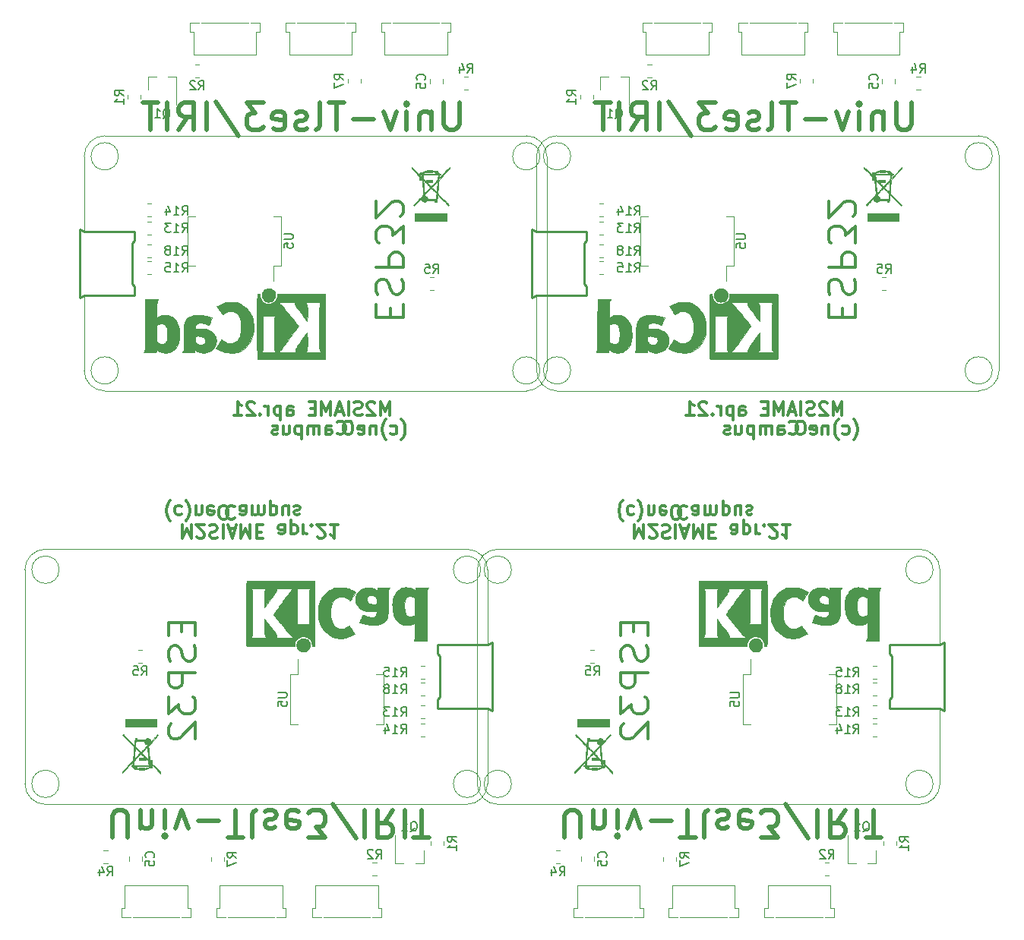
<source format=gbr>
G04 #@! TF.GenerationSoftware,KiCad,Pcbnew,5.1.9-1.fc33*
G04 #@! TF.CreationDate,2021-04-02T23:42:05+02:00*
G04 #@! TF.ProjectId,neOSensorv5_panelized,6e654f53-656e-4736-9f72-76355f70616e,rev?*
G04 #@! TF.SameCoordinates,Original*
G04 #@! TF.FileFunction,Legend,Bot*
G04 #@! TF.FilePolarity,Positive*
%FSLAX46Y46*%
G04 Gerber Fmt 4.6, Leading zero omitted, Abs format (unit mm)*
G04 Created by KiCad (PCBNEW 5.1.9-1.fc33) date 2021-04-02 23:42:05*
%MOMM*%
%LPD*%
G01*
G04 APERTURE LIST*
%ADD10C,0.300000*%
%ADD11C,0.500000*%
%ADD12C,0.120000*%
%ADD13C,0.010000*%
%ADD14C,0.240000*%
%ADD15C,0.150000*%
G04 APERTURE END LIST*
D10*
X37294714Y-78760000D02*
X37223285Y-78831428D01*
X37080428Y-79045714D01*
X37009000Y-79188571D01*
X36937571Y-79402857D01*
X36866142Y-79760000D01*
X36866142Y-80045714D01*
X36937571Y-80402857D01*
X37009000Y-80617142D01*
X37080428Y-80760000D01*
X37223285Y-80974285D01*
X37294714Y-81045714D01*
X38509000Y-79402857D02*
X38366142Y-79331428D01*
X38080428Y-79331428D01*
X37937571Y-79402857D01*
X37866142Y-79474285D01*
X37794714Y-79617142D01*
X37794714Y-80045714D01*
X37866142Y-80188571D01*
X37937571Y-80260000D01*
X38080428Y-80331428D01*
X38366142Y-80331428D01*
X38509000Y-80260000D01*
X39009000Y-78760000D02*
X39080428Y-78831428D01*
X39223285Y-79045714D01*
X39294714Y-79188571D01*
X39366142Y-79402857D01*
X39437571Y-79760000D01*
X39437571Y-80045714D01*
X39366142Y-80402857D01*
X39294714Y-80617142D01*
X39223285Y-80760000D01*
X39080428Y-80974285D01*
X39009000Y-81045714D01*
X40151857Y-80331428D02*
X40151857Y-79331428D01*
X40151857Y-80188571D02*
X40223285Y-80260000D01*
X40366142Y-80331428D01*
X40580428Y-80331428D01*
X40723285Y-80260000D01*
X40794714Y-80117142D01*
X40794714Y-79331428D01*
X42080428Y-79402857D02*
X41937571Y-79331428D01*
X41651857Y-79331428D01*
X41509000Y-79402857D01*
X41437571Y-79545714D01*
X41437571Y-80117142D01*
X41509000Y-80260000D01*
X41651857Y-80331428D01*
X41937571Y-80331428D01*
X42080428Y-80260000D01*
X42151857Y-80117142D01*
X42151857Y-79974285D01*
X41437571Y-79831428D01*
X43080428Y-80831428D02*
X43366142Y-80831428D01*
X43509000Y-80760000D01*
X43651857Y-80617142D01*
X43723285Y-80331428D01*
X43723285Y-79831428D01*
X43651857Y-79545714D01*
X43509000Y-79402857D01*
X43366142Y-79331428D01*
X43080428Y-79331428D01*
X42937571Y-79402857D01*
X42794714Y-79545714D01*
X42723285Y-79831428D01*
X42723285Y-80331428D01*
X42794714Y-80617142D01*
X42937571Y-80760000D01*
X43080428Y-80831428D01*
X44446428Y-79474285D02*
X44375000Y-79402857D01*
X44160714Y-79331428D01*
X44017857Y-79331428D01*
X43803571Y-79402857D01*
X43660714Y-79545714D01*
X43589285Y-79688571D01*
X43517857Y-79974285D01*
X43517857Y-80188571D01*
X43589285Y-80474285D01*
X43660714Y-80617142D01*
X43803571Y-80760000D01*
X44017857Y-80831428D01*
X44160714Y-80831428D01*
X44375000Y-80760000D01*
X44446428Y-80688571D01*
X45732142Y-79331428D02*
X45732142Y-80117142D01*
X45660714Y-80260000D01*
X45517857Y-80331428D01*
X45232142Y-80331428D01*
X45089285Y-80260000D01*
X45732142Y-79402857D02*
X45589285Y-79331428D01*
X45232142Y-79331428D01*
X45089285Y-79402857D01*
X45017857Y-79545714D01*
X45017857Y-79688571D01*
X45089285Y-79831428D01*
X45232142Y-79902857D01*
X45589285Y-79902857D01*
X45732142Y-79974285D01*
X46446428Y-79331428D02*
X46446428Y-80331428D01*
X46446428Y-80188571D02*
X46517857Y-80260000D01*
X46660714Y-80331428D01*
X46875000Y-80331428D01*
X47017857Y-80260000D01*
X47089285Y-80117142D01*
X47089285Y-79331428D01*
X47089285Y-80117142D02*
X47160714Y-80260000D01*
X47303571Y-80331428D01*
X47517857Y-80331428D01*
X47660714Y-80260000D01*
X47732142Y-80117142D01*
X47732142Y-79331428D01*
X48446428Y-80331428D02*
X48446428Y-78831428D01*
X48446428Y-80260000D02*
X48589285Y-80331428D01*
X48875000Y-80331428D01*
X49017857Y-80260000D01*
X49089285Y-80188571D01*
X49160714Y-80045714D01*
X49160714Y-79617142D01*
X49089285Y-79474285D01*
X49017857Y-79402857D01*
X48875000Y-79331428D01*
X48589285Y-79331428D01*
X48446428Y-79402857D01*
X50446428Y-80331428D02*
X50446428Y-79331428D01*
X49803571Y-80331428D02*
X49803571Y-79545714D01*
X49875000Y-79402857D01*
X50017857Y-79331428D01*
X50232142Y-79331428D01*
X50375000Y-79402857D01*
X50446428Y-79474285D01*
X51089285Y-79402857D02*
X51232142Y-79331428D01*
X51517857Y-79331428D01*
X51660714Y-79402857D01*
X51732142Y-79545714D01*
X51732142Y-79617142D01*
X51660714Y-79760000D01*
X51517857Y-79831428D01*
X51303571Y-79831428D01*
X51160714Y-79902857D01*
X51089285Y-80045714D01*
X51089285Y-80117142D01*
X51160714Y-80260000D01*
X51303571Y-80331428D01*
X51517857Y-80331428D01*
X51660714Y-80260000D01*
D11*
X30831428Y-116323857D02*
X30831428Y-113895285D01*
X30974285Y-113609571D01*
X31117142Y-113466714D01*
X31402857Y-113323857D01*
X31974285Y-113323857D01*
X32260000Y-113466714D01*
X32402857Y-113609571D01*
X32545714Y-113895285D01*
X32545714Y-116323857D01*
X33974285Y-115323857D02*
X33974285Y-113323857D01*
X33974285Y-115038142D02*
X34117142Y-115181000D01*
X34402857Y-115323857D01*
X34831428Y-115323857D01*
X35117142Y-115181000D01*
X35260000Y-114895285D01*
X35260000Y-113323857D01*
X36688571Y-113323857D02*
X36688571Y-115323857D01*
X36688571Y-116323857D02*
X36545714Y-116181000D01*
X36688571Y-116038142D01*
X36831428Y-116181000D01*
X36688571Y-116323857D01*
X36688571Y-116038142D01*
X37831428Y-115323857D02*
X38545714Y-113323857D01*
X39260000Y-115323857D01*
X40402857Y-114466714D02*
X42688571Y-114466714D01*
X43688571Y-116323857D02*
X45402857Y-116323857D01*
X44545714Y-113323857D02*
X44545714Y-116323857D01*
X46831428Y-113323857D02*
X46545714Y-113466714D01*
X46402857Y-113752428D01*
X46402857Y-116323857D01*
X47831428Y-113466714D02*
X48117142Y-113323857D01*
X48688571Y-113323857D01*
X48974285Y-113466714D01*
X49117142Y-113752428D01*
X49117142Y-113895285D01*
X48974285Y-114181000D01*
X48688571Y-114323857D01*
X48260000Y-114323857D01*
X47974285Y-114466714D01*
X47831428Y-114752428D01*
X47831428Y-114895285D01*
X47974285Y-115181000D01*
X48260000Y-115323857D01*
X48688571Y-115323857D01*
X48974285Y-115181000D01*
X51545714Y-113466714D02*
X51260000Y-113323857D01*
X50688571Y-113323857D01*
X50402857Y-113466714D01*
X50260000Y-113752428D01*
X50260000Y-114895285D01*
X50402857Y-115181000D01*
X50688571Y-115323857D01*
X51260000Y-115323857D01*
X51545714Y-115181000D01*
X51688571Y-114895285D01*
X51688571Y-114609571D01*
X50260000Y-114323857D01*
X52688571Y-116323857D02*
X54545714Y-116323857D01*
X53545714Y-115181000D01*
X53974285Y-115181000D01*
X54260000Y-115038142D01*
X54402857Y-114895285D01*
X54545714Y-114609571D01*
X54545714Y-113895285D01*
X54402857Y-113609571D01*
X54260000Y-113466714D01*
X53974285Y-113323857D01*
X53117142Y-113323857D01*
X52831428Y-113466714D01*
X52688571Y-113609571D01*
X57974285Y-116466714D02*
X55402857Y-112609571D01*
X58974285Y-113323857D02*
X58974285Y-116323857D01*
X62117142Y-113323857D02*
X61117142Y-114752428D01*
X60402857Y-113323857D02*
X60402857Y-116323857D01*
X61545714Y-116323857D01*
X61831428Y-116181000D01*
X61974285Y-116038142D01*
X62117142Y-115752428D01*
X62117142Y-115323857D01*
X61974285Y-115038142D01*
X61831428Y-114895285D01*
X61545714Y-114752428D01*
X60402857Y-114752428D01*
X63402857Y-113323857D02*
X63402857Y-116323857D01*
X64402857Y-116323857D02*
X66117142Y-116323857D01*
X65259999Y-113323857D02*
X65259999Y-116323857D01*
D10*
X38520714Y-92377428D02*
X38520714Y-93377428D01*
X40092142Y-93806000D02*
X40092142Y-92377428D01*
X37092142Y-92377428D01*
X37092142Y-93806000D01*
X39949285Y-94948857D02*
X40092142Y-95377428D01*
X40092142Y-96091714D01*
X39949285Y-96377428D01*
X39806428Y-96520285D01*
X39520714Y-96663142D01*
X39235000Y-96663142D01*
X38949285Y-96520285D01*
X38806428Y-96377428D01*
X38663571Y-96091714D01*
X38520714Y-95520285D01*
X38377857Y-95234571D01*
X38235000Y-95091714D01*
X37949285Y-94948857D01*
X37663571Y-94948857D01*
X37377857Y-95091714D01*
X37235000Y-95234571D01*
X37092142Y-95520285D01*
X37092142Y-96234571D01*
X37235000Y-96663142D01*
X40092142Y-97948857D02*
X37092142Y-97948857D01*
X37092142Y-99091714D01*
X37235000Y-99377428D01*
X37377857Y-99520285D01*
X37663571Y-99663142D01*
X38092142Y-99663142D01*
X38377857Y-99520285D01*
X38520714Y-99377428D01*
X38663571Y-99091714D01*
X38663571Y-97948857D01*
X37092142Y-100663142D02*
X37092142Y-102520285D01*
X38235000Y-101520285D01*
X38235000Y-101948857D01*
X38377857Y-102234571D01*
X38520714Y-102377428D01*
X38806428Y-102520285D01*
X39520714Y-102520285D01*
X39806428Y-102377428D01*
X39949285Y-102234571D01*
X40092142Y-101948857D01*
X40092142Y-101091714D01*
X39949285Y-100806000D01*
X39806428Y-100663142D01*
X37377857Y-103663142D02*
X37235000Y-103806000D01*
X37092142Y-104091714D01*
X37092142Y-104806000D01*
X37235000Y-105091714D01*
X37377857Y-105234571D01*
X37663571Y-105377428D01*
X37949285Y-105377428D01*
X38377857Y-105234571D01*
X40092142Y-103520285D01*
X40092142Y-105377428D01*
X38601142Y-81490428D02*
X38601142Y-82990428D01*
X39101142Y-81919000D01*
X39601142Y-82990428D01*
X39601142Y-81490428D01*
X40244000Y-82847571D02*
X40315428Y-82919000D01*
X40458285Y-82990428D01*
X40815428Y-82990428D01*
X40958285Y-82919000D01*
X41029714Y-82847571D01*
X41101142Y-82704714D01*
X41101142Y-82561857D01*
X41029714Y-82347571D01*
X40172571Y-81490428D01*
X41101142Y-81490428D01*
X41672571Y-81561857D02*
X41886857Y-81490428D01*
X42244000Y-81490428D01*
X42386857Y-81561857D01*
X42458285Y-81633285D01*
X42529714Y-81776142D01*
X42529714Y-81919000D01*
X42458285Y-82061857D01*
X42386857Y-82133285D01*
X42244000Y-82204714D01*
X41958285Y-82276142D01*
X41815428Y-82347571D01*
X41744000Y-82419000D01*
X41672571Y-82561857D01*
X41672571Y-82704714D01*
X41744000Y-82847571D01*
X41815428Y-82919000D01*
X41958285Y-82990428D01*
X42315428Y-82990428D01*
X42529714Y-82919000D01*
X43172571Y-81490428D02*
X43172571Y-82990428D01*
X43815428Y-81919000D02*
X44529714Y-81919000D01*
X43672571Y-81490428D02*
X44172571Y-82990428D01*
X44672571Y-81490428D01*
X45172571Y-81490428D02*
X45172571Y-82990428D01*
X45672571Y-81919000D01*
X46172571Y-82990428D01*
X46172571Y-81490428D01*
X46886857Y-82276142D02*
X47386857Y-82276142D01*
X47601142Y-81490428D02*
X46886857Y-81490428D01*
X46886857Y-82990428D01*
X47601142Y-82990428D01*
X50029714Y-81490428D02*
X50029714Y-82276142D01*
X49958285Y-82419000D01*
X49815428Y-82490428D01*
X49529714Y-82490428D01*
X49386857Y-82419000D01*
X50029714Y-81561857D02*
X49886857Y-81490428D01*
X49529714Y-81490428D01*
X49386857Y-81561857D01*
X49315428Y-81704714D01*
X49315428Y-81847571D01*
X49386857Y-81990428D01*
X49529714Y-82061857D01*
X49886857Y-82061857D01*
X50029714Y-82133285D01*
X50744000Y-82490428D02*
X50744000Y-80990428D01*
X50744000Y-82419000D02*
X50886857Y-82490428D01*
X51172571Y-82490428D01*
X51315428Y-82419000D01*
X51386857Y-82347571D01*
X51458285Y-82204714D01*
X51458285Y-81776142D01*
X51386857Y-81633285D01*
X51315428Y-81561857D01*
X51172571Y-81490428D01*
X50886857Y-81490428D01*
X50744000Y-81561857D01*
X52101142Y-81490428D02*
X52101142Y-82490428D01*
X52101142Y-82204714D02*
X52172571Y-82347571D01*
X52244000Y-82419000D01*
X52386857Y-82490428D01*
X52529714Y-82490428D01*
X53029714Y-81633285D02*
X53101142Y-81561857D01*
X53029714Y-81490428D01*
X52958285Y-81561857D01*
X53029714Y-81633285D01*
X53029714Y-81490428D01*
X53672571Y-82847571D02*
X53744000Y-82919000D01*
X53886857Y-82990428D01*
X54244000Y-82990428D01*
X54386857Y-82919000D01*
X54458285Y-82847571D01*
X54529714Y-82704714D01*
X54529714Y-82561857D01*
X54458285Y-82347571D01*
X53601142Y-81490428D01*
X54529714Y-81490428D01*
X55958285Y-81490428D02*
X55101142Y-81490428D01*
X55529714Y-81490428D02*
X55529714Y-82990428D01*
X55386857Y-82776142D01*
X55244000Y-82633285D01*
X55101142Y-82561857D01*
X89020142Y-81490428D02*
X89020142Y-82990428D01*
X89520142Y-81919000D01*
X90020142Y-82990428D01*
X90020142Y-81490428D01*
X90663000Y-82847571D02*
X90734428Y-82919000D01*
X90877285Y-82990428D01*
X91234428Y-82990428D01*
X91377285Y-82919000D01*
X91448714Y-82847571D01*
X91520142Y-82704714D01*
X91520142Y-82561857D01*
X91448714Y-82347571D01*
X90591571Y-81490428D01*
X91520142Y-81490428D01*
X92091571Y-81561857D02*
X92305857Y-81490428D01*
X92663000Y-81490428D01*
X92805857Y-81561857D01*
X92877285Y-81633285D01*
X92948714Y-81776142D01*
X92948714Y-81919000D01*
X92877285Y-82061857D01*
X92805857Y-82133285D01*
X92663000Y-82204714D01*
X92377285Y-82276142D01*
X92234428Y-82347571D01*
X92163000Y-82419000D01*
X92091571Y-82561857D01*
X92091571Y-82704714D01*
X92163000Y-82847571D01*
X92234428Y-82919000D01*
X92377285Y-82990428D01*
X92734428Y-82990428D01*
X92948714Y-82919000D01*
X93591571Y-81490428D02*
X93591571Y-82990428D01*
X94234428Y-81919000D02*
X94948714Y-81919000D01*
X94091571Y-81490428D02*
X94591571Y-82990428D01*
X95091571Y-81490428D01*
X95591571Y-81490428D02*
X95591571Y-82990428D01*
X96091571Y-81919000D01*
X96591571Y-82990428D01*
X96591571Y-81490428D01*
X97305857Y-82276142D02*
X97805857Y-82276142D01*
X98020142Y-81490428D02*
X97305857Y-81490428D01*
X97305857Y-82990428D01*
X98020142Y-82990428D01*
X100448714Y-81490428D02*
X100448714Y-82276142D01*
X100377285Y-82419000D01*
X100234428Y-82490428D01*
X99948714Y-82490428D01*
X99805857Y-82419000D01*
X100448714Y-81561857D02*
X100305857Y-81490428D01*
X99948714Y-81490428D01*
X99805857Y-81561857D01*
X99734428Y-81704714D01*
X99734428Y-81847571D01*
X99805857Y-81990428D01*
X99948714Y-82061857D01*
X100305857Y-82061857D01*
X100448714Y-82133285D01*
X101163000Y-82490428D02*
X101163000Y-80990428D01*
X101163000Y-82419000D02*
X101305857Y-82490428D01*
X101591571Y-82490428D01*
X101734428Y-82419000D01*
X101805857Y-82347571D01*
X101877285Y-82204714D01*
X101877285Y-81776142D01*
X101805857Y-81633285D01*
X101734428Y-81561857D01*
X101591571Y-81490428D01*
X101305857Y-81490428D01*
X101163000Y-81561857D01*
X102520142Y-81490428D02*
X102520142Y-82490428D01*
X102520142Y-82204714D02*
X102591571Y-82347571D01*
X102663000Y-82419000D01*
X102805857Y-82490428D01*
X102948714Y-82490428D01*
X103448714Y-81633285D02*
X103520142Y-81561857D01*
X103448714Y-81490428D01*
X103377285Y-81561857D01*
X103448714Y-81633285D01*
X103448714Y-81490428D01*
X104091571Y-82847571D02*
X104163000Y-82919000D01*
X104305857Y-82990428D01*
X104663000Y-82990428D01*
X104805857Y-82919000D01*
X104877285Y-82847571D01*
X104948714Y-82704714D01*
X104948714Y-82561857D01*
X104877285Y-82347571D01*
X104020142Y-81490428D01*
X104948714Y-81490428D01*
X106377285Y-81490428D02*
X105520142Y-81490428D01*
X105948714Y-81490428D02*
X105948714Y-82990428D01*
X105805857Y-82776142D01*
X105663000Y-82633285D01*
X105520142Y-82561857D01*
X94865428Y-79474285D02*
X94794000Y-79402857D01*
X94579714Y-79331428D01*
X94436857Y-79331428D01*
X94222571Y-79402857D01*
X94079714Y-79545714D01*
X94008285Y-79688571D01*
X93936857Y-79974285D01*
X93936857Y-80188571D01*
X94008285Y-80474285D01*
X94079714Y-80617142D01*
X94222571Y-80760000D01*
X94436857Y-80831428D01*
X94579714Y-80831428D01*
X94794000Y-80760000D01*
X94865428Y-80688571D01*
X96151142Y-79331428D02*
X96151142Y-80117142D01*
X96079714Y-80260000D01*
X95936857Y-80331428D01*
X95651142Y-80331428D01*
X95508285Y-80260000D01*
X96151142Y-79402857D02*
X96008285Y-79331428D01*
X95651142Y-79331428D01*
X95508285Y-79402857D01*
X95436857Y-79545714D01*
X95436857Y-79688571D01*
X95508285Y-79831428D01*
X95651142Y-79902857D01*
X96008285Y-79902857D01*
X96151142Y-79974285D01*
X96865428Y-79331428D02*
X96865428Y-80331428D01*
X96865428Y-80188571D02*
X96936857Y-80260000D01*
X97079714Y-80331428D01*
X97294000Y-80331428D01*
X97436857Y-80260000D01*
X97508285Y-80117142D01*
X97508285Y-79331428D01*
X97508285Y-80117142D02*
X97579714Y-80260000D01*
X97722571Y-80331428D01*
X97936857Y-80331428D01*
X98079714Y-80260000D01*
X98151142Y-80117142D01*
X98151142Y-79331428D01*
X98865428Y-80331428D02*
X98865428Y-78831428D01*
X98865428Y-80260000D02*
X99008285Y-80331428D01*
X99294000Y-80331428D01*
X99436857Y-80260000D01*
X99508285Y-80188571D01*
X99579714Y-80045714D01*
X99579714Y-79617142D01*
X99508285Y-79474285D01*
X99436857Y-79402857D01*
X99294000Y-79331428D01*
X99008285Y-79331428D01*
X98865428Y-79402857D01*
X100865428Y-80331428D02*
X100865428Y-79331428D01*
X100222571Y-80331428D02*
X100222571Y-79545714D01*
X100294000Y-79402857D01*
X100436857Y-79331428D01*
X100651142Y-79331428D01*
X100794000Y-79402857D01*
X100865428Y-79474285D01*
X101508285Y-79402857D02*
X101651142Y-79331428D01*
X101936857Y-79331428D01*
X102079714Y-79402857D01*
X102151142Y-79545714D01*
X102151142Y-79617142D01*
X102079714Y-79760000D01*
X101936857Y-79831428D01*
X101722571Y-79831428D01*
X101579714Y-79902857D01*
X101508285Y-80045714D01*
X101508285Y-80117142D01*
X101579714Y-80260000D01*
X101722571Y-80331428D01*
X101936857Y-80331428D01*
X102079714Y-80260000D01*
X88939714Y-92377428D02*
X88939714Y-93377428D01*
X90511142Y-93806000D02*
X90511142Y-92377428D01*
X87511142Y-92377428D01*
X87511142Y-93806000D01*
X90368285Y-94948857D02*
X90511142Y-95377428D01*
X90511142Y-96091714D01*
X90368285Y-96377428D01*
X90225428Y-96520285D01*
X89939714Y-96663142D01*
X89654000Y-96663142D01*
X89368285Y-96520285D01*
X89225428Y-96377428D01*
X89082571Y-96091714D01*
X88939714Y-95520285D01*
X88796857Y-95234571D01*
X88654000Y-95091714D01*
X88368285Y-94948857D01*
X88082571Y-94948857D01*
X87796857Y-95091714D01*
X87654000Y-95234571D01*
X87511142Y-95520285D01*
X87511142Y-96234571D01*
X87654000Y-96663142D01*
X90511142Y-97948857D02*
X87511142Y-97948857D01*
X87511142Y-99091714D01*
X87654000Y-99377428D01*
X87796857Y-99520285D01*
X88082571Y-99663142D01*
X88511142Y-99663142D01*
X88796857Y-99520285D01*
X88939714Y-99377428D01*
X89082571Y-99091714D01*
X89082571Y-97948857D01*
X87511142Y-100663142D02*
X87511142Y-102520285D01*
X88654000Y-101520285D01*
X88654000Y-101948857D01*
X88796857Y-102234571D01*
X88939714Y-102377428D01*
X89225428Y-102520285D01*
X89939714Y-102520285D01*
X90225428Y-102377428D01*
X90368285Y-102234571D01*
X90511142Y-101948857D01*
X90511142Y-101091714D01*
X90368285Y-100806000D01*
X90225428Y-100663142D01*
X87796857Y-103663142D02*
X87654000Y-103806000D01*
X87511142Y-104091714D01*
X87511142Y-104806000D01*
X87654000Y-105091714D01*
X87796857Y-105234571D01*
X88082571Y-105377428D01*
X88368285Y-105377428D01*
X88796857Y-105234571D01*
X90511142Y-103520285D01*
X90511142Y-105377428D01*
D11*
X81250428Y-116323857D02*
X81250428Y-113895285D01*
X81393285Y-113609571D01*
X81536142Y-113466714D01*
X81821857Y-113323857D01*
X82393285Y-113323857D01*
X82679000Y-113466714D01*
X82821857Y-113609571D01*
X82964714Y-113895285D01*
X82964714Y-116323857D01*
X84393285Y-115323857D02*
X84393285Y-113323857D01*
X84393285Y-115038142D02*
X84536142Y-115181000D01*
X84821857Y-115323857D01*
X85250428Y-115323857D01*
X85536142Y-115181000D01*
X85679000Y-114895285D01*
X85679000Y-113323857D01*
X87107571Y-113323857D02*
X87107571Y-115323857D01*
X87107571Y-116323857D02*
X86964714Y-116181000D01*
X87107571Y-116038142D01*
X87250428Y-116181000D01*
X87107571Y-116323857D01*
X87107571Y-116038142D01*
X88250428Y-115323857D02*
X88964714Y-113323857D01*
X89679000Y-115323857D01*
X90821857Y-114466714D02*
X93107571Y-114466714D01*
X94107571Y-116323857D02*
X95821857Y-116323857D01*
X94964714Y-113323857D02*
X94964714Y-116323857D01*
X97250428Y-113323857D02*
X96964714Y-113466714D01*
X96821857Y-113752428D01*
X96821857Y-116323857D01*
X98250428Y-113466714D02*
X98536142Y-113323857D01*
X99107571Y-113323857D01*
X99393285Y-113466714D01*
X99536142Y-113752428D01*
X99536142Y-113895285D01*
X99393285Y-114181000D01*
X99107571Y-114323857D01*
X98678999Y-114323857D01*
X98393285Y-114466714D01*
X98250428Y-114752428D01*
X98250428Y-114895285D01*
X98393285Y-115181000D01*
X98678999Y-115323857D01*
X99107571Y-115323857D01*
X99393285Y-115181000D01*
X101964714Y-113466714D02*
X101678999Y-113323857D01*
X101107571Y-113323857D01*
X100821857Y-113466714D01*
X100678999Y-113752428D01*
X100678999Y-114895285D01*
X100821857Y-115181000D01*
X101107571Y-115323857D01*
X101678999Y-115323857D01*
X101964714Y-115181000D01*
X102107571Y-114895285D01*
X102107571Y-114609571D01*
X100678999Y-114323857D01*
X103107571Y-116323857D02*
X104964714Y-116323857D01*
X103964714Y-115181000D01*
X104393285Y-115181000D01*
X104678999Y-115038142D01*
X104821857Y-114895285D01*
X104964714Y-114609571D01*
X104964714Y-113895285D01*
X104821857Y-113609571D01*
X104678999Y-113466714D01*
X104393285Y-113323857D01*
X103536142Y-113323857D01*
X103250428Y-113466714D01*
X103107571Y-113609571D01*
X108393285Y-116466714D02*
X105821857Y-112609571D01*
X109393285Y-113323857D02*
X109393285Y-116323857D01*
X112536142Y-113323857D02*
X111536142Y-114752428D01*
X110821857Y-113323857D02*
X110821857Y-116323857D01*
X111964714Y-116323857D01*
X112250428Y-116181000D01*
X112393285Y-116038142D01*
X112536142Y-115752428D01*
X112536142Y-115323857D01*
X112393285Y-115038142D01*
X112250428Y-114895285D01*
X111964714Y-114752428D01*
X110821857Y-114752428D01*
X113821857Y-113323857D02*
X113821857Y-116323857D01*
X114821857Y-116323857D02*
X116536142Y-116323857D01*
X115678999Y-113323857D02*
X115678999Y-116323857D01*
D10*
X87713714Y-78760000D02*
X87642285Y-78831428D01*
X87499428Y-79045714D01*
X87428000Y-79188571D01*
X87356571Y-79402857D01*
X87285142Y-79760000D01*
X87285142Y-80045714D01*
X87356571Y-80402857D01*
X87428000Y-80617142D01*
X87499428Y-80760000D01*
X87642285Y-80974285D01*
X87713714Y-81045714D01*
X88928000Y-79402857D02*
X88785142Y-79331428D01*
X88499428Y-79331428D01*
X88356571Y-79402857D01*
X88285142Y-79474285D01*
X88213714Y-79617142D01*
X88213714Y-80045714D01*
X88285142Y-80188571D01*
X88356571Y-80260000D01*
X88499428Y-80331428D01*
X88785142Y-80331428D01*
X88928000Y-80260000D01*
X89428000Y-78760000D02*
X89499428Y-78831428D01*
X89642285Y-79045714D01*
X89713714Y-79188571D01*
X89785142Y-79402857D01*
X89856571Y-79760000D01*
X89856571Y-80045714D01*
X89785142Y-80402857D01*
X89713714Y-80617142D01*
X89642285Y-80760000D01*
X89499428Y-80974285D01*
X89428000Y-81045714D01*
X90570857Y-80331428D02*
X90570857Y-79331428D01*
X90570857Y-80188571D02*
X90642285Y-80260000D01*
X90785142Y-80331428D01*
X90999428Y-80331428D01*
X91142285Y-80260000D01*
X91213714Y-80117142D01*
X91213714Y-79331428D01*
X92499428Y-79402857D02*
X92356571Y-79331428D01*
X92070857Y-79331428D01*
X91928000Y-79402857D01*
X91856571Y-79545714D01*
X91856571Y-80117142D01*
X91928000Y-80260000D01*
X92070857Y-80331428D01*
X92356571Y-80331428D01*
X92499428Y-80260000D01*
X92570857Y-80117142D01*
X92570857Y-79974285D01*
X91856571Y-79831428D01*
X93499428Y-80831428D02*
X93785142Y-80831428D01*
X93928000Y-80760000D01*
X94070857Y-80617142D01*
X94142285Y-80331428D01*
X94142285Y-79831428D01*
X94070857Y-79545714D01*
X93928000Y-79402857D01*
X93785142Y-79331428D01*
X93499428Y-79331428D01*
X93356571Y-79402857D01*
X93213714Y-79545714D01*
X93142285Y-79831428D01*
X93142285Y-80331428D01*
X93213714Y-80617142D01*
X93356571Y-80760000D01*
X93499428Y-80831428D01*
X112147857Y-69258571D02*
X112147857Y-67758571D01*
X111647857Y-68830000D01*
X111147857Y-67758571D01*
X111147857Y-69258571D01*
X110505000Y-67901428D02*
X110433571Y-67830000D01*
X110290714Y-67758571D01*
X109933571Y-67758571D01*
X109790714Y-67830000D01*
X109719285Y-67901428D01*
X109647857Y-68044285D01*
X109647857Y-68187142D01*
X109719285Y-68401428D01*
X110576428Y-69258571D01*
X109647857Y-69258571D01*
X109076428Y-69187142D02*
X108862142Y-69258571D01*
X108505000Y-69258571D01*
X108362142Y-69187142D01*
X108290714Y-69115714D01*
X108219285Y-68972857D01*
X108219285Y-68830000D01*
X108290714Y-68687142D01*
X108362142Y-68615714D01*
X108505000Y-68544285D01*
X108790714Y-68472857D01*
X108933571Y-68401428D01*
X109005000Y-68330000D01*
X109076428Y-68187142D01*
X109076428Y-68044285D01*
X109005000Y-67901428D01*
X108933571Y-67830000D01*
X108790714Y-67758571D01*
X108433571Y-67758571D01*
X108219285Y-67830000D01*
X107576428Y-69258571D02*
X107576428Y-67758571D01*
X106933571Y-68830000D02*
X106219285Y-68830000D01*
X107076428Y-69258571D02*
X106576428Y-67758571D01*
X106076428Y-69258571D01*
X105576428Y-69258571D02*
X105576428Y-67758571D01*
X105076428Y-68830000D01*
X104576428Y-67758571D01*
X104576428Y-69258571D01*
X103862142Y-68472857D02*
X103362142Y-68472857D01*
X103147857Y-69258571D02*
X103862142Y-69258571D01*
X103862142Y-67758571D01*
X103147857Y-67758571D01*
X100719285Y-69258571D02*
X100719285Y-68472857D01*
X100790714Y-68330000D01*
X100933571Y-68258571D01*
X101219285Y-68258571D01*
X101362142Y-68330000D01*
X100719285Y-69187142D02*
X100862142Y-69258571D01*
X101219285Y-69258571D01*
X101362142Y-69187142D01*
X101433571Y-69044285D01*
X101433571Y-68901428D01*
X101362142Y-68758571D01*
X101219285Y-68687142D01*
X100862142Y-68687142D01*
X100719285Y-68615714D01*
X100005000Y-68258571D02*
X100005000Y-69758571D01*
X100005000Y-68330000D02*
X99862142Y-68258571D01*
X99576428Y-68258571D01*
X99433571Y-68330000D01*
X99362142Y-68401428D01*
X99290714Y-68544285D01*
X99290714Y-68972857D01*
X99362142Y-69115714D01*
X99433571Y-69187142D01*
X99576428Y-69258571D01*
X99862142Y-69258571D01*
X100005000Y-69187142D01*
X98647857Y-69258571D02*
X98647857Y-68258571D01*
X98647857Y-68544285D02*
X98576428Y-68401428D01*
X98505000Y-68330000D01*
X98362142Y-68258571D01*
X98219285Y-68258571D01*
X97719285Y-69115714D02*
X97647857Y-69187142D01*
X97719285Y-69258571D01*
X97790714Y-69187142D01*
X97719285Y-69115714D01*
X97719285Y-69258571D01*
X97076428Y-67901428D02*
X97005000Y-67830000D01*
X96862142Y-67758571D01*
X96505000Y-67758571D01*
X96362142Y-67830000D01*
X96290714Y-67901428D01*
X96219285Y-68044285D01*
X96219285Y-68187142D01*
X96290714Y-68401428D01*
X97147857Y-69258571D01*
X96219285Y-69258571D01*
X94790714Y-69258571D02*
X95647857Y-69258571D01*
X95219285Y-69258571D02*
X95219285Y-67758571D01*
X95362142Y-67972857D01*
X95505000Y-68115714D01*
X95647857Y-68187142D01*
X113454285Y-71989000D02*
X113525714Y-71917571D01*
X113668571Y-71703285D01*
X113740000Y-71560428D01*
X113811428Y-71346142D01*
X113882857Y-70989000D01*
X113882857Y-70703285D01*
X113811428Y-70346142D01*
X113740000Y-70131857D01*
X113668571Y-69989000D01*
X113525714Y-69774714D01*
X113454285Y-69703285D01*
X112240000Y-71346142D02*
X112382857Y-71417571D01*
X112668571Y-71417571D01*
X112811428Y-71346142D01*
X112882857Y-71274714D01*
X112954285Y-71131857D01*
X112954285Y-70703285D01*
X112882857Y-70560428D01*
X112811428Y-70489000D01*
X112668571Y-70417571D01*
X112382857Y-70417571D01*
X112240000Y-70489000D01*
X111740000Y-71989000D02*
X111668571Y-71917571D01*
X111525714Y-71703285D01*
X111454285Y-71560428D01*
X111382857Y-71346142D01*
X111311428Y-70989000D01*
X111311428Y-70703285D01*
X111382857Y-70346142D01*
X111454285Y-70131857D01*
X111525714Y-69989000D01*
X111668571Y-69774714D01*
X111740000Y-69703285D01*
X110597142Y-70417571D02*
X110597142Y-71417571D01*
X110597142Y-70560428D02*
X110525714Y-70489000D01*
X110382857Y-70417571D01*
X110168571Y-70417571D01*
X110025714Y-70489000D01*
X109954285Y-70631857D01*
X109954285Y-71417571D01*
X108668571Y-71346142D02*
X108811428Y-71417571D01*
X109097142Y-71417571D01*
X109240000Y-71346142D01*
X109311428Y-71203285D01*
X109311428Y-70631857D01*
X109240000Y-70489000D01*
X109097142Y-70417571D01*
X108811428Y-70417571D01*
X108668571Y-70489000D01*
X108597142Y-70631857D01*
X108597142Y-70774714D01*
X109311428Y-70917571D01*
X107668571Y-69917571D02*
X107382857Y-69917571D01*
X107240000Y-69989000D01*
X107097142Y-70131857D01*
X107025714Y-70417571D01*
X107025714Y-70917571D01*
X107097142Y-71203285D01*
X107240000Y-71346142D01*
X107382857Y-71417571D01*
X107668571Y-71417571D01*
X107811428Y-71346142D01*
X107954285Y-71203285D01*
X108025714Y-70917571D01*
X108025714Y-70417571D01*
X107954285Y-70131857D01*
X107811428Y-69989000D01*
X107668571Y-69917571D01*
D11*
X119917571Y-34425142D02*
X119917571Y-36853714D01*
X119774714Y-37139428D01*
X119631857Y-37282285D01*
X119346142Y-37425142D01*
X118774714Y-37425142D01*
X118489000Y-37282285D01*
X118346142Y-37139428D01*
X118203285Y-36853714D01*
X118203285Y-34425142D01*
X116774714Y-35425142D02*
X116774714Y-37425142D01*
X116774714Y-35710857D02*
X116631857Y-35568000D01*
X116346142Y-35425142D01*
X115917571Y-35425142D01*
X115631857Y-35568000D01*
X115489000Y-35853714D01*
X115489000Y-37425142D01*
X114060428Y-37425142D02*
X114060428Y-35425142D01*
X114060428Y-34425142D02*
X114203285Y-34568000D01*
X114060428Y-34710857D01*
X113917571Y-34568000D01*
X114060428Y-34425142D01*
X114060428Y-34710857D01*
X112917571Y-35425142D02*
X112203285Y-37425142D01*
X111489000Y-35425142D01*
X110346142Y-36282285D02*
X108060428Y-36282285D01*
X107060428Y-34425142D02*
X105346142Y-34425142D01*
X106203285Y-37425142D02*
X106203285Y-34425142D01*
X103917571Y-37425142D02*
X104203285Y-37282285D01*
X104346142Y-36996571D01*
X104346142Y-34425142D01*
X102917571Y-37282285D02*
X102631857Y-37425142D01*
X102060428Y-37425142D01*
X101774714Y-37282285D01*
X101631857Y-36996571D01*
X101631857Y-36853714D01*
X101774714Y-36568000D01*
X102060428Y-36425142D01*
X102489000Y-36425142D01*
X102774714Y-36282285D01*
X102917571Y-35996571D01*
X102917571Y-35853714D01*
X102774714Y-35568000D01*
X102489000Y-35425142D01*
X102060428Y-35425142D01*
X101774714Y-35568000D01*
X99203285Y-37282285D02*
X99489000Y-37425142D01*
X100060428Y-37425142D01*
X100346142Y-37282285D01*
X100489000Y-36996571D01*
X100489000Y-35853714D01*
X100346142Y-35568000D01*
X100060428Y-35425142D01*
X99489000Y-35425142D01*
X99203285Y-35568000D01*
X99060428Y-35853714D01*
X99060428Y-36139428D01*
X100489000Y-36425142D01*
X98060428Y-34425142D02*
X96203285Y-34425142D01*
X97203285Y-35568000D01*
X96774714Y-35568000D01*
X96489000Y-35710857D01*
X96346142Y-35853714D01*
X96203285Y-36139428D01*
X96203285Y-36853714D01*
X96346142Y-37139428D01*
X96489000Y-37282285D01*
X96774714Y-37425142D01*
X97631857Y-37425142D01*
X97917571Y-37282285D01*
X98060428Y-37139428D01*
X92774714Y-34282285D02*
X95346142Y-38139428D01*
X91774714Y-37425142D02*
X91774714Y-34425142D01*
X88631857Y-37425142D02*
X89631857Y-35996571D01*
X90346142Y-37425142D02*
X90346142Y-34425142D01*
X89203285Y-34425142D01*
X88917571Y-34568000D01*
X88774714Y-34710857D01*
X88631857Y-34996571D01*
X88631857Y-35425142D01*
X88774714Y-35710857D01*
X88917571Y-35853714D01*
X89203285Y-35996571D01*
X90346142Y-35996571D01*
X87346142Y-37425142D02*
X87346142Y-34425142D01*
X86346142Y-34425142D02*
X84631857Y-34425142D01*
X85489000Y-37425142D02*
X85489000Y-34425142D01*
D10*
X106302571Y-71274714D02*
X106374000Y-71346142D01*
X106588285Y-71417571D01*
X106731142Y-71417571D01*
X106945428Y-71346142D01*
X107088285Y-71203285D01*
X107159714Y-71060428D01*
X107231142Y-70774714D01*
X107231142Y-70560428D01*
X107159714Y-70274714D01*
X107088285Y-70131857D01*
X106945428Y-69989000D01*
X106731142Y-69917571D01*
X106588285Y-69917571D01*
X106374000Y-69989000D01*
X106302571Y-70060428D01*
X105016857Y-71417571D02*
X105016857Y-70631857D01*
X105088285Y-70489000D01*
X105231142Y-70417571D01*
X105516857Y-70417571D01*
X105659714Y-70489000D01*
X105016857Y-71346142D02*
X105159714Y-71417571D01*
X105516857Y-71417571D01*
X105659714Y-71346142D01*
X105731142Y-71203285D01*
X105731142Y-71060428D01*
X105659714Y-70917571D01*
X105516857Y-70846142D01*
X105159714Y-70846142D01*
X105016857Y-70774714D01*
X104302571Y-71417571D02*
X104302571Y-70417571D01*
X104302571Y-70560428D02*
X104231142Y-70489000D01*
X104088285Y-70417571D01*
X103874000Y-70417571D01*
X103731142Y-70489000D01*
X103659714Y-70631857D01*
X103659714Y-71417571D01*
X103659714Y-70631857D02*
X103588285Y-70489000D01*
X103445428Y-70417571D01*
X103231142Y-70417571D01*
X103088285Y-70489000D01*
X103016857Y-70631857D01*
X103016857Y-71417571D01*
X102302571Y-70417571D02*
X102302571Y-71917571D01*
X102302571Y-70489000D02*
X102159714Y-70417571D01*
X101874000Y-70417571D01*
X101731142Y-70489000D01*
X101659714Y-70560428D01*
X101588285Y-70703285D01*
X101588285Y-71131857D01*
X101659714Y-71274714D01*
X101731142Y-71346142D01*
X101874000Y-71417571D01*
X102159714Y-71417571D01*
X102302571Y-71346142D01*
X100302571Y-70417571D02*
X100302571Y-71417571D01*
X100945428Y-70417571D02*
X100945428Y-71203285D01*
X100874000Y-71346142D01*
X100731142Y-71417571D01*
X100516857Y-71417571D01*
X100374000Y-71346142D01*
X100302571Y-71274714D01*
X99659714Y-71346142D02*
X99516857Y-71417571D01*
X99231142Y-71417571D01*
X99088285Y-71346142D01*
X99016857Y-71203285D01*
X99016857Y-71131857D01*
X99088285Y-70989000D01*
X99231142Y-70917571D01*
X99445428Y-70917571D01*
X99588285Y-70846142D01*
X99659714Y-70703285D01*
X99659714Y-70631857D01*
X99588285Y-70489000D01*
X99445428Y-70417571D01*
X99231142Y-70417571D01*
X99088285Y-70489000D01*
X112228285Y-58371571D02*
X112228285Y-57371571D01*
X110656857Y-56943000D02*
X110656857Y-58371571D01*
X113656857Y-58371571D01*
X113656857Y-56943000D01*
X110799714Y-55800142D02*
X110656857Y-55371571D01*
X110656857Y-54657285D01*
X110799714Y-54371571D01*
X110942571Y-54228714D01*
X111228285Y-54085857D01*
X111514000Y-54085857D01*
X111799714Y-54228714D01*
X111942571Y-54371571D01*
X112085428Y-54657285D01*
X112228285Y-55228714D01*
X112371142Y-55514428D01*
X112514000Y-55657285D01*
X112799714Y-55800142D01*
X113085428Y-55800142D01*
X113371142Y-55657285D01*
X113514000Y-55514428D01*
X113656857Y-55228714D01*
X113656857Y-54514428D01*
X113514000Y-54085857D01*
X110656857Y-52800142D02*
X113656857Y-52800142D01*
X113656857Y-51657285D01*
X113514000Y-51371571D01*
X113371142Y-51228714D01*
X113085428Y-51085857D01*
X112656857Y-51085857D01*
X112371142Y-51228714D01*
X112228285Y-51371571D01*
X112085428Y-51657285D01*
X112085428Y-52800142D01*
X113656857Y-50085857D02*
X113656857Y-48228714D01*
X112514000Y-49228714D01*
X112514000Y-48800142D01*
X112371142Y-48514428D01*
X112228285Y-48371571D01*
X111942571Y-48228714D01*
X111228285Y-48228714D01*
X110942571Y-48371571D01*
X110799714Y-48514428D01*
X110656857Y-48800142D01*
X110656857Y-49657285D01*
X110799714Y-49943000D01*
X110942571Y-50085857D01*
X113371142Y-47085857D02*
X113514000Y-46943000D01*
X113656857Y-46657285D01*
X113656857Y-45943000D01*
X113514000Y-45657285D01*
X113371142Y-45514428D01*
X113085428Y-45371571D01*
X112799714Y-45371571D01*
X112371142Y-45514428D01*
X110656857Y-47228714D01*
X110656857Y-45371571D01*
D11*
X69498571Y-34425142D02*
X69498571Y-36853714D01*
X69355714Y-37139428D01*
X69212857Y-37282285D01*
X68927142Y-37425142D01*
X68355714Y-37425142D01*
X68070000Y-37282285D01*
X67927142Y-37139428D01*
X67784285Y-36853714D01*
X67784285Y-34425142D01*
X66355714Y-35425142D02*
X66355714Y-37425142D01*
X66355714Y-35710857D02*
X66212857Y-35568000D01*
X65927142Y-35425142D01*
X65498571Y-35425142D01*
X65212857Y-35568000D01*
X65070000Y-35853714D01*
X65070000Y-37425142D01*
X63641428Y-37425142D02*
X63641428Y-35425142D01*
X63641428Y-34425142D02*
X63784285Y-34568000D01*
X63641428Y-34710857D01*
X63498571Y-34568000D01*
X63641428Y-34425142D01*
X63641428Y-34710857D01*
X62498571Y-35425142D02*
X61784285Y-37425142D01*
X61070000Y-35425142D01*
X59927142Y-36282285D02*
X57641428Y-36282285D01*
X56641428Y-34425142D02*
X54927142Y-34425142D01*
X55784285Y-37425142D02*
X55784285Y-34425142D01*
X53498571Y-37425142D02*
X53784285Y-37282285D01*
X53927142Y-36996571D01*
X53927142Y-34425142D01*
X52498571Y-37282285D02*
X52212857Y-37425142D01*
X51641428Y-37425142D01*
X51355714Y-37282285D01*
X51212857Y-36996571D01*
X51212857Y-36853714D01*
X51355714Y-36568000D01*
X51641428Y-36425142D01*
X52070000Y-36425142D01*
X52355714Y-36282285D01*
X52498571Y-35996571D01*
X52498571Y-35853714D01*
X52355714Y-35568000D01*
X52070000Y-35425142D01*
X51641428Y-35425142D01*
X51355714Y-35568000D01*
X48784285Y-37282285D02*
X49070000Y-37425142D01*
X49641428Y-37425142D01*
X49927142Y-37282285D01*
X50070000Y-36996571D01*
X50070000Y-35853714D01*
X49927142Y-35568000D01*
X49641428Y-35425142D01*
X49070000Y-35425142D01*
X48784285Y-35568000D01*
X48641428Y-35853714D01*
X48641428Y-36139428D01*
X50070000Y-36425142D01*
X47641428Y-34425142D02*
X45784285Y-34425142D01*
X46784285Y-35568000D01*
X46355714Y-35568000D01*
X46070000Y-35710857D01*
X45927142Y-35853714D01*
X45784285Y-36139428D01*
X45784285Y-36853714D01*
X45927142Y-37139428D01*
X46070000Y-37282285D01*
X46355714Y-37425142D01*
X47212857Y-37425142D01*
X47498571Y-37282285D01*
X47641428Y-37139428D01*
X42355714Y-34282285D02*
X44927142Y-38139428D01*
X41355714Y-37425142D02*
X41355714Y-34425142D01*
X38212857Y-37425142D02*
X39212857Y-35996571D01*
X39927142Y-37425142D02*
X39927142Y-34425142D01*
X38784285Y-34425142D01*
X38498571Y-34568000D01*
X38355714Y-34710857D01*
X38212857Y-34996571D01*
X38212857Y-35425142D01*
X38355714Y-35710857D01*
X38498571Y-35853714D01*
X38784285Y-35996571D01*
X39927142Y-35996571D01*
X36927142Y-37425142D02*
X36927142Y-34425142D01*
X35927142Y-34425142D02*
X34212857Y-34425142D01*
X35070000Y-37425142D02*
X35070000Y-34425142D01*
D10*
X61809285Y-58371571D02*
X61809285Y-57371571D01*
X60237857Y-56943000D02*
X60237857Y-58371571D01*
X63237857Y-58371571D01*
X63237857Y-56943000D01*
X60380714Y-55800142D02*
X60237857Y-55371571D01*
X60237857Y-54657285D01*
X60380714Y-54371571D01*
X60523571Y-54228714D01*
X60809285Y-54085857D01*
X61095000Y-54085857D01*
X61380714Y-54228714D01*
X61523571Y-54371571D01*
X61666428Y-54657285D01*
X61809285Y-55228714D01*
X61952142Y-55514428D01*
X62095000Y-55657285D01*
X62380714Y-55800142D01*
X62666428Y-55800142D01*
X62952142Y-55657285D01*
X63095000Y-55514428D01*
X63237857Y-55228714D01*
X63237857Y-54514428D01*
X63095000Y-54085857D01*
X60237857Y-52800142D02*
X63237857Y-52800142D01*
X63237857Y-51657285D01*
X63095000Y-51371571D01*
X62952142Y-51228714D01*
X62666428Y-51085857D01*
X62237857Y-51085857D01*
X61952142Y-51228714D01*
X61809285Y-51371571D01*
X61666428Y-51657285D01*
X61666428Y-52800142D01*
X63237857Y-50085857D02*
X63237857Y-48228714D01*
X62095000Y-49228714D01*
X62095000Y-48800142D01*
X61952142Y-48514428D01*
X61809285Y-48371571D01*
X61523571Y-48228714D01*
X60809285Y-48228714D01*
X60523571Y-48371571D01*
X60380714Y-48514428D01*
X60237857Y-48800142D01*
X60237857Y-49657285D01*
X60380714Y-49943000D01*
X60523571Y-50085857D01*
X62952142Y-47085857D02*
X63095000Y-46943000D01*
X63237857Y-46657285D01*
X63237857Y-45943000D01*
X63095000Y-45657285D01*
X62952142Y-45514428D01*
X62666428Y-45371571D01*
X62380714Y-45371571D01*
X61952142Y-45514428D01*
X60237857Y-47228714D01*
X60237857Y-45371571D01*
X61728857Y-69258571D02*
X61728857Y-67758571D01*
X61228857Y-68830000D01*
X60728857Y-67758571D01*
X60728857Y-69258571D01*
X60086000Y-67901428D02*
X60014571Y-67830000D01*
X59871714Y-67758571D01*
X59514571Y-67758571D01*
X59371714Y-67830000D01*
X59300285Y-67901428D01*
X59228857Y-68044285D01*
X59228857Y-68187142D01*
X59300285Y-68401428D01*
X60157428Y-69258571D01*
X59228857Y-69258571D01*
X58657428Y-69187142D02*
X58443142Y-69258571D01*
X58086000Y-69258571D01*
X57943142Y-69187142D01*
X57871714Y-69115714D01*
X57800285Y-68972857D01*
X57800285Y-68830000D01*
X57871714Y-68687142D01*
X57943142Y-68615714D01*
X58086000Y-68544285D01*
X58371714Y-68472857D01*
X58514571Y-68401428D01*
X58586000Y-68330000D01*
X58657428Y-68187142D01*
X58657428Y-68044285D01*
X58586000Y-67901428D01*
X58514571Y-67830000D01*
X58371714Y-67758571D01*
X58014571Y-67758571D01*
X57800285Y-67830000D01*
X57157428Y-69258571D02*
X57157428Y-67758571D01*
X56514571Y-68830000D02*
X55800285Y-68830000D01*
X56657428Y-69258571D02*
X56157428Y-67758571D01*
X55657428Y-69258571D01*
X55157428Y-69258571D02*
X55157428Y-67758571D01*
X54657428Y-68830000D01*
X54157428Y-67758571D01*
X54157428Y-69258571D01*
X53443142Y-68472857D02*
X52943142Y-68472857D01*
X52728857Y-69258571D02*
X53443142Y-69258571D01*
X53443142Y-67758571D01*
X52728857Y-67758571D01*
X50300285Y-69258571D02*
X50300285Y-68472857D01*
X50371714Y-68330000D01*
X50514571Y-68258571D01*
X50800285Y-68258571D01*
X50943142Y-68330000D01*
X50300285Y-69187142D02*
X50443142Y-69258571D01*
X50800285Y-69258571D01*
X50943142Y-69187142D01*
X51014571Y-69044285D01*
X51014571Y-68901428D01*
X50943142Y-68758571D01*
X50800285Y-68687142D01*
X50443142Y-68687142D01*
X50300285Y-68615714D01*
X49586000Y-68258571D02*
X49586000Y-69758571D01*
X49586000Y-68330000D02*
X49443142Y-68258571D01*
X49157428Y-68258571D01*
X49014571Y-68330000D01*
X48943142Y-68401428D01*
X48871714Y-68544285D01*
X48871714Y-68972857D01*
X48943142Y-69115714D01*
X49014571Y-69187142D01*
X49157428Y-69258571D01*
X49443142Y-69258571D01*
X49586000Y-69187142D01*
X48228857Y-69258571D02*
X48228857Y-68258571D01*
X48228857Y-68544285D02*
X48157428Y-68401428D01*
X48086000Y-68330000D01*
X47943142Y-68258571D01*
X47800285Y-68258571D01*
X47300285Y-69115714D02*
X47228857Y-69187142D01*
X47300285Y-69258571D01*
X47371714Y-69187142D01*
X47300285Y-69115714D01*
X47300285Y-69258571D01*
X46657428Y-67901428D02*
X46586000Y-67830000D01*
X46443142Y-67758571D01*
X46086000Y-67758571D01*
X45943142Y-67830000D01*
X45871714Y-67901428D01*
X45800285Y-68044285D01*
X45800285Y-68187142D01*
X45871714Y-68401428D01*
X46728857Y-69258571D01*
X45800285Y-69258571D01*
X44371714Y-69258571D02*
X45228857Y-69258571D01*
X44800285Y-69258571D02*
X44800285Y-67758571D01*
X44943142Y-67972857D01*
X45086000Y-68115714D01*
X45228857Y-68187142D01*
X55883571Y-71274714D02*
X55955000Y-71346142D01*
X56169285Y-71417571D01*
X56312142Y-71417571D01*
X56526428Y-71346142D01*
X56669285Y-71203285D01*
X56740714Y-71060428D01*
X56812142Y-70774714D01*
X56812142Y-70560428D01*
X56740714Y-70274714D01*
X56669285Y-70131857D01*
X56526428Y-69989000D01*
X56312142Y-69917571D01*
X56169285Y-69917571D01*
X55955000Y-69989000D01*
X55883571Y-70060428D01*
X54597857Y-71417571D02*
X54597857Y-70631857D01*
X54669285Y-70489000D01*
X54812142Y-70417571D01*
X55097857Y-70417571D01*
X55240714Y-70489000D01*
X54597857Y-71346142D02*
X54740714Y-71417571D01*
X55097857Y-71417571D01*
X55240714Y-71346142D01*
X55312142Y-71203285D01*
X55312142Y-71060428D01*
X55240714Y-70917571D01*
X55097857Y-70846142D01*
X54740714Y-70846142D01*
X54597857Y-70774714D01*
X53883571Y-71417571D02*
X53883571Y-70417571D01*
X53883571Y-70560428D02*
X53812142Y-70489000D01*
X53669285Y-70417571D01*
X53455000Y-70417571D01*
X53312142Y-70489000D01*
X53240714Y-70631857D01*
X53240714Y-71417571D01*
X53240714Y-70631857D02*
X53169285Y-70489000D01*
X53026428Y-70417571D01*
X52812142Y-70417571D01*
X52669285Y-70489000D01*
X52597857Y-70631857D01*
X52597857Y-71417571D01*
X51883571Y-70417571D02*
X51883571Y-71917571D01*
X51883571Y-70489000D02*
X51740714Y-70417571D01*
X51455000Y-70417571D01*
X51312142Y-70489000D01*
X51240714Y-70560428D01*
X51169285Y-70703285D01*
X51169285Y-71131857D01*
X51240714Y-71274714D01*
X51312142Y-71346142D01*
X51455000Y-71417571D01*
X51740714Y-71417571D01*
X51883571Y-71346142D01*
X49883571Y-70417571D02*
X49883571Y-71417571D01*
X50526428Y-70417571D02*
X50526428Y-71203285D01*
X50455000Y-71346142D01*
X50312142Y-71417571D01*
X50097857Y-71417571D01*
X49955000Y-71346142D01*
X49883571Y-71274714D01*
X49240714Y-71346142D02*
X49097857Y-71417571D01*
X48812142Y-71417571D01*
X48669285Y-71346142D01*
X48597857Y-71203285D01*
X48597857Y-71131857D01*
X48669285Y-70989000D01*
X48812142Y-70917571D01*
X49026428Y-70917571D01*
X49169285Y-70846142D01*
X49240714Y-70703285D01*
X49240714Y-70631857D01*
X49169285Y-70489000D01*
X49026428Y-70417571D01*
X48812142Y-70417571D01*
X48669285Y-70489000D01*
X63035285Y-71989000D02*
X63106714Y-71917571D01*
X63249571Y-71703285D01*
X63321000Y-71560428D01*
X63392428Y-71346142D01*
X63463857Y-70989000D01*
X63463857Y-70703285D01*
X63392428Y-70346142D01*
X63321000Y-70131857D01*
X63249571Y-69989000D01*
X63106714Y-69774714D01*
X63035285Y-69703285D01*
X61821000Y-71346142D02*
X61963857Y-71417571D01*
X62249571Y-71417571D01*
X62392428Y-71346142D01*
X62463857Y-71274714D01*
X62535285Y-71131857D01*
X62535285Y-70703285D01*
X62463857Y-70560428D01*
X62392428Y-70489000D01*
X62249571Y-70417571D01*
X61963857Y-70417571D01*
X61821000Y-70489000D01*
X61321000Y-71989000D02*
X61249571Y-71917571D01*
X61106714Y-71703285D01*
X61035285Y-71560428D01*
X60963857Y-71346142D01*
X60892428Y-70989000D01*
X60892428Y-70703285D01*
X60963857Y-70346142D01*
X61035285Y-70131857D01*
X61106714Y-69989000D01*
X61249571Y-69774714D01*
X61321000Y-69703285D01*
X60178142Y-70417571D02*
X60178142Y-71417571D01*
X60178142Y-70560428D02*
X60106714Y-70489000D01*
X59963857Y-70417571D01*
X59749571Y-70417571D01*
X59606714Y-70489000D01*
X59535285Y-70631857D01*
X59535285Y-71417571D01*
X58249571Y-71346142D02*
X58392428Y-71417571D01*
X58678142Y-71417571D01*
X58821000Y-71346142D01*
X58892428Y-71203285D01*
X58892428Y-70631857D01*
X58821000Y-70489000D01*
X58678142Y-70417571D01*
X58392428Y-70417571D01*
X58249571Y-70489000D01*
X58178142Y-70631857D01*
X58178142Y-70774714D01*
X58892428Y-70917571D01*
X57249571Y-69917571D02*
X56963857Y-69917571D01*
X56821000Y-69989000D01*
X56678142Y-70131857D01*
X56606714Y-70417571D01*
X56606714Y-70917571D01*
X56678142Y-71203285D01*
X56821000Y-71346142D01*
X56963857Y-71417571D01*
X57249571Y-71417571D01*
X57392428Y-71346142D01*
X57535285Y-71203285D01*
X57606714Y-70917571D01*
X57606714Y-70417571D01*
X57535285Y-70131857D01*
X57392428Y-69989000D01*
X57249571Y-69917571D01*
D12*
G04 #@! TO.C,R13*
X65632064Y-101627000D02*
X65177936Y-101627000D01*
X65632064Y-103097000D02*
X65177936Y-103097000D01*
G04 #@! TO.C,R2*
X60282064Y-119153000D02*
X59827936Y-119153000D01*
X60282064Y-120623000D02*
X59827936Y-120623000D01*
G04 #@! TO.C,SW1*
X59817000Y-125222000D02*
X60833000Y-125222000D01*
X53086000Y-125222000D02*
X54102000Y-125222000D01*
X53086000Y-124206000D02*
X53086000Y-125222000D01*
X53467000Y-124206000D02*
X53086000Y-124206000D01*
X53467000Y-121666000D02*
X53467000Y-124206000D01*
X60452000Y-121666000D02*
X53467000Y-121666000D01*
X60452000Y-124206000D02*
X60452000Y-121666000D01*
X60833000Y-124206000D02*
X60452000Y-124206000D01*
X60833000Y-125222000D02*
X60833000Y-124206000D01*
X54356000Y-125222000D02*
X59563000Y-125222000D01*
G04 #@! TO.C,U5*
X61090000Y-100931500D02*
X61090000Y-103691500D01*
X61090000Y-103691500D02*
X60250000Y-103691500D01*
X61090000Y-100931500D02*
X61090000Y-98171500D01*
X61090000Y-98171500D02*
X60250000Y-98171500D01*
X50670000Y-100931500D02*
X50670000Y-103691500D01*
X50670000Y-103691500D02*
X51510000Y-103691500D01*
X50670000Y-100931500D02*
X50670000Y-98171500D01*
X50670000Y-98171500D02*
X51510000Y-98171500D01*
X51510000Y-98171500D02*
X51510000Y-96481500D01*
G04 #@! TO.C,Q1*
X65522000Y-119227000D02*
X65522000Y-117767000D01*
X62362000Y-119227000D02*
X62362000Y-116067000D01*
X62362000Y-119227000D02*
X63292000Y-119227000D01*
X65522000Y-119227000D02*
X64592000Y-119227000D01*
G04 #@! TO.C,R5*
X33681936Y-96874000D02*
X34136064Y-96874000D01*
X33681936Y-95404000D02*
X34136064Y-95404000D01*
D13*
G04 #@! TO.C,REF\u002A\u002A*
G36*
X36160430Y-109107152D02*
G01*
X36159811Y-109020069D01*
X35708086Y-108561109D01*
X35256361Y-108102148D01*
X35256032Y-107891529D01*
X35255703Y-107680911D01*
X34980610Y-107680911D01*
X34973522Y-107627470D01*
X34970838Y-107603112D01*
X34966313Y-107557241D01*
X34960191Y-107492595D01*
X34952712Y-107411909D01*
X34944119Y-107317919D01*
X34934654Y-107213363D01*
X34924558Y-107100975D01*
X34914074Y-106983493D01*
X34903444Y-106863652D01*
X34892909Y-106744189D01*
X34882713Y-106627841D01*
X34873095Y-106517343D01*
X34864300Y-106415431D01*
X34856568Y-106324842D01*
X34850142Y-106248313D01*
X34845263Y-106188579D01*
X34842175Y-106148376D01*
X34841117Y-106130441D01*
X34841118Y-106130356D01*
X34848827Y-106115965D01*
X34871981Y-106086252D01*
X34910895Y-106040869D01*
X34965884Y-105979471D01*
X35037264Y-105901712D01*
X35125349Y-105807246D01*
X35230454Y-105695728D01*
X35352895Y-105566812D01*
X35387310Y-105530713D01*
X35933137Y-104958584D01*
X35844881Y-104870564D01*
X35773485Y-104948242D01*
X35747366Y-104976314D01*
X35706566Y-105019726D01*
X35653777Y-105075634D01*
X35591691Y-105141192D01*
X35523000Y-105213559D01*
X35450396Y-105289888D01*
X35406960Y-105335476D01*
X35325416Y-105420881D01*
X35259504Y-105489290D01*
X35207544Y-105541947D01*
X35167855Y-105580095D01*
X35138757Y-105604980D01*
X35118569Y-105617844D01*
X35105610Y-105619932D01*
X35098200Y-105612487D01*
X35094658Y-105596754D01*
X35093303Y-105573977D01*
X35093121Y-105567761D01*
X35083703Y-105524939D01*
X35060497Y-105473181D01*
X35028136Y-105420672D01*
X34991252Y-105375597D01*
X34976493Y-105361672D01*
X34900767Y-105312953D01*
X34812308Y-105285694D01*
X34734100Y-105279227D01*
X34645468Y-105291424D01*
X34563612Y-105327187D01*
X34491164Y-105385278D01*
X34477797Y-105399738D01*
X34428918Y-105455267D01*
X33583326Y-105455267D01*
X33583326Y-105279227D01*
X33356990Y-105279227D01*
X33356990Y-105361469D01*
X33354150Y-105417614D01*
X33344607Y-105456584D01*
X33333009Y-105477781D01*
X33324723Y-105492948D01*
X33317627Y-105514938D01*
X33311252Y-105547013D01*
X33305128Y-105592431D01*
X33298784Y-105654452D01*
X33291750Y-105736338D01*
X33286934Y-105797254D01*
X33264839Y-106082657D01*
X32722435Y-105533195D01*
X32624363Y-105433772D01*
X32530216Y-105338185D01*
X32441715Y-105248190D01*
X32360580Y-105165543D01*
X32288531Y-105091999D01*
X32227288Y-105029316D01*
X32178573Y-104979248D01*
X32144104Y-104943552D01*
X32125621Y-104924005D01*
X32095257Y-104893056D01*
X32069929Y-104871470D01*
X32056305Y-104864277D01*
X32038905Y-104872703D01*
X32013540Y-104893755D01*
X32004942Y-104902329D01*
X31968486Y-104940380D01*
X32169198Y-105144342D01*
X32220404Y-105196301D01*
X32286431Y-105263180D01*
X32364382Y-105342050D01*
X32451362Y-105429986D01*
X32544474Y-105524059D01*
X32640821Y-105621342D01*
X32737508Y-105718907D01*
X32806866Y-105788855D01*
X32912297Y-105895450D01*
X33000871Y-105985693D01*
X33073719Y-106060808D01*
X33131977Y-106122014D01*
X33176775Y-106170534D01*
X33198979Y-106195871D01*
X33377276Y-106195871D01*
X33399599Y-105910445D01*
X33406331Y-105826781D01*
X33412843Y-105750273D01*
X33418766Y-105684919D01*
X33423732Y-105634719D01*
X33427371Y-105603671D01*
X33428542Y-105596727D01*
X33435162Y-105568435D01*
X34384636Y-105568435D01*
X34390974Y-105647394D01*
X34410110Y-105740685D01*
X34450154Y-105823209D01*
X34508582Y-105891962D01*
X34582871Y-105943937D01*
X34666252Y-105975137D01*
X34693302Y-105989772D01*
X34706844Y-106021181D01*
X34707128Y-106022566D01*
X34708753Y-106035826D01*
X34706744Y-106049405D01*
X34699142Y-106065819D01*
X34683984Y-106087589D01*
X34659312Y-106117233D01*
X34623164Y-106157268D01*
X34573580Y-106210215D01*
X34508599Y-106278591D01*
X34504401Y-106282995D01*
X34434507Y-106356389D01*
X34360200Y-106434563D01*
X34286586Y-106512136D01*
X34218771Y-106583725D01*
X34161860Y-106643949D01*
X34149168Y-106657413D01*
X34100513Y-106708180D01*
X34057291Y-106751625D01*
X34022605Y-106784759D01*
X33999556Y-106804595D01*
X33991818Y-106808954D01*
X33980278Y-106799830D01*
X33953290Y-106774800D01*
X33912979Y-106735948D01*
X33861471Y-106685357D01*
X33800891Y-106625112D01*
X33733364Y-106557296D01*
X33678174Y-106501435D01*
X33377276Y-106195871D01*
X33198979Y-106195871D01*
X33209249Y-106207589D01*
X33230529Y-106234401D01*
X33241749Y-106252192D01*
X33244246Y-106260430D01*
X33243300Y-106278410D01*
X33240427Y-106319108D01*
X33235813Y-106380181D01*
X33229642Y-106459287D01*
X33222102Y-106554086D01*
X33213379Y-106662233D01*
X33203657Y-106781388D01*
X33193124Y-106909209D01*
X33184635Y-107011365D01*
X33136604Y-107587326D01*
X33260195Y-107587326D01*
X33260727Y-107574896D01*
X33263231Y-107539890D01*
X33267504Y-107484785D01*
X33273347Y-107412057D01*
X33280557Y-107324186D01*
X33288934Y-107223649D01*
X33298277Y-107112923D01*
X33307242Y-107007795D01*
X33317398Y-106888517D01*
X33326858Y-106775920D01*
X33335404Y-106672695D01*
X33342821Y-106581527D01*
X33348892Y-106505105D01*
X33353399Y-106446117D01*
X33356127Y-106407251D01*
X33356884Y-106392156D01*
X33358065Y-106382762D01*
X33362744Y-106379034D01*
X33372724Y-106382529D01*
X33389810Y-106394801D01*
X33415804Y-106417406D01*
X33452510Y-106451900D01*
X33501733Y-106499838D01*
X33565274Y-106562776D01*
X33632695Y-106630032D01*
X33908399Y-106905523D01*
X33906467Y-106907594D01*
X34088710Y-106907594D01*
X34097016Y-106896220D01*
X34120267Y-106869437D01*
X34156135Y-106829708D01*
X34202287Y-106779493D01*
X34256394Y-106721254D01*
X34316126Y-106657453D01*
X34379152Y-106590551D01*
X34443142Y-106523010D01*
X34505764Y-106457290D01*
X34564690Y-106395854D01*
X34617588Y-106341163D01*
X34662128Y-106295678D01*
X34695980Y-106261862D01*
X34716812Y-106242174D01*
X34722494Y-106238163D01*
X34724366Y-106251109D01*
X34728254Y-106286866D01*
X34733943Y-106343196D01*
X34741219Y-106417860D01*
X34749869Y-106508620D01*
X34759678Y-106613238D01*
X34770434Y-106729474D01*
X34781921Y-106855092D01*
X34791093Y-106956382D01*
X34802826Y-107087721D01*
X34813665Y-107211448D01*
X34823430Y-107325319D01*
X34831937Y-107427089D01*
X34839005Y-107514513D01*
X34844451Y-107585347D01*
X34848092Y-107637347D01*
X34849747Y-107668268D01*
X34849558Y-107676297D01*
X34839666Y-107669146D01*
X34814476Y-107646159D01*
X34776190Y-107609561D01*
X34727011Y-107561578D01*
X34669139Y-107504434D01*
X34604778Y-107440353D01*
X34536129Y-107371562D01*
X34465395Y-107300284D01*
X34394778Y-107228745D01*
X34326480Y-107159170D01*
X34262704Y-107093783D01*
X34205650Y-107034809D01*
X34157522Y-106984473D01*
X34120522Y-106945001D01*
X34096852Y-106918617D01*
X34088710Y-106907594D01*
X33906467Y-106907594D01*
X33805591Y-107015705D01*
X33753232Y-107071623D01*
X33694465Y-107134052D01*
X33631615Y-107200557D01*
X33567005Y-107268702D01*
X33502958Y-107336052D01*
X33441797Y-107400172D01*
X33385847Y-107458628D01*
X33337430Y-107508982D01*
X33298870Y-107548802D01*
X33272491Y-107575650D01*
X33260616Y-107587092D01*
X33260195Y-107587326D01*
X33136604Y-107587326D01*
X33124599Y-107731274D01*
X32524062Y-108362842D01*
X31923525Y-108994411D01*
X31923966Y-109082685D01*
X31924408Y-109170960D01*
X32021417Y-109067334D01*
X32075709Y-109009537D01*
X32139808Y-108941632D01*
X32211984Y-108865428D01*
X32290508Y-108782731D01*
X32373651Y-108695347D01*
X32459681Y-108605085D01*
X32546870Y-108513750D01*
X32633487Y-108423151D01*
X32717803Y-108335093D01*
X32798088Y-108251385D01*
X32872613Y-108173833D01*
X32939646Y-108104243D01*
X32997459Y-108044424D01*
X33044321Y-107996182D01*
X33078504Y-107961324D01*
X33098276Y-107941657D01*
X33102610Y-107937884D01*
X33102908Y-107951008D01*
X33101269Y-107984611D01*
X33097977Y-108034120D01*
X33093318Y-108094963D01*
X33091318Y-108119268D01*
X33076423Y-108297049D01*
X33193045Y-108297049D01*
X33199066Y-108268757D01*
X33202137Y-108246382D01*
X33206452Y-108204283D01*
X33211512Y-108147822D01*
X33216819Y-108082365D01*
X33218656Y-108058138D01*
X33224073Y-107988579D01*
X33229541Y-107923982D01*
X33234512Y-107870452D01*
X33238439Y-107834090D01*
X33239325Y-107827491D01*
X33242666Y-107813944D01*
X33249899Y-107798086D01*
X33262560Y-107778139D01*
X33282189Y-107752327D01*
X33310322Y-107718871D01*
X33348498Y-107675993D01*
X33398254Y-107621917D01*
X33461129Y-107554864D01*
X33538659Y-107473057D01*
X33617749Y-107390050D01*
X33696436Y-107307906D01*
X33769888Y-107231831D01*
X33836276Y-107163675D01*
X33893773Y-107105288D01*
X33940549Y-107058519D01*
X33974776Y-107025218D01*
X33994627Y-107007233D01*
X33998860Y-107004558D01*
X34009997Y-107014259D01*
X34036029Y-107039559D01*
X34074430Y-107077918D01*
X34122672Y-107126800D01*
X34178230Y-107183666D01*
X34218408Y-107225094D01*
X34428169Y-107442000D01*
X33809663Y-107442000D01*
X33809663Y-107680911D01*
X34564119Y-107680911D01*
X34564119Y-107574458D01*
X34702435Y-107712346D01*
X34800553Y-107810160D01*
X34991643Y-107810160D01*
X34993471Y-107794730D01*
X35002723Y-107786133D01*
X35025050Y-107782387D01*
X35066105Y-107781511D01*
X35073376Y-107781505D01*
X35155109Y-107781505D01*
X35155109Y-108000828D01*
X35073376Y-107919821D01*
X35027270Y-107870572D01*
X34999694Y-107832841D01*
X34991643Y-107810160D01*
X34800553Y-107810160D01*
X34840752Y-107850234D01*
X34840752Y-107973048D01*
X34841137Y-108029550D01*
X34842900Y-108065495D01*
X34846950Y-108085470D01*
X34854199Y-108094063D01*
X34865130Y-108095861D01*
X34877288Y-108098502D01*
X34886273Y-108109088D01*
X34893174Y-108131619D01*
X34899076Y-108170091D01*
X34905065Y-108228502D01*
X34906987Y-108249896D01*
X34911148Y-108297049D01*
X33193045Y-108297049D01*
X33076423Y-108297049D01*
X32916891Y-108297049D01*
X32916891Y-108410218D01*
X32984686Y-108410218D01*
X33024338Y-108411304D01*
X33045884Y-108416546D01*
X33048520Y-108419666D01*
X33187384Y-108419666D01*
X33194692Y-108412538D01*
X33220007Y-108410338D01*
X33237092Y-108410218D01*
X33294119Y-108410218D01*
X33506779Y-108410218D01*
X34921302Y-108410218D01*
X34873458Y-108459214D01*
X34799150Y-108519676D01*
X34707184Y-108566309D01*
X34596002Y-108599751D01*
X34485529Y-108618247D01*
X34413227Y-108626878D01*
X34413227Y-108535960D01*
X33834812Y-108535960D01*
X33834812Y-108639107D01*
X33749935Y-108630504D01*
X33690632Y-108623244D01*
X33627449Y-108613621D01*
X33589614Y-108606748D01*
X33514168Y-108591593D01*
X33510474Y-108500905D01*
X33506779Y-108410218D01*
X33294119Y-108410218D01*
X33294119Y-108460515D01*
X33292456Y-108492024D01*
X33288303Y-108509537D01*
X33286629Y-108510812D01*
X33268013Y-108502746D01*
X33240817Y-108483180D01*
X33213552Y-108459056D01*
X33194733Y-108437318D01*
X33193057Y-108434492D01*
X33187384Y-108419666D01*
X33048520Y-108419666D01*
X33056338Y-108428919D01*
X33060558Y-108442396D01*
X33077781Y-108477373D01*
X33110862Y-108519421D01*
X33154107Y-108562644D01*
X33201826Y-108601146D01*
X33233170Y-108621199D01*
X33268877Y-108643149D01*
X33287181Y-108661589D01*
X33293612Y-108683332D01*
X33294106Y-108696282D01*
X33294106Y-108699425D01*
X33935406Y-108699425D01*
X33935406Y-108636554D01*
X34312633Y-108636554D01*
X34312633Y-108699425D01*
X33935406Y-108699425D01*
X33294106Y-108699425D01*
X33294119Y-108737148D01*
X33399952Y-108737148D01*
X33448645Y-108735971D01*
X33486595Y-108732835D01*
X33507692Y-108728329D01*
X33509977Y-108726505D01*
X33523359Y-108723705D01*
X33555926Y-108724852D01*
X33602084Y-108729607D01*
X33633624Y-108733997D01*
X33690812Y-108742622D01*
X33743114Y-108750409D01*
X33782418Y-108756153D01*
X33793945Y-108757785D01*
X33824063Y-108767112D01*
X33834812Y-108781728D01*
X33838080Y-108787680D01*
X33849770Y-108792222D01*
X33872712Y-108795530D01*
X33909735Y-108797785D01*
X33963668Y-108799166D01*
X34037340Y-108799850D01*
X34124020Y-108800020D01*
X34216529Y-108799923D01*
X34286906Y-108799470D01*
X34338164Y-108798410D01*
X34373320Y-108796497D01*
X34395389Y-108793481D01*
X34407385Y-108789115D01*
X34412324Y-108783151D01*
X34413227Y-108776216D01*
X34420921Y-108754205D01*
X34446121Y-108741679D01*
X34492009Y-108737212D01*
X34500264Y-108737148D01*
X34577973Y-108729132D01*
X34666233Y-108707064D01*
X34757085Y-108673916D01*
X34842570Y-108632661D01*
X34914726Y-108586269D01*
X34924072Y-108578918D01*
X34954533Y-108555002D01*
X34972572Y-108545424D01*
X34985169Y-108548520D01*
X34998100Y-108561296D01*
X35036293Y-108586322D01*
X35085998Y-108595929D01*
X35139524Y-108590933D01*
X35189178Y-108572149D01*
X35227267Y-108540394D01*
X35230025Y-108536703D01*
X35258526Y-108477425D01*
X35263828Y-108416066D01*
X35246518Y-108357573D01*
X35207180Y-108306896D01*
X35202370Y-108302711D01*
X35174440Y-108282833D01*
X35146102Y-108274079D01*
X35106263Y-108273447D01*
X35096311Y-108274008D01*
X35057332Y-108275438D01*
X35037254Y-108272161D01*
X35029985Y-108262272D01*
X35029240Y-108253039D01*
X35027716Y-108226256D01*
X35023935Y-108185975D01*
X35021218Y-108161876D01*
X35017277Y-108123599D01*
X35018916Y-108104004D01*
X35028421Y-108096842D01*
X35045351Y-108095861D01*
X35055392Y-108099099D01*
X35071590Y-108109580D01*
X35095145Y-108128452D01*
X35127257Y-108156865D01*
X35169128Y-108195965D01*
X35221957Y-108246903D01*
X35286945Y-108310827D01*
X35365291Y-108388886D01*
X35458197Y-108482228D01*
X35566863Y-108592002D01*
X35619231Y-108645048D01*
X36161049Y-109194233D01*
X36160430Y-109107152D01*
G37*
X36160430Y-109107152D02*
X36159811Y-109020069D01*
X35708086Y-108561109D01*
X35256361Y-108102148D01*
X35256032Y-107891529D01*
X35255703Y-107680911D01*
X34980610Y-107680911D01*
X34973522Y-107627470D01*
X34970838Y-107603112D01*
X34966313Y-107557241D01*
X34960191Y-107492595D01*
X34952712Y-107411909D01*
X34944119Y-107317919D01*
X34934654Y-107213363D01*
X34924558Y-107100975D01*
X34914074Y-106983493D01*
X34903444Y-106863652D01*
X34892909Y-106744189D01*
X34882713Y-106627841D01*
X34873095Y-106517343D01*
X34864300Y-106415431D01*
X34856568Y-106324842D01*
X34850142Y-106248313D01*
X34845263Y-106188579D01*
X34842175Y-106148376D01*
X34841117Y-106130441D01*
X34841118Y-106130356D01*
X34848827Y-106115965D01*
X34871981Y-106086252D01*
X34910895Y-106040869D01*
X34965884Y-105979471D01*
X35037264Y-105901712D01*
X35125349Y-105807246D01*
X35230454Y-105695728D01*
X35352895Y-105566812D01*
X35387310Y-105530713D01*
X35933137Y-104958584D01*
X35844881Y-104870564D01*
X35773485Y-104948242D01*
X35747366Y-104976314D01*
X35706566Y-105019726D01*
X35653777Y-105075634D01*
X35591691Y-105141192D01*
X35523000Y-105213559D01*
X35450396Y-105289888D01*
X35406960Y-105335476D01*
X35325416Y-105420881D01*
X35259504Y-105489290D01*
X35207544Y-105541947D01*
X35167855Y-105580095D01*
X35138757Y-105604980D01*
X35118569Y-105617844D01*
X35105610Y-105619932D01*
X35098200Y-105612487D01*
X35094658Y-105596754D01*
X35093303Y-105573977D01*
X35093121Y-105567761D01*
X35083703Y-105524939D01*
X35060497Y-105473181D01*
X35028136Y-105420672D01*
X34991252Y-105375597D01*
X34976493Y-105361672D01*
X34900767Y-105312953D01*
X34812308Y-105285694D01*
X34734100Y-105279227D01*
X34645468Y-105291424D01*
X34563612Y-105327187D01*
X34491164Y-105385278D01*
X34477797Y-105399738D01*
X34428918Y-105455267D01*
X33583326Y-105455267D01*
X33583326Y-105279227D01*
X33356990Y-105279227D01*
X33356990Y-105361469D01*
X33354150Y-105417614D01*
X33344607Y-105456584D01*
X33333009Y-105477781D01*
X33324723Y-105492948D01*
X33317627Y-105514938D01*
X33311252Y-105547013D01*
X33305128Y-105592431D01*
X33298784Y-105654452D01*
X33291750Y-105736338D01*
X33286934Y-105797254D01*
X33264839Y-106082657D01*
X32722435Y-105533195D01*
X32624363Y-105433772D01*
X32530216Y-105338185D01*
X32441715Y-105248190D01*
X32360580Y-105165543D01*
X32288531Y-105091999D01*
X32227288Y-105029316D01*
X32178573Y-104979248D01*
X32144104Y-104943552D01*
X32125621Y-104924005D01*
X32095257Y-104893056D01*
X32069929Y-104871470D01*
X32056305Y-104864277D01*
X32038905Y-104872703D01*
X32013540Y-104893755D01*
X32004942Y-104902329D01*
X31968486Y-104940380D01*
X32169198Y-105144342D01*
X32220404Y-105196301D01*
X32286431Y-105263180D01*
X32364382Y-105342050D01*
X32451362Y-105429986D01*
X32544474Y-105524059D01*
X32640821Y-105621342D01*
X32737508Y-105718907D01*
X32806866Y-105788855D01*
X32912297Y-105895450D01*
X33000871Y-105985693D01*
X33073719Y-106060808D01*
X33131977Y-106122014D01*
X33176775Y-106170534D01*
X33198979Y-106195871D01*
X33377276Y-106195871D01*
X33399599Y-105910445D01*
X33406331Y-105826781D01*
X33412843Y-105750273D01*
X33418766Y-105684919D01*
X33423732Y-105634719D01*
X33427371Y-105603671D01*
X33428542Y-105596727D01*
X33435162Y-105568435D01*
X34384636Y-105568435D01*
X34390974Y-105647394D01*
X34410110Y-105740685D01*
X34450154Y-105823209D01*
X34508582Y-105891962D01*
X34582871Y-105943937D01*
X34666252Y-105975137D01*
X34693302Y-105989772D01*
X34706844Y-106021181D01*
X34707128Y-106022566D01*
X34708753Y-106035826D01*
X34706744Y-106049405D01*
X34699142Y-106065819D01*
X34683984Y-106087589D01*
X34659312Y-106117233D01*
X34623164Y-106157268D01*
X34573580Y-106210215D01*
X34508599Y-106278591D01*
X34504401Y-106282995D01*
X34434507Y-106356389D01*
X34360200Y-106434563D01*
X34286586Y-106512136D01*
X34218771Y-106583725D01*
X34161860Y-106643949D01*
X34149168Y-106657413D01*
X34100513Y-106708180D01*
X34057291Y-106751625D01*
X34022605Y-106784759D01*
X33999556Y-106804595D01*
X33991818Y-106808954D01*
X33980278Y-106799830D01*
X33953290Y-106774800D01*
X33912979Y-106735948D01*
X33861471Y-106685357D01*
X33800891Y-106625112D01*
X33733364Y-106557296D01*
X33678174Y-106501435D01*
X33377276Y-106195871D01*
X33198979Y-106195871D01*
X33209249Y-106207589D01*
X33230529Y-106234401D01*
X33241749Y-106252192D01*
X33244246Y-106260430D01*
X33243300Y-106278410D01*
X33240427Y-106319108D01*
X33235813Y-106380181D01*
X33229642Y-106459287D01*
X33222102Y-106554086D01*
X33213379Y-106662233D01*
X33203657Y-106781388D01*
X33193124Y-106909209D01*
X33184635Y-107011365D01*
X33136604Y-107587326D01*
X33260195Y-107587326D01*
X33260727Y-107574896D01*
X33263231Y-107539890D01*
X33267504Y-107484785D01*
X33273347Y-107412057D01*
X33280557Y-107324186D01*
X33288934Y-107223649D01*
X33298277Y-107112923D01*
X33307242Y-107007795D01*
X33317398Y-106888517D01*
X33326858Y-106775920D01*
X33335404Y-106672695D01*
X33342821Y-106581527D01*
X33348892Y-106505105D01*
X33353399Y-106446117D01*
X33356127Y-106407251D01*
X33356884Y-106392156D01*
X33358065Y-106382762D01*
X33362744Y-106379034D01*
X33372724Y-106382529D01*
X33389810Y-106394801D01*
X33415804Y-106417406D01*
X33452510Y-106451900D01*
X33501733Y-106499838D01*
X33565274Y-106562776D01*
X33632695Y-106630032D01*
X33908399Y-106905523D01*
X33906467Y-106907594D01*
X34088710Y-106907594D01*
X34097016Y-106896220D01*
X34120267Y-106869437D01*
X34156135Y-106829708D01*
X34202287Y-106779493D01*
X34256394Y-106721254D01*
X34316126Y-106657453D01*
X34379152Y-106590551D01*
X34443142Y-106523010D01*
X34505764Y-106457290D01*
X34564690Y-106395854D01*
X34617588Y-106341163D01*
X34662128Y-106295678D01*
X34695980Y-106261862D01*
X34716812Y-106242174D01*
X34722494Y-106238163D01*
X34724366Y-106251109D01*
X34728254Y-106286866D01*
X34733943Y-106343196D01*
X34741219Y-106417860D01*
X34749869Y-106508620D01*
X34759678Y-106613238D01*
X34770434Y-106729474D01*
X34781921Y-106855092D01*
X34791093Y-106956382D01*
X34802826Y-107087721D01*
X34813665Y-107211448D01*
X34823430Y-107325319D01*
X34831937Y-107427089D01*
X34839005Y-107514513D01*
X34844451Y-107585347D01*
X34848092Y-107637347D01*
X34849747Y-107668268D01*
X34849558Y-107676297D01*
X34839666Y-107669146D01*
X34814476Y-107646159D01*
X34776190Y-107609561D01*
X34727011Y-107561578D01*
X34669139Y-107504434D01*
X34604778Y-107440353D01*
X34536129Y-107371562D01*
X34465395Y-107300284D01*
X34394778Y-107228745D01*
X34326480Y-107159170D01*
X34262704Y-107093783D01*
X34205650Y-107034809D01*
X34157522Y-106984473D01*
X34120522Y-106945001D01*
X34096852Y-106918617D01*
X34088710Y-106907594D01*
X33906467Y-106907594D01*
X33805591Y-107015705D01*
X33753232Y-107071623D01*
X33694465Y-107134052D01*
X33631615Y-107200557D01*
X33567005Y-107268702D01*
X33502958Y-107336052D01*
X33441797Y-107400172D01*
X33385847Y-107458628D01*
X33337430Y-107508982D01*
X33298870Y-107548802D01*
X33272491Y-107575650D01*
X33260616Y-107587092D01*
X33260195Y-107587326D01*
X33136604Y-107587326D01*
X33124599Y-107731274D01*
X32524062Y-108362842D01*
X31923525Y-108994411D01*
X31923966Y-109082685D01*
X31924408Y-109170960D01*
X32021417Y-109067334D01*
X32075709Y-109009537D01*
X32139808Y-108941632D01*
X32211984Y-108865428D01*
X32290508Y-108782731D01*
X32373651Y-108695347D01*
X32459681Y-108605085D01*
X32546870Y-108513750D01*
X32633487Y-108423151D01*
X32717803Y-108335093D01*
X32798088Y-108251385D01*
X32872613Y-108173833D01*
X32939646Y-108104243D01*
X32997459Y-108044424D01*
X33044321Y-107996182D01*
X33078504Y-107961324D01*
X33098276Y-107941657D01*
X33102610Y-107937884D01*
X33102908Y-107951008D01*
X33101269Y-107984611D01*
X33097977Y-108034120D01*
X33093318Y-108094963D01*
X33091318Y-108119268D01*
X33076423Y-108297049D01*
X33193045Y-108297049D01*
X33199066Y-108268757D01*
X33202137Y-108246382D01*
X33206452Y-108204283D01*
X33211512Y-108147822D01*
X33216819Y-108082365D01*
X33218656Y-108058138D01*
X33224073Y-107988579D01*
X33229541Y-107923982D01*
X33234512Y-107870452D01*
X33238439Y-107834090D01*
X33239325Y-107827491D01*
X33242666Y-107813944D01*
X33249899Y-107798086D01*
X33262560Y-107778139D01*
X33282189Y-107752327D01*
X33310322Y-107718871D01*
X33348498Y-107675993D01*
X33398254Y-107621917D01*
X33461129Y-107554864D01*
X33538659Y-107473057D01*
X33617749Y-107390050D01*
X33696436Y-107307906D01*
X33769888Y-107231831D01*
X33836276Y-107163675D01*
X33893773Y-107105288D01*
X33940549Y-107058519D01*
X33974776Y-107025218D01*
X33994627Y-107007233D01*
X33998860Y-107004558D01*
X34009997Y-107014259D01*
X34036029Y-107039559D01*
X34074430Y-107077918D01*
X34122672Y-107126800D01*
X34178230Y-107183666D01*
X34218408Y-107225094D01*
X34428169Y-107442000D01*
X33809663Y-107442000D01*
X33809663Y-107680911D01*
X34564119Y-107680911D01*
X34564119Y-107574458D01*
X34702435Y-107712346D01*
X34800553Y-107810160D01*
X34991643Y-107810160D01*
X34993471Y-107794730D01*
X35002723Y-107786133D01*
X35025050Y-107782387D01*
X35066105Y-107781511D01*
X35073376Y-107781505D01*
X35155109Y-107781505D01*
X35155109Y-108000828D01*
X35073376Y-107919821D01*
X35027270Y-107870572D01*
X34999694Y-107832841D01*
X34991643Y-107810160D01*
X34800553Y-107810160D01*
X34840752Y-107850234D01*
X34840752Y-107973048D01*
X34841137Y-108029550D01*
X34842900Y-108065495D01*
X34846950Y-108085470D01*
X34854199Y-108094063D01*
X34865130Y-108095861D01*
X34877288Y-108098502D01*
X34886273Y-108109088D01*
X34893174Y-108131619D01*
X34899076Y-108170091D01*
X34905065Y-108228502D01*
X34906987Y-108249896D01*
X34911148Y-108297049D01*
X33193045Y-108297049D01*
X33076423Y-108297049D01*
X32916891Y-108297049D01*
X32916891Y-108410218D01*
X32984686Y-108410218D01*
X33024338Y-108411304D01*
X33045884Y-108416546D01*
X33048520Y-108419666D01*
X33187384Y-108419666D01*
X33194692Y-108412538D01*
X33220007Y-108410338D01*
X33237092Y-108410218D01*
X33294119Y-108410218D01*
X33506779Y-108410218D01*
X34921302Y-108410218D01*
X34873458Y-108459214D01*
X34799150Y-108519676D01*
X34707184Y-108566309D01*
X34596002Y-108599751D01*
X34485529Y-108618247D01*
X34413227Y-108626878D01*
X34413227Y-108535960D01*
X33834812Y-108535960D01*
X33834812Y-108639107D01*
X33749935Y-108630504D01*
X33690632Y-108623244D01*
X33627449Y-108613621D01*
X33589614Y-108606748D01*
X33514168Y-108591593D01*
X33510474Y-108500905D01*
X33506779Y-108410218D01*
X33294119Y-108410218D01*
X33294119Y-108460515D01*
X33292456Y-108492024D01*
X33288303Y-108509537D01*
X33286629Y-108510812D01*
X33268013Y-108502746D01*
X33240817Y-108483180D01*
X33213552Y-108459056D01*
X33194733Y-108437318D01*
X33193057Y-108434492D01*
X33187384Y-108419666D01*
X33048520Y-108419666D01*
X33056338Y-108428919D01*
X33060558Y-108442396D01*
X33077781Y-108477373D01*
X33110862Y-108519421D01*
X33154107Y-108562644D01*
X33201826Y-108601146D01*
X33233170Y-108621199D01*
X33268877Y-108643149D01*
X33287181Y-108661589D01*
X33293612Y-108683332D01*
X33294106Y-108696282D01*
X33294106Y-108699425D01*
X33935406Y-108699425D01*
X33935406Y-108636554D01*
X34312633Y-108636554D01*
X34312633Y-108699425D01*
X33935406Y-108699425D01*
X33294106Y-108699425D01*
X33294119Y-108737148D01*
X33399952Y-108737148D01*
X33448645Y-108735971D01*
X33486595Y-108732835D01*
X33507692Y-108728329D01*
X33509977Y-108726505D01*
X33523359Y-108723705D01*
X33555926Y-108724852D01*
X33602084Y-108729607D01*
X33633624Y-108733997D01*
X33690812Y-108742622D01*
X33743114Y-108750409D01*
X33782418Y-108756153D01*
X33793945Y-108757785D01*
X33824063Y-108767112D01*
X33834812Y-108781728D01*
X33838080Y-108787680D01*
X33849770Y-108792222D01*
X33872712Y-108795530D01*
X33909735Y-108797785D01*
X33963668Y-108799166D01*
X34037340Y-108799850D01*
X34124020Y-108800020D01*
X34216529Y-108799923D01*
X34286906Y-108799470D01*
X34338164Y-108798410D01*
X34373320Y-108796497D01*
X34395389Y-108793481D01*
X34407385Y-108789115D01*
X34412324Y-108783151D01*
X34413227Y-108776216D01*
X34420921Y-108754205D01*
X34446121Y-108741679D01*
X34492009Y-108737212D01*
X34500264Y-108737148D01*
X34577973Y-108729132D01*
X34666233Y-108707064D01*
X34757085Y-108673916D01*
X34842570Y-108632661D01*
X34914726Y-108586269D01*
X34924072Y-108578918D01*
X34954533Y-108555002D01*
X34972572Y-108545424D01*
X34985169Y-108548520D01*
X34998100Y-108561296D01*
X35036293Y-108586322D01*
X35085998Y-108595929D01*
X35139524Y-108590933D01*
X35189178Y-108572149D01*
X35227267Y-108540394D01*
X35230025Y-108536703D01*
X35258526Y-108477425D01*
X35263828Y-108416066D01*
X35246518Y-108357573D01*
X35207180Y-108306896D01*
X35202370Y-108302711D01*
X35174440Y-108282833D01*
X35146102Y-108274079D01*
X35106263Y-108273447D01*
X35096311Y-108274008D01*
X35057332Y-108275438D01*
X35037254Y-108272161D01*
X35029985Y-108262272D01*
X35029240Y-108253039D01*
X35027716Y-108226256D01*
X35023935Y-108185975D01*
X35021218Y-108161876D01*
X35017277Y-108123599D01*
X35018916Y-108104004D01*
X35028421Y-108096842D01*
X35045351Y-108095861D01*
X35055392Y-108099099D01*
X35071590Y-108109580D01*
X35095145Y-108128452D01*
X35127257Y-108156865D01*
X35169128Y-108195965D01*
X35221957Y-108246903D01*
X35286945Y-108310827D01*
X35365291Y-108388886D01*
X35458197Y-108482228D01*
X35566863Y-108592002D01*
X35619231Y-108645048D01*
X36161049Y-109194233D01*
X36160430Y-109107152D01*
G36*
X35783822Y-103154178D02*
G01*
X32263029Y-103154178D01*
X32263029Y-104021802D01*
X35783822Y-104021802D01*
X35783822Y-103154178D01*
G37*
X35783822Y-103154178D02*
X32263029Y-103154178D01*
X32263029Y-104021802D01*
X35783822Y-104021802D01*
X35783822Y-103154178D01*
D12*
G04 #@! TO.C,R1*
X67791000Y-117210064D02*
X67791000Y-116755936D01*
X66321000Y-117210064D02*
X66321000Y-116755936D01*
G04 #@! TO.C,R18*
X65632064Y-99087000D02*
X65177936Y-99087000D01*
X65632064Y-100557000D02*
X65177936Y-100557000D01*
D13*
G04 #@! TO.C,REF\u002A\u002A*
G36*
X52277682Y-95610067D02*
G01*
X52413929Y-95562828D01*
X52540779Y-95488473D01*
X52654067Y-95387013D01*
X52749628Y-95258457D01*
X52792554Y-95177428D01*
X52829705Y-95064092D01*
X52847712Y-94933249D01*
X52845717Y-94798735D01*
X52823577Y-94676842D01*
X52763064Y-94527893D01*
X52675314Y-94398691D01*
X52564788Y-94291777D01*
X52435946Y-94209694D01*
X52293247Y-94154984D01*
X52141151Y-94130190D01*
X51984119Y-94137853D01*
X51906714Y-94154228D01*
X51755859Y-94212911D01*
X51621875Y-94302457D01*
X51507994Y-94420107D01*
X51417448Y-94563098D01*
X51409788Y-94578714D01*
X51383306Y-94637314D01*
X51366678Y-94686666D01*
X51357650Y-94738730D01*
X51353968Y-94805461D01*
X51353357Y-94878071D01*
X51354367Y-94965309D01*
X51358928Y-95028376D01*
X51369334Y-95079364D01*
X51387879Y-95130367D01*
X51410770Y-95180687D01*
X51496154Y-95323530D01*
X51601301Y-95439190D01*
X51722045Y-95527675D01*
X51854221Y-95588995D01*
X51993663Y-95623161D01*
X52136205Y-95630182D01*
X52277682Y-95610067D01*
G37*
X52277682Y-95610067D02*
X52413929Y-95562828D01*
X52540779Y-95488473D01*
X52654067Y-95387013D01*
X52749628Y-95258457D01*
X52792554Y-95177428D01*
X52829705Y-95064092D01*
X52847712Y-94933249D01*
X52845717Y-94798735D01*
X52823577Y-94676842D01*
X52763064Y-94527893D01*
X52675314Y-94398691D01*
X52564788Y-94291777D01*
X52435946Y-94209694D01*
X52293247Y-94154984D01*
X52141151Y-94130190D01*
X51984119Y-94137853D01*
X51906714Y-94154228D01*
X51755859Y-94212911D01*
X51621875Y-94302457D01*
X51507994Y-94420107D01*
X51417448Y-94563098D01*
X51409788Y-94578714D01*
X51383306Y-94637314D01*
X51366678Y-94686666D01*
X51357650Y-94738730D01*
X51353968Y-94805461D01*
X51353357Y-94878071D01*
X51354367Y-94965309D01*
X51358928Y-95028376D01*
X51369334Y-95079364D01*
X51387879Y-95130367D01*
X51410770Y-95180687D01*
X51496154Y-95323530D01*
X51601301Y-95439190D01*
X51722045Y-95527675D01*
X51854221Y-95588995D01*
X51993663Y-95623161D01*
X52136205Y-95630182D01*
X52277682Y-95610067D01*
G36*
X64921571Y-94393911D02*
G01*
X65075876Y-94393277D01*
X65128321Y-94392958D01*
X65849500Y-94388214D01*
X65858571Y-91621428D01*
X65859769Y-91246244D01*
X65860832Y-90905583D01*
X65861827Y-90597682D01*
X65862823Y-90320779D01*
X65863888Y-90073112D01*
X65865091Y-89852919D01*
X65866499Y-89658438D01*
X65868182Y-89487906D01*
X65870206Y-89339560D01*
X65872641Y-89211639D01*
X65875554Y-89102380D01*
X65879015Y-89010021D01*
X65883090Y-88932800D01*
X65887849Y-88868954D01*
X65893360Y-88816722D01*
X65899691Y-88774340D01*
X65906910Y-88740047D01*
X65915085Y-88712080D01*
X65924285Y-88688676D01*
X65934577Y-88668075D01*
X65946031Y-88648513D01*
X65958715Y-88628228D01*
X65972695Y-88605457D01*
X65975561Y-88600607D01*
X66023640Y-88518567D01*
X64633928Y-88528071D01*
X64624857Y-88680705D01*
X64619918Y-88753955D01*
X64614771Y-88796304D01*
X64607786Y-88813108D01*
X64597337Y-88809723D01*
X64588571Y-88800040D01*
X64550388Y-88764771D01*
X64488155Y-88719437D01*
X64410641Y-88669454D01*
X64326613Y-88620239D01*
X64244839Y-88577209D01*
X64182052Y-88548899D01*
X64034954Y-88502376D01*
X63866180Y-88469421D01*
X63688191Y-88451293D01*
X63513447Y-88449250D01*
X63354407Y-88464553D01*
X63351788Y-88464991D01*
X63134168Y-88519598D01*
X62930455Y-88606599D01*
X62742613Y-88724124D01*
X62572607Y-88870303D01*
X62422402Y-89043266D01*
X62293964Y-89241143D01*
X62189257Y-89462064D01*
X62132246Y-89625714D01*
X62094651Y-89762625D01*
X62066771Y-89895202D01*
X62047753Y-90031498D01*
X62036745Y-90179567D01*
X62032895Y-90347463D01*
X62034600Y-90484560D01*
X63373359Y-90484560D01*
X63379694Y-90254671D01*
X63399679Y-90056889D01*
X63433927Y-89889461D01*
X63483055Y-89750631D01*
X63547676Y-89638642D01*
X63628405Y-89551741D01*
X63721591Y-89490308D01*
X63770080Y-89467374D01*
X63812134Y-89453625D01*
X63859020Y-89447334D01*
X63922004Y-89446778D01*
X63989857Y-89449227D01*
X64123295Y-89460996D01*
X64228832Y-89484045D01*
X64262000Y-89495590D01*
X64337735Y-89529689D01*
X64417614Y-89572509D01*
X64452500Y-89593943D01*
X64543214Y-89653444D01*
X64543214Y-91539416D01*
X64443428Y-91599229D01*
X64304267Y-91666815D01*
X64162087Y-91706786D01*
X64022090Y-91719378D01*
X63889474Y-91704827D01*
X63769440Y-91663368D01*
X63667188Y-91595237D01*
X63634195Y-91562534D01*
X63554667Y-91455381D01*
X63490299Y-91325673D01*
X63440553Y-91171186D01*
X63404891Y-90989698D01*
X63382775Y-90778985D01*
X63373667Y-90536825D01*
X63373359Y-90484560D01*
X62034600Y-90484560D01*
X62035310Y-90541626D01*
X62050605Y-90840287D01*
X62081358Y-91109675D01*
X62128381Y-91353715D01*
X62192482Y-91576330D01*
X62274472Y-91781444D01*
X62303730Y-91842254D01*
X62421581Y-92040560D01*
X62563996Y-92216788D01*
X62727629Y-92368092D01*
X62909131Y-92491629D01*
X63105153Y-92584553D01*
X63222655Y-92622885D01*
X63338054Y-92645641D01*
X63476907Y-92659180D01*
X63627574Y-92663508D01*
X63778413Y-92658632D01*
X63917785Y-92644556D01*
X64029691Y-92622475D01*
X64162884Y-92579172D01*
X64291979Y-92523489D01*
X64404928Y-92461064D01*
X64465043Y-92418697D01*
X64506510Y-92387193D01*
X64535545Y-92368010D01*
X64542150Y-92365286D01*
X64544198Y-92382837D01*
X64546107Y-92433125D01*
X64547836Y-92512600D01*
X64549341Y-92617714D01*
X64550581Y-92744917D01*
X64551513Y-92890661D01*
X64552095Y-93051397D01*
X64552286Y-93215116D01*
X64552179Y-93424812D01*
X64551658Y-93601604D01*
X64550416Y-93748874D01*
X64548148Y-93870003D01*
X64544550Y-93968373D01*
X64539317Y-94047366D01*
X64532144Y-94110362D01*
X64522726Y-94160745D01*
X64510758Y-94201895D01*
X64495935Y-94237194D01*
X64477952Y-94270023D01*
X64456505Y-94303765D01*
X64453745Y-94307943D01*
X64426083Y-94351644D01*
X64409382Y-94381695D01*
X64407143Y-94388033D01*
X64424643Y-94390033D01*
X64474574Y-94391660D01*
X64553085Y-94392888D01*
X64656323Y-94393689D01*
X64780436Y-94394039D01*
X64921571Y-94393911D01*
G37*
X64921571Y-94393911D02*
X65075876Y-94393277D01*
X65128321Y-94392958D01*
X65849500Y-94388214D01*
X65858571Y-91621428D01*
X65859769Y-91246244D01*
X65860832Y-90905583D01*
X65861827Y-90597682D01*
X65862823Y-90320779D01*
X65863888Y-90073112D01*
X65865091Y-89852919D01*
X65866499Y-89658438D01*
X65868182Y-89487906D01*
X65870206Y-89339560D01*
X65872641Y-89211639D01*
X65875554Y-89102380D01*
X65879015Y-89010021D01*
X65883090Y-88932800D01*
X65887849Y-88868954D01*
X65893360Y-88816722D01*
X65899691Y-88774340D01*
X65906910Y-88740047D01*
X65915085Y-88712080D01*
X65924285Y-88688676D01*
X65934577Y-88668075D01*
X65946031Y-88648513D01*
X65958715Y-88628228D01*
X65972695Y-88605457D01*
X65975561Y-88600607D01*
X66023640Y-88518567D01*
X64633928Y-88528071D01*
X64624857Y-88680705D01*
X64619918Y-88753955D01*
X64614771Y-88796304D01*
X64607786Y-88813108D01*
X64597337Y-88809723D01*
X64588571Y-88800040D01*
X64550388Y-88764771D01*
X64488155Y-88719437D01*
X64410641Y-88669454D01*
X64326613Y-88620239D01*
X64244839Y-88577209D01*
X64182052Y-88548899D01*
X64034954Y-88502376D01*
X63866180Y-88469421D01*
X63688191Y-88451293D01*
X63513447Y-88449250D01*
X63354407Y-88464553D01*
X63351788Y-88464991D01*
X63134168Y-88519598D01*
X62930455Y-88606599D01*
X62742613Y-88724124D01*
X62572607Y-88870303D01*
X62422402Y-89043266D01*
X62293964Y-89241143D01*
X62189257Y-89462064D01*
X62132246Y-89625714D01*
X62094651Y-89762625D01*
X62066771Y-89895202D01*
X62047753Y-90031498D01*
X62036745Y-90179567D01*
X62032895Y-90347463D01*
X62034600Y-90484560D01*
X63373359Y-90484560D01*
X63379694Y-90254671D01*
X63399679Y-90056889D01*
X63433927Y-89889461D01*
X63483055Y-89750631D01*
X63547676Y-89638642D01*
X63628405Y-89551741D01*
X63721591Y-89490308D01*
X63770080Y-89467374D01*
X63812134Y-89453625D01*
X63859020Y-89447334D01*
X63922004Y-89446778D01*
X63989857Y-89449227D01*
X64123295Y-89460996D01*
X64228832Y-89484045D01*
X64262000Y-89495590D01*
X64337735Y-89529689D01*
X64417614Y-89572509D01*
X64452500Y-89593943D01*
X64543214Y-89653444D01*
X64543214Y-91539416D01*
X64443428Y-91599229D01*
X64304267Y-91666815D01*
X64162087Y-91706786D01*
X64022090Y-91719378D01*
X63889474Y-91704827D01*
X63769440Y-91663368D01*
X63667188Y-91595237D01*
X63634195Y-91562534D01*
X63554667Y-91455381D01*
X63490299Y-91325673D01*
X63440553Y-91171186D01*
X63404891Y-90989698D01*
X63382775Y-90778985D01*
X63373667Y-90536825D01*
X63373359Y-90484560D01*
X62034600Y-90484560D01*
X62035310Y-90541626D01*
X62050605Y-90840287D01*
X62081358Y-91109675D01*
X62128381Y-91353715D01*
X62192482Y-91576330D01*
X62274472Y-91781444D01*
X62303730Y-91842254D01*
X62421581Y-92040560D01*
X62563996Y-92216788D01*
X62727629Y-92368092D01*
X62909131Y-92491629D01*
X63105153Y-92584553D01*
X63222655Y-92622885D01*
X63338054Y-92645641D01*
X63476907Y-92659180D01*
X63627574Y-92663508D01*
X63778413Y-92658632D01*
X63917785Y-92644556D01*
X64029691Y-92622475D01*
X64162884Y-92579172D01*
X64291979Y-92523489D01*
X64404928Y-92461064D01*
X64465043Y-92418697D01*
X64506510Y-92387193D01*
X64535545Y-92368010D01*
X64542150Y-92365286D01*
X64544198Y-92382837D01*
X64546107Y-92433125D01*
X64547836Y-92512600D01*
X64549341Y-92617714D01*
X64550581Y-92744917D01*
X64551513Y-92890661D01*
X64552095Y-93051397D01*
X64552286Y-93215116D01*
X64552179Y-93424812D01*
X64551658Y-93601604D01*
X64550416Y-93748874D01*
X64548148Y-93870003D01*
X64544550Y-93968373D01*
X64539317Y-94047366D01*
X64532144Y-94110362D01*
X64522726Y-94160745D01*
X64510758Y-94201895D01*
X64495935Y-94237194D01*
X64477952Y-94270023D01*
X64456505Y-94303765D01*
X64453745Y-94307943D01*
X64426083Y-94351644D01*
X64409382Y-94381695D01*
X64407143Y-94388033D01*
X64424643Y-94390033D01*
X64474574Y-94391660D01*
X64553085Y-94392888D01*
X64656323Y-94393689D01*
X64780436Y-94394039D01*
X64921571Y-94393911D01*
G36*
X60065632Y-92666270D02*
G01*
X60155523Y-92659465D01*
X60412715Y-92625247D01*
X60640485Y-92570669D01*
X60839943Y-92494980D01*
X61012197Y-92397430D01*
X61158359Y-92277268D01*
X61279536Y-92133742D01*
X61376839Y-91966102D01*
X61447891Y-91784714D01*
X61465927Y-91726854D01*
X61481632Y-91672671D01*
X61495192Y-91619248D01*
X61506792Y-91563667D01*
X61516617Y-91503012D01*
X61524853Y-91434365D01*
X61531684Y-91354810D01*
X61537295Y-91261428D01*
X61541872Y-91151304D01*
X61545600Y-91021519D01*
X61548665Y-90869158D01*
X61551250Y-90691302D01*
X61553542Y-90485035D01*
X61555725Y-90247439D01*
X61557286Y-90061143D01*
X61567785Y-88782071D01*
X61635821Y-88658982D01*
X61668038Y-88599683D01*
X61692012Y-88553623D01*
X61703450Y-88529107D01*
X61703857Y-88527447D01*
X61686375Y-88525546D01*
X61636574Y-88523795D01*
X61558421Y-88522242D01*
X61455882Y-88520938D01*
X61332922Y-88519930D01*
X61193510Y-88519269D01*
X61041611Y-88519003D01*
X61023500Y-88519000D01*
X60343143Y-88519000D01*
X60343143Y-88673214D01*
X60341982Y-88742906D01*
X60338887Y-88796206D01*
X60334432Y-88824783D01*
X60332463Y-88827428D01*
X60314455Y-88816347D01*
X60277393Y-88787264D01*
X60229222Y-88746421D01*
X60228141Y-88745476D01*
X60140235Y-88680029D01*
X60029217Y-88614312D01*
X59907631Y-88554781D01*
X59788021Y-88507891D01*
X59735357Y-88491867D01*
X59630551Y-88471515D01*
X59501950Y-88458528D01*
X59361325Y-88453091D01*
X59220448Y-88455389D01*
X59091093Y-88465608D01*
X59000571Y-88480311D01*
X58778580Y-88545501D01*
X58578729Y-88638406D01*
X58402319Y-88757874D01*
X58250650Y-88902753D01*
X58125024Y-89071890D01*
X58026741Y-89264133D01*
X57984341Y-89380786D01*
X57957768Y-89494167D01*
X57940158Y-89630278D01*
X57932010Y-89776563D01*
X57932278Y-89797849D01*
X59159321Y-89797849D01*
X59169496Y-89689150D01*
X59203378Y-89598815D01*
X59266000Y-89515005D01*
X59290052Y-89490429D01*
X59375551Y-89423989D01*
X59474373Y-89381426D01*
X59592768Y-89360823D01*
X59717445Y-89359306D01*
X59835698Y-89369323D01*
X59926239Y-89388915D01*
X59965560Y-89403630D01*
X60036432Y-89443735D01*
X60111525Y-89500137D01*
X60180038Y-89563439D01*
X60231172Y-89624245D01*
X60244750Y-89646551D01*
X60255305Y-89677788D01*
X60262810Y-89727493D01*
X60267613Y-89800413D01*
X60270065Y-89901297D01*
X60270571Y-89997311D01*
X60270228Y-90109250D01*
X60268843Y-90190191D01*
X60265881Y-90245415D01*
X60260808Y-90280206D01*
X60253090Y-90299846D01*
X60242192Y-90309620D01*
X60238821Y-90311176D01*
X60209529Y-90315971D01*
X60151756Y-90319892D01*
X60073304Y-90322586D01*
X59981974Y-90323701D01*
X59962143Y-90323702D01*
X59840063Y-90321754D01*
X59745749Y-90315959D01*
X59670807Y-90305525D01*
X59608903Y-90290286D01*
X59455349Y-90232216D01*
X59334932Y-90160821D01*
X59246610Y-90074961D01*
X59189339Y-89973493D01*
X59162078Y-89855275D01*
X59159321Y-89797849D01*
X57932278Y-89797849D01*
X57933823Y-89920467D01*
X57946096Y-90049435D01*
X57955670Y-90101540D01*
X58016801Y-90295003D01*
X58109757Y-90473007D01*
X58232783Y-90633845D01*
X58384124Y-90775810D01*
X58562025Y-90897194D01*
X58764732Y-90996291D01*
X58937071Y-91056467D01*
X59052253Y-91088081D01*
X59162423Y-91112646D01*
X59274719Y-91130961D01*
X59396275Y-91143822D01*
X59534229Y-91152028D01*
X59695715Y-91156376D01*
X59841715Y-91157600D01*
X60274645Y-91158785D01*
X60266351Y-91288920D01*
X60242801Y-91430117D01*
X60192703Y-91551482D01*
X60118191Y-91649983D01*
X60021399Y-91722591D01*
X59936171Y-91758021D01*
X59814056Y-91780350D01*
X59668683Y-91783557D01*
X59506867Y-91768823D01*
X59335422Y-91737330D01*
X59161163Y-91690260D01*
X58990904Y-91628797D01*
X58867176Y-91572583D01*
X58807647Y-91543717D01*
X58762242Y-91523557D01*
X58739150Y-91515690D01*
X58737897Y-91515942D01*
X58729929Y-91533563D01*
X58710031Y-91580267D01*
X58680077Y-91651582D01*
X58641939Y-91743031D01*
X58597488Y-91850141D01*
X58552305Y-91959451D01*
X58371667Y-92397260D01*
X58500155Y-92418364D01*
X58555846Y-92428953D01*
X58639564Y-92446737D01*
X58744139Y-92470102D01*
X58862399Y-92497435D01*
X58987172Y-92527119D01*
X59036857Y-92539182D01*
X59251807Y-92589038D01*
X59439995Y-92626416D01*
X59608446Y-92652073D01*
X59764186Y-92666765D01*
X59914240Y-92671245D01*
X60065632Y-92666270D01*
G37*
X60065632Y-92666270D02*
X60155523Y-92659465D01*
X60412715Y-92625247D01*
X60640485Y-92570669D01*
X60839943Y-92494980D01*
X61012197Y-92397430D01*
X61158359Y-92277268D01*
X61279536Y-92133742D01*
X61376839Y-91966102D01*
X61447891Y-91784714D01*
X61465927Y-91726854D01*
X61481632Y-91672671D01*
X61495192Y-91619248D01*
X61506792Y-91563667D01*
X61516617Y-91503012D01*
X61524853Y-91434365D01*
X61531684Y-91354810D01*
X61537295Y-91261428D01*
X61541872Y-91151304D01*
X61545600Y-91021519D01*
X61548665Y-90869158D01*
X61551250Y-90691302D01*
X61553542Y-90485035D01*
X61555725Y-90247439D01*
X61557286Y-90061143D01*
X61567785Y-88782071D01*
X61635821Y-88658982D01*
X61668038Y-88599683D01*
X61692012Y-88553623D01*
X61703450Y-88529107D01*
X61703857Y-88527447D01*
X61686375Y-88525546D01*
X61636574Y-88523795D01*
X61558421Y-88522242D01*
X61455882Y-88520938D01*
X61332922Y-88519930D01*
X61193510Y-88519269D01*
X61041611Y-88519003D01*
X61023500Y-88519000D01*
X60343143Y-88519000D01*
X60343143Y-88673214D01*
X60341982Y-88742906D01*
X60338887Y-88796206D01*
X60334432Y-88824783D01*
X60332463Y-88827428D01*
X60314455Y-88816347D01*
X60277393Y-88787264D01*
X60229222Y-88746421D01*
X60228141Y-88745476D01*
X60140235Y-88680029D01*
X60029217Y-88614312D01*
X59907631Y-88554781D01*
X59788021Y-88507891D01*
X59735357Y-88491867D01*
X59630551Y-88471515D01*
X59501950Y-88458528D01*
X59361325Y-88453091D01*
X59220448Y-88455389D01*
X59091093Y-88465608D01*
X59000571Y-88480311D01*
X58778580Y-88545501D01*
X58578729Y-88638406D01*
X58402319Y-88757874D01*
X58250650Y-88902753D01*
X58125024Y-89071890D01*
X58026741Y-89264133D01*
X57984341Y-89380786D01*
X57957768Y-89494167D01*
X57940158Y-89630278D01*
X57932010Y-89776563D01*
X57932278Y-89797849D01*
X59159321Y-89797849D01*
X59169496Y-89689150D01*
X59203378Y-89598815D01*
X59266000Y-89515005D01*
X59290052Y-89490429D01*
X59375551Y-89423989D01*
X59474373Y-89381426D01*
X59592768Y-89360823D01*
X59717445Y-89359306D01*
X59835698Y-89369323D01*
X59926239Y-89388915D01*
X59965560Y-89403630D01*
X60036432Y-89443735D01*
X60111525Y-89500137D01*
X60180038Y-89563439D01*
X60231172Y-89624245D01*
X60244750Y-89646551D01*
X60255305Y-89677788D01*
X60262810Y-89727493D01*
X60267613Y-89800413D01*
X60270065Y-89901297D01*
X60270571Y-89997311D01*
X60270228Y-90109250D01*
X60268843Y-90190191D01*
X60265881Y-90245415D01*
X60260808Y-90280206D01*
X60253090Y-90299846D01*
X60242192Y-90309620D01*
X60238821Y-90311176D01*
X60209529Y-90315971D01*
X60151756Y-90319892D01*
X60073304Y-90322586D01*
X59981974Y-90323701D01*
X59962143Y-90323702D01*
X59840063Y-90321754D01*
X59745749Y-90315959D01*
X59670807Y-90305525D01*
X59608903Y-90290286D01*
X59455349Y-90232216D01*
X59334932Y-90160821D01*
X59246610Y-90074961D01*
X59189339Y-89973493D01*
X59162078Y-89855275D01*
X59159321Y-89797849D01*
X57932278Y-89797849D01*
X57933823Y-89920467D01*
X57946096Y-90049435D01*
X57955670Y-90101540D01*
X58016801Y-90295003D01*
X58109757Y-90473007D01*
X58232783Y-90633845D01*
X58384124Y-90775810D01*
X58562025Y-90897194D01*
X58764732Y-90996291D01*
X58937071Y-91056467D01*
X59052253Y-91088081D01*
X59162423Y-91112646D01*
X59274719Y-91130961D01*
X59396275Y-91143822D01*
X59534229Y-91152028D01*
X59695715Y-91156376D01*
X59841715Y-91157600D01*
X60274645Y-91158785D01*
X60266351Y-91288920D01*
X60242801Y-91430117D01*
X60192703Y-91551482D01*
X60118191Y-91649983D01*
X60021399Y-91722591D01*
X59936171Y-91758021D01*
X59814056Y-91780350D01*
X59668683Y-91783557D01*
X59506867Y-91768823D01*
X59335422Y-91737330D01*
X59161163Y-91690260D01*
X58990904Y-91628797D01*
X58867176Y-91572583D01*
X58807647Y-91543717D01*
X58762242Y-91523557D01*
X58739150Y-91515690D01*
X58737897Y-91515942D01*
X58729929Y-91533563D01*
X58710031Y-91580267D01*
X58680077Y-91651582D01*
X58641939Y-91743031D01*
X58597488Y-91850141D01*
X58552305Y-91959451D01*
X58371667Y-92397260D01*
X58500155Y-92418364D01*
X58555846Y-92428953D01*
X58639564Y-92446737D01*
X58744139Y-92470102D01*
X58862399Y-92497435D01*
X58987172Y-92527119D01*
X59036857Y-92539182D01*
X59251807Y-92589038D01*
X59439995Y-92626416D01*
X59608446Y-92652073D01*
X59764186Y-92666765D01*
X59914240Y-92671245D01*
X60065632Y-92666270D01*
G36*
X56461378Y-94124769D02*
G01*
X56657019Y-94103351D01*
X56846562Y-94065015D01*
X57037717Y-94007762D01*
X57238196Y-93929591D01*
X57455708Y-93828504D01*
X57494880Y-93808924D01*
X57584772Y-93764638D01*
X57669553Y-93724761D01*
X57740855Y-93693102D01*
X57790310Y-93673468D01*
X57797908Y-93670996D01*
X57870714Y-93649183D01*
X57544803Y-93175056D01*
X57465123Y-93059177D01*
X57392272Y-92953306D01*
X57328730Y-92861038D01*
X57276972Y-92785967D01*
X57239477Y-92731687D01*
X57218723Y-92701793D01*
X57215351Y-92697059D01*
X57201655Y-92706958D01*
X57167943Y-92736715D01*
X57120244Y-92780927D01*
X57093920Y-92805916D01*
X56944772Y-92924544D01*
X56777268Y-93014687D01*
X56632928Y-93064064D01*
X56546283Y-93079571D01*
X56437796Y-93089021D01*
X56320227Y-93092239D01*
X56206334Y-93089049D01*
X56108879Y-93079276D01*
X56069990Y-93071791D01*
X55894712Y-93011488D01*
X55736765Y-92919410D01*
X55596268Y-92795727D01*
X55473335Y-92640607D01*
X55368085Y-92454219D01*
X55280635Y-92236730D01*
X55211100Y-91988308D01*
X55169775Y-91775643D01*
X55158994Y-91681759D01*
X55151648Y-91560476D01*
X55147667Y-91420507D01*
X55146979Y-91270569D01*
X55149514Y-91119378D01*
X55155200Y-90975649D01*
X55163967Y-90848097D01*
X55175744Y-90745438D01*
X55178293Y-90729599D01*
X55234481Y-90474464D01*
X55311036Y-90248658D01*
X55408426Y-90051169D01*
X55527114Y-89880986D01*
X55611363Y-89788978D01*
X55762770Y-89664057D01*
X55928817Y-89571460D01*
X56106701Y-89511691D01*
X56293622Y-89485254D01*
X56486778Y-89492652D01*
X56683369Y-89534389D01*
X56799597Y-89575229D01*
X56960438Y-89657010D01*
X57126213Y-89774322D01*
X57219073Y-89853655D01*
X57271214Y-89899571D01*
X57312180Y-89933258D01*
X57335498Y-89949490D01*
X57338393Y-89949985D01*
X57348800Y-89933399D01*
X57375767Y-89889568D01*
X57416996Y-89822252D01*
X57470189Y-89735206D01*
X57533050Y-89632190D01*
X57603281Y-89516959D01*
X57642372Y-89452769D01*
X57940964Y-88962323D01*
X57568161Y-88778085D01*
X57433369Y-88711907D01*
X57324175Y-88659722D01*
X57233907Y-88618940D01*
X57155888Y-88586967D01*
X57083444Y-88561213D01*
X57009901Y-88539086D01*
X56928584Y-88517993D01*
X56850643Y-88499470D01*
X56781366Y-88485137D01*
X56708917Y-88474306D01*
X56626042Y-88466374D01*
X56525488Y-88460742D01*
X56400003Y-88456808D01*
X56315428Y-88455109D01*
X56194754Y-88453950D01*
X56079042Y-88454535D01*
X55975951Y-88456696D01*
X55893138Y-88460268D01*
X55838260Y-88465083D01*
X55835008Y-88465563D01*
X55550043Y-88527214D01*
X55282442Y-88620715D01*
X55032297Y-88746007D01*
X54799704Y-88903026D01*
X54584757Y-89091711D01*
X54387550Y-89312000D01*
X54244727Y-89507786D01*
X54092680Y-89764051D01*
X53969773Y-90034683D01*
X53875410Y-90321851D01*
X53808999Y-90627724D01*
X53769944Y-90954472D01*
X53757640Y-91286261D01*
X53767759Y-91607221D01*
X53799561Y-91903354D01*
X53854054Y-92179655D01*
X53932250Y-92441119D01*
X54035159Y-92692742D01*
X54047447Y-92718810D01*
X54182820Y-92962493D01*
X54349089Y-93194382D01*
X54541541Y-93409677D01*
X54755466Y-93603578D01*
X54986155Y-93771285D01*
X55201109Y-93894304D01*
X55418258Y-93990655D01*
X55635868Y-94060449D01*
X55862362Y-94105587D01*
X56106166Y-94127969D01*
X56251928Y-94131269D01*
X56461378Y-94124769D01*
G37*
X56461378Y-94124769D02*
X56657019Y-94103351D01*
X56846562Y-94065015D01*
X57037717Y-94007762D01*
X57238196Y-93929591D01*
X57455708Y-93828504D01*
X57494880Y-93808924D01*
X57584772Y-93764638D01*
X57669553Y-93724761D01*
X57740855Y-93693102D01*
X57790310Y-93673468D01*
X57797908Y-93670996D01*
X57870714Y-93649183D01*
X57544803Y-93175056D01*
X57465123Y-93059177D01*
X57392272Y-92953306D01*
X57328730Y-92861038D01*
X57276972Y-92785967D01*
X57239477Y-92731687D01*
X57218723Y-92701793D01*
X57215351Y-92697059D01*
X57201655Y-92706958D01*
X57167943Y-92736715D01*
X57120244Y-92780927D01*
X57093920Y-92805916D01*
X56944772Y-92924544D01*
X56777268Y-93014687D01*
X56632928Y-93064064D01*
X56546283Y-93079571D01*
X56437796Y-93089021D01*
X56320227Y-93092239D01*
X56206334Y-93089049D01*
X56108879Y-93079276D01*
X56069990Y-93071791D01*
X55894712Y-93011488D01*
X55736765Y-92919410D01*
X55596268Y-92795727D01*
X55473335Y-92640607D01*
X55368085Y-92454219D01*
X55280635Y-92236730D01*
X55211100Y-91988308D01*
X55169775Y-91775643D01*
X55158994Y-91681759D01*
X55151648Y-91560476D01*
X55147667Y-91420507D01*
X55146979Y-91270569D01*
X55149514Y-91119378D01*
X55155200Y-90975649D01*
X55163967Y-90848097D01*
X55175744Y-90745438D01*
X55178293Y-90729599D01*
X55234481Y-90474464D01*
X55311036Y-90248658D01*
X55408426Y-90051169D01*
X55527114Y-89880986D01*
X55611363Y-89788978D01*
X55762770Y-89664057D01*
X55928817Y-89571460D01*
X56106701Y-89511691D01*
X56293622Y-89485254D01*
X56486778Y-89492652D01*
X56683369Y-89534389D01*
X56799597Y-89575229D01*
X56960438Y-89657010D01*
X57126213Y-89774322D01*
X57219073Y-89853655D01*
X57271214Y-89899571D01*
X57312180Y-89933258D01*
X57335498Y-89949490D01*
X57338393Y-89949985D01*
X57348800Y-89933399D01*
X57375767Y-89889568D01*
X57416996Y-89822252D01*
X57470189Y-89735206D01*
X57533050Y-89632190D01*
X57603281Y-89516959D01*
X57642372Y-89452769D01*
X57940964Y-88962323D01*
X57568161Y-88778085D01*
X57433369Y-88711907D01*
X57324175Y-88659722D01*
X57233907Y-88618940D01*
X57155888Y-88586967D01*
X57083444Y-88561213D01*
X57009901Y-88539086D01*
X56928584Y-88517993D01*
X56850643Y-88499470D01*
X56781366Y-88485137D01*
X56708917Y-88474306D01*
X56626042Y-88466374D01*
X56525488Y-88460742D01*
X56400003Y-88456808D01*
X56315428Y-88455109D01*
X56194754Y-88453950D01*
X56079042Y-88454535D01*
X55975951Y-88456696D01*
X55893138Y-88460268D01*
X55838260Y-88465083D01*
X55835008Y-88465563D01*
X55550043Y-88527214D01*
X55282442Y-88620715D01*
X55032297Y-88746007D01*
X54799704Y-88903026D01*
X54584757Y-89091711D01*
X54387550Y-89312000D01*
X54244727Y-89507786D01*
X54092680Y-89764051D01*
X53969773Y-90034683D01*
X53875410Y-90321851D01*
X53808999Y-90627724D01*
X53769944Y-90954472D01*
X53757640Y-91286261D01*
X53767759Y-91607221D01*
X53799561Y-91903354D01*
X53854054Y-92179655D01*
X53932250Y-92441119D01*
X54035159Y-92692742D01*
X54047447Y-92718810D01*
X54182820Y-92962493D01*
X54349089Y-93194382D01*
X54541541Y-93409677D01*
X54755466Y-93603578D01*
X54986155Y-93771285D01*
X55201109Y-93894304D01*
X55418258Y-93990655D01*
X55635868Y-94060449D01*
X55862362Y-94105587D01*
X56106166Y-94127969D01*
X56251928Y-94131269D01*
X56461378Y-94124769D01*
G36*
X48009911Y-95032340D02*
G01*
X48359460Y-95032293D01*
X48522170Y-95032286D01*
X51126571Y-95032285D01*
X51126571Y-94878762D01*
X51142957Y-94691937D01*
X51192412Y-94519633D01*
X51275380Y-94360825D01*
X51392305Y-94214490D01*
X51431864Y-94174968D01*
X51574170Y-94062862D01*
X51731078Y-93981101D01*
X51897928Y-93929647D01*
X52070061Y-93908463D01*
X52242815Y-93917513D01*
X52411530Y-93956758D01*
X52571546Y-94026162D01*
X52718202Y-94125689D01*
X52784068Y-94185735D01*
X52906808Y-94332957D01*
X52996812Y-94494853D01*
X53053294Y-94669573D01*
X53075471Y-94855265D01*
X53075766Y-94873533D01*
X53076928Y-95032280D01*
X53146700Y-95032283D01*
X53208595Y-95023882D01*
X53265135Y-95003444D01*
X53268872Y-95001333D01*
X53281642Y-94994707D01*
X53293368Y-94989546D01*
X53304094Y-94984349D01*
X53313861Y-94977610D01*
X53322712Y-94967829D01*
X53330689Y-94953500D01*
X53337835Y-94933122D01*
X53344192Y-94905192D01*
X53349802Y-94868205D01*
X53354707Y-94820660D01*
X53358951Y-94761053D01*
X53362576Y-94687881D01*
X53365623Y-94599641D01*
X53368136Y-94494830D01*
X53370156Y-94371945D01*
X53371726Y-94229483D01*
X53372888Y-94065940D01*
X53373686Y-93879814D01*
X53374160Y-93669602D01*
X53374354Y-93433800D01*
X53374310Y-93170906D01*
X53374070Y-92879416D01*
X53373677Y-92557828D01*
X53373173Y-92204638D01*
X53372600Y-91818343D01*
X53372001Y-91397440D01*
X53371932Y-91346160D01*
X53371395Y-90922574D01*
X53370939Y-90533770D01*
X53370516Y-90178247D01*
X53370079Y-89854502D01*
X53369578Y-89561034D01*
X53368965Y-89296339D01*
X53368192Y-89058915D01*
X53367211Y-88847260D01*
X53365974Y-88659871D01*
X53364432Y-88495246D01*
X53362537Y-88351883D01*
X53360241Y-88228280D01*
X53357496Y-88122933D01*
X53354253Y-88034341D01*
X53350464Y-87961000D01*
X53346081Y-87901410D01*
X53341055Y-87854067D01*
X53335339Y-87817469D01*
X53328884Y-87790114D01*
X53321641Y-87770498D01*
X53313563Y-87757121D01*
X53304602Y-87748479D01*
X53294708Y-87743070D01*
X53283835Y-87739392D01*
X53271933Y-87735942D01*
X53258954Y-87731218D01*
X53255783Y-87729780D01*
X53245819Y-87726549D01*
X53229141Y-87723580D01*
X53204293Y-87720863D01*
X53169820Y-87718387D01*
X53124264Y-87716142D01*
X53066170Y-87714117D01*
X52994081Y-87712302D01*
X52906542Y-87710685D01*
X52802095Y-87709257D01*
X52679285Y-87708007D01*
X52536655Y-87706924D01*
X52372749Y-87705998D01*
X52186110Y-87705218D01*
X51975284Y-87704574D01*
X51738812Y-87704054D01*
X51475239Y-87703649D01*
X51183110Y-87703348D01*
X50860966Y-87703140D01*
X50507353Y-87703015D01*
X50120814Y-87702962D01*
X49699892Y-87702971D01*
X49563544Y-87702984D01*
X49133284Y-87703053D01*
X48737836Y-87703166D01*
X48375727Y-87703335D01*
X48045483Y-87703570D01*
X47745629Y-87703884D01*
X47474692Y-87704287D01*
X47231200Y-87704793D01*
X47013677Y-87705411D01*
X46820650Y-87706154D01*
X46650646Y-87707032D01*
X46502190Y-87708059D01*
X46373810Y-87709244D01*
X46264031Y-87710600D01*
X46171380Y-87712138D01*
X46094383Y-87713870D01*
X46031566Y-87715806D01*
X45981456Y-87717960D01*
X45942579Y-87720341D01*
X45913462Y-87722963D01*
X45892629Y-87725835D01*
X45878609Y-87728970D01*
X45870966Y-87731841D01*
X45857382Y-87737570D01*
X45844910Y-87741794D01*
X45833502Y-87746015D01*
X45823111Y-87751732D01*
X45813691Y-87760445D01*
X45805192Y-87773655D01*
X45797570Y-87792863D01*
X45790775Y-87819567D01*
X45784762Y-87855270D01*
X45779483Y-87901470D01*
X45774890Y-87959668D01*
X45770936Y-88031365D01*
X45767575Y-88118060D01*
X45764759Y-88221254D01*
X45762440Y-88342447D01*
X45760572Y-88483140D01*
X45760084Y-88537143D01*
X46244296Y-88537143D01*
X47955744Y-88537143D01*
X47922813Y-88587036D01*
X47890053Y-88638307D01*
X47862311Y-88687131D01*
X47839193Y-88736924D01*
X47820303Y-88791102D01*
X47805249Y-88853084D01*
X47793633Y-88926285D01*
X47785064Y-89014122D01*
X47779144Y-89120012D01*
X47775481Y-89247372D01*
X47773679Y-89399619D01*
X47773344Y-89580168D01*
X47774081Y-89792438D01*
X47774499Y-89871245D01*
X47779214Y-90716089D01*
X48314428Y-89987443D01*
X48466054Y-89780735D01*
X48597419Y-89600740D01*
X48709943Y-89445075D01*
X48805043Y-89311353D01*
X48884138Y-89197191D01*
X48948647Y-89100203D01*
X48999988Y-89018006D01*
X49039580Y-88948214D01*
X49068840Y-88888442D01*
X49089188Y-88836307D01*
X49102042Y-88789424D01*
X49108819Y-88745407D01*
X49110940Y-88701873D01*
X49109821Y-88656436D01*
X49109536Y-88650725D01*
X49103643Y-88537067D01*
X50979229Y-88537143D01*
X50839722Y-88677811D01*
X50801865Y-88716285D01*
X50765953Y-88753721D01*
X50730407Y-88792186D01*
X50693653Y-88833742D01*
X50654114Y-88880455D01*
X50610214Y-88934390D01*
X50560377Y-88997610D01*
X50503028Y-89072182D01*
X50436589Y-89160168D01*
X50359485Y-89263635D01*
X50270139Y-89384646D01*
X50166976Y-89525266D01*
X50048420Y-89687560D01*
X49912895Y-89873593D01*
X49758823Y-90085429D01*
X49632538Y-90259196D01*
X49474046Y-90477499D01*
X49335784Y-90668371D01*
X49216501Y-90833626D01*
X49114943Y-90975074D01*
X49029859Y-91094529D01*
X48959995Y-91193802D01*
X48904100Y-91274705D01*
X48860920Y-91339051D01*
X48829203Y-91388653D01*
X48807698Y-91425321D01*
X48795150Y-91450868D01*
X48790308Y-91467107D01*
X48791763Y-91475645D01*
X48809401Y-91498365D01*
X48847534Y-91546457D01*
X48903862Y-91617062D01*
X48976084Y-91707322D01*
X49061899Y-91814379D01*
X49159006Y-91935373D01*
X49265104Y-92067446D01*
X49377891Y-92207740D01*
X49495068Y-92353397D01*
X49614333Y-92501556D01*
X49679933Y-92583000D01*
X51308686Y-92583000D01*
X51376379Y-92460535D01*
X51444071Y-92338071D01*
X51444071Y-88782071D01*
X51376379Y-88659607D01*
X51308686Y-88537143D01*
X52109441Y-88537143D01*
X52300602Y-88537198D01*
X52458499Y-88537449D01*
X52586152Y-88538021D01*
X52686581Y-88539041D01*
X52762807Y-88540635D01*
X52817852Y-88542930D01*
X52854736Y-88546050D01*
X52876479Y-88550123D01*
X52886102Y-88555275D01*
X52886627Y-88561633D01*
X52881074Y-88569321D01*
X52881016Y-88569385D01*
X52858140Y-88602476D01*
X52827849Y-88656281D01*
X52801097Y-88709992D01*
X52750357Y-88818357D01*
X52745182Y-90700678D01*
X52740007Y-92583000D01*
X51308686Y-92583000D01*
X49679933Y-92583000D01*
X49733385Y-92649361D01*
X49849923Y-92793953D01*
X49961646Y-92932472D01*
X50066254Y-93062061D01*
X50161444Y-93179860D01*
X50244917Y-93283012D01*
X50314371Y-93368657D01*
X50367506Y-93433938D01*
X50398715Y-93472000D01*
X50519903Y-93614330D01*
X50636493Y-93742770D01*
X50744397Y-93853114D01*
X50839530Y-93941159D01*
X50907043Y-93995138D01*
X50986873Y-94052571D01*
X49150892Y-94052571D01*
X49151408Y-93944835D01*
X49146276Y-93865628D01*
X49126985Y-93792195D01*
X49097123Y-93722585D01*
X49077712Y-93683259D01*
X49056841Y-93644293D01*
X49032604Y-93603099D01*
X49003094Y-93557092D01*
X48966406Y-93503683D01*
X48920632Y-93440286D01*
X48863865Y-93364315D01*
X48794200Y-93273183D01*
X48709730Y-93164302D01*
X48608547Y-93035086D01*
X48488747Y-92882948D01*
X48348421Y-92705302D01*
X48332571Y-92685258D01*
X47779214Y-91985492D01*
X47773857Y-92760496D01*
X47772779Y-92992632D01*
X47773008Y-93189154D01*
X47774557Y-93350708D01*
X47777437Y-93477944D01*
X47781659Y-93571508D01*
X47787234Y-93632048D01*
X47789107Y-93643532D01*
X47818505Y-93764501D01*
X47857022Y-93873554D01*
X47900974Y-93961237D01*
X47927379Y-93998426D01*
X47972940Y-94052571D01*
X47108470Y-94052571D01*
X46902255Y-94052395D01*
X46729812Y-94051821D01*
X46588627Y-94050783D01*
X46476188Y-94049213D01*
X46389983Y-94047046D01*
X46327498Y-94044212D01*
X46286221Y-94040647D01*
X46263640Y-94036282D01*
X46257241Y-94031051D01*
X46257683Y-94029893D01*
X46276009Y-94002231D01*
X46306604Y-93958385D01*
X46322433Y-93936209D01*
X46338798Y-93914080D01*
X46353508Y-93894291D01*
X46366656Y-93874894D01*
X46378333Y-93853942D01*
X46388632Y-93829488D01*
X46397646Y-93799584D01*
X46405468Y-93762283D01*
X46412191Y-93715637D01*
X46417906Y-93657699D01*
X46422707Y-93586521D01*
X46426685Y-93500156D01*
X46429935Y-93396656D01*
X46432548Y-93274075D01*
X46434617Y-93130463D01*
X46436234Y-92963875D01*
X46437493Y-92772363D01*
X46438485Y-92553978D01*
X46439304Y-92306774D01*
X46440042Y-92028804D01*
X46440791Y-91718119D01*
X46441492Y-91432700D01*
X46442153Y-91114508D01*
X46442497Y-90810923D01*
X46442532Y-90523885D01*
X46442268Y-90255331D01*
X46441715Y-90007202D01*
X46440880Y-89781437D01*
X46439773Y-89579974D01*
X46438404Y-89404754D01*
X46436781Y-89257714D01*
X46434913Y-89140794D01*
X46432811Y-89055933D01*
X46430482Y-89005071D01*
X46430041Y-88999696D01*
X46413992Y-88876387D01*
X46388936Y-88777356D01*
X46350779Y-88690930D01*
X46295428Y-88605435D01*
X46288504Y-88596107D01*
X46244296Y-88537143D01*
X45760084Y-88537143D01*
X45759108Y-88644832D01*
X45757999Y-88829024D01*
X45757199Y-89037216D01*
X45756661Y-89270909D01*
X45756338Y-89531602D01*
X45756183Y-89820796D01*
X45756146Y-90139991D01*
X45756183Y-90490687D01*
X45756245Y-90874386D01*
X45756285Y-91292586D01*
X45756286Y-91375607D01*
X45756309Y-91798211D01*
X45756388Y-92186019D01*
X45756533Y-92540520D01*
X45756756Y-92863203D01*
X45757069Y-93155558D01*
X45757483Y-93419073D01*
X45758009Y-93655238D01*
X45758660Y-93865542D01*
X45759447Y-94051474D01*
X45760381Y-94214525D01*
X45761474Y-94356182D01*
X45762737Y-94477936D01*
X45764183Y-94581275D01*
X45765821Y-94667689D01*
X45767666Y-94738667D01*
X45769726Y-94795699D01*
X45772015Y-94840273D01*
X45774544Y-94873879D01*
X45777324Y-94898007D01*
X45780367Y-94914144D01*
X45783684Y-94923782D01*
X45783807Y-94924022D01*
X45790640Y-94938745D01*
X45796330Y-94952074D01*
X45802626Y-94964078D01*
X45811272Y-94974827D01*
X45824014Y-94984389D01*
X45842600Y-94992833D01*
X45868774Y-95000229D01*
X45904284Y-95006646D01*
X45950875Y-95012152D01*
X46010293Y-95016817D01*
X46084285Y-95020709D01*
X46174597Y-95023898D01*
X46282975Y-95026453D01*
X46411165Y-95028442D01*
X46560913Y-95029935D01*
X46733966Y-95031002D01*
X46932069Y-95031709D01*
X47156969Y-95032128D01*
X47410412Y-95032327D01*
X47694144Y-95032374D01*
X48009911Y-95032340D01*
G37*
X48009911Y-95032340D02*
X48359460Y-95032293D01*
X48522170Y-95032286D01*
X51126571Y-95032285D01*
X51126571Y-94878762D01*
X51142957Y-94691937D01*
X51192412Y-94519633D01*
X51275380Y-94360825D01*
X51392305Y-94214490D01*
X51431864Y-94174968D01*
X51574170Y-94062862D01*
X51731078Y-93981101D01*
X51897928Y-93929647D01*
X52070061Y-93908463D01*
X52242815Y-93917513D01*
X52411530Y-93956758D01*
X52571546Y-94026162D01*
X52718202Y-94125689D01*
X52784068Y-94185735D01*
X52906808Y-94332957D01*
X52996812Y-94494853D01*
X53053294Y-94669573D01*
X53075471Y-94855265D01*
X53075766Y-94873533D01*
X53076928Y-95032280D01*
X53146700Y-95032283D01*
X53208595Y-95023882D01*
X53265135Y-95003444D01*
X53268872Y-95001333D01*
X53281642Y-94994707D01*
X53293368Y-94989546D01*
X53304094Y-94984349D01*
X53313861Y-94977610D01*
X53322712Y-94967829D01*
X53330689Y-94953500D01*
X53337835Y-94933122D01*
X53344192Y-94905192D01*
X53349802Y-94868205D01*
X53354707Y-94820660D01*
X53358951Y-94761053D01*
X53362576Y-94687881D01*
X53365623Y-94599641D01*
X53368136Y-94494830D01*
X53370156Y-94371945D01*
X53371726Y-94229483D01*
X53372888Y-94065940D01*
X53373686Y-93879814D01*
X53374160Y-93669602D01*
X53374354Y-93433800D01*
X53374310Y-93170906D01*
X53374070Y-92879416D01*
X53373677Y-92557828D01*
X53373173Y-92204638D01*
X53372600Y-91818343D01*
X53372001Y-91397440D01*
X53371932Y-91346160D01*
X53371395Y-90922574D01*
X53370939Y-90533770D01*
X53370516Y-90178247D01*
X53370079Y-89854502D01*
X53369578Y-89561034D01*
X53368965Y-89296339D01*
X53368192Y-89058915D01*
X53367211Y-88847260D01*
X53365974Y-88659871D01*
X53364432Y-88495246D01*
X53362537Y-88351883D01*
X53360241Y-88228280D01*
X53357496Y-88122933D01*
X53354253Y-88034341D01*
X53350464Y-87961000D01*
X53346081Y-87901410D01*
X53341055Y-87854067D01*
X53335339Y-87817469D01*
X53328884Y-87790114D01*
X53321641Y-87770498D01*
X53313563Y-87757121D01*
X53304602Y-87748479D01*
X53294708Y-87743070D01*
X53283835Y-87739392D01*
X53271933Y-87735942D01*
X53258954Y-87731218D01*
X53255783Y-87729780D01*
X53245819Y-87726549D01*
X53229141Y-87723580D01*
X53204293Y-87720863D01*
X53169820Y-87718387D01*
X53124264Y-87716142D01*
X53066170Y-87714117D01*
X52994081Y-87712302D01*
X52906542Y-87710685D01*
X52802095Y-87709257D01*
X52679285Y-87708007D01*
X52536655Y-87706924D01*
X52372749Y-87705998D01*
X52186110Y-87705218D01*
X51975284Y-87704574D01*
X51738812Y-87704054D01*
X51475239Y-87703649D01*
X51183110Y-87703348D01*
X50860966Y-87703140D01*
X50507353Y-87703015D01*
X50120814Y-87702962D01*
X49699892Y-87702971D01*
X49563544Y-87702984D01*
X49133284Y-87703053D01*
X48737836Y-87703166D01*
X48375727Y-87703335D01*
X48045483Y-87703570D01*
X47745629Y-87703884D01*
X47474692Y-87704287D01*
X47231200Y-87704793D01*
X47013677Y-87705411D01*
X46820650Y-87706154D01*
X46650646Y-87707032D01*
X46502190Y-87708059D01*
X46373810Y-87709244D01*
X46264031Y-87710600D01*
X46171380Y-87712138D01*
X46094383Y-87713870D01*
X46031566Y-87715806D01*
X45981456Y-87717960D01*
X45942579Y-87720341D01*
X45913462Y-87722963D01*
X45892629Y-87725835D01*
X45878609Y-87728970D01*
X45870966Y-87731841D01*
X45857382Y-87737570D01*
X45844910Y-87741794D01*
X45833502Y-87746015D01*
X45823111Y-87751732D01*
X45813691Y-87760445D01*
X45805192Y-87773655D01*
X45797570Y-87792863D01*
X45790775Y-87819567D01*
X45784762Y-87855270D01*
X45779483Y-87901470D01*
X45774890Y-87959668D01*
X45770936Y-88031365D01*
X45767575Y-88118060D01*
X45764759Y-88221254D01*
X45762440Y-88342447D01*
X45760572Y-88483140D01*
X45760084Y-88537143D01*
X46244296Y-88537143D01*
X47955744Y-88537143D01*
X47922813Y-88587036D01*
X47890053Y-88638307D01*
X47862311Y-88687131D01*
X47839193Y-88736924D01*
X47820303Y-88791102D01*
X47805249Y-88853084D01*
X47793633Y-88926285D01*
X47785064Y-89014122D01*
X47779144Y-89120012D01*
X47775481Y-89247372D01*
X47773679Y-89399619D01*
X47773344Y-89580168D01*
X47774081Y-89792438D01*
X47774499Y-89871245D01*
X47779214Y-90716089D01*
X48314428Y-89987443D01*
X48466054Y-89780735D01*
X48597419Y-89600740D01*
X48709943Y-89445075D01*
X48805043Y-89311353D01*
X48884138Y-89197191D01*
X48948647Y-89100203D01*
X48999988Y-89018006D01*
X49039580Y-88948214D01*
X49068840Y-88888442D01*
X49089188Y-88836307D01*
X49102042Y-88789424D01*
X49108819Y-88745407D01*
X49110940Y-88701873D01*
X49109821Y-88656436D01*
X49109536Y-88650725D01*
X49103643Y-88537067D01*
X50979229Y-88537143D01*
X50839722Y-88677811D01*
X50801865Y-88716285D01*
X50765953Y-88753721D01*
X50730407Y-88792186D01*
X50693653Y-88833742D01*
X50654114Y-88880455D01*
X50610214Y-88934390D01*
X50560377Y-88997610D01*
X50503028Y-89072182D01*
X50436589Y-89160168D01*
X50359485Y-89263635D01*
X50270139Y-89384646D01*
X50166976Y-89525266D01*
X50048420Y-89687560D01*
X49912895Y-89873593D01*
X49758823Y-90085429D01*
X49632538Y-90259196D01*
X49474046Y-90477499D01*
X49335784Y-90668371D01*
X49216501Y-90833626D01*
X49114943Y-90975074D01*
X49029859Y-91094529D01*
X48959995Y-91193802D01*
X48904100Y-91274705D01*
X48860920Y-91339051D01*
X48829203Y-91388653D01*
X48807698Y-91425321D01*
X48795150Y-91450868D01*
X48790308Y-91467107D01*
X48791763Y-91475645D01*
X48809401Y-91498365D01*
X48847534Y-91546457D01*
X48903862Y-91617062D01*
X48976084Y-91707322D01*
X49061899Y-91814379D01*
X49159006Y-91935373D01*
X49265104Y-92067446D01*
X49377891Y-92207740D01*
X49495068Y-92353397D01*
X49614333Y-92501556D01*
X49679933Y-92583000D01*
X51308686Y-92583000D01*
X51376379Y-92460535D01*
X51444071Y-92338071D01*
X51444071Y-88782071D01*
X51376379Y-88659607D01*
X51308686Y-88537143D01*
X52109441Y-88537143D01*
X52300602Y-88537198D01*
X52458499Y-88537449D01*
X52586152Y-88538021D01*
X52686581Y-88539041D01*
X52762807Y-88540635D01*
X52817852Y-88542930D01*
X52854736Y-88546050D01*
X52876479Y-88550123D01*
X52886102Y-88555275D01*
X52886627Y-88561633D01*
X52881074Y-88569321D01*
X52881016Y-88569385D01*
X52858140Y-88602476D01*
X52827849Y-88656281D01*
X52801097Y-88709992D01*
X52750357Y-88818357D01*
X52745182Y-90700678D01*
X52740007Y-92583000D01*
X51308686Y-92583000D01*
X49679933Y-92583000D01*
X49733385Y-92649361D01*
X49849923Y-92793953D01*
X49961646Y-92932472D01*
X50066254Y-93062061D01*
X50161444Y-93179860D01*
X50244917Y-93283012D01*
X50314371Y-93368657D01*
X50367506Y-93433938D01*
X50398715Y-93472000D01*
X50519903Y-93614330D01*
X50636493Y-93742770D01*
X50744397Y-93853114D01*
X50839530Y-93941159D01*
X50907043Y-93995138D01*
X50986873Y-94052571D01*
X49150892Y-94052571D01*
X49151408Y-93944835D01*
X49146276Y-93865628D01*
X49126985Y-93792195D01*
X49097123Y-93722585D01*
X49077712Y-93683259D01*
X49056841Y-93644293D01*
X49032604Y-93603099D01*
X49003094Y-93557092D01*
X48966406Y-93503683D01*
X48920632Y-93440286D01*
X48863865Y-93364315D01*
X48794200Y-93273183D01*
X48709730Y-93164302D01*
X48608547Y-93035086D01*
X48488747Y-92882948D01*
X48348421Y-92705302D01*
X48332571Y-92685258D01*
X47779214Y-91985492D01*
X47773857Y-92760496D01*
X47772779Y-92992632D01*
X47773008Y-93189154D01*
X47774557Y-93350708D01*
X47777437Y-93477944D01*
X47781659Y-93571508D01*
X47787234Y-93632048D01*
X47789107Y-93643532D01*
X47818505Y-93764501D01*
X47857022Y-93873554D01*
X47900974Y-93961237D01*
X47927379Y-93998426D01*
X47972940Y-94052571D01*
X47108470Y-94052571D01*
X46902255Y-94052395D01*
X46729812Y-94051821D01*
X46588627Y-94050783D01*
X46476188Y-94049213D01*
X46389983Y-94047046D01*
X46327498Y-94044212D01*
X46286221Y-94040647D01*
X46263640Y-94036282D01*
X46257241Y-94031051D01*
X46257683Y-94029893D01*
X46276009Y-94002231D01*
X46306604Y-93958385D01*
X46322433Y-93936209D01*
X46338798Y-93914080D01*
X46353508Y-93894291D01*
X46366656Y-93874894D01*
X46378333Y-93853942D01*
X46388632Y-93829488D01*
X46397646Y-93799584D01*
X46405468Y-93762283D01*
X46412191Y-93715637D01*
X46417906Y-93657699D01*
X46422707Y-93586521D01*
X46426685Y-93500156D01*
X46429935Y-93396656D01*
X46432548Y-93274075D01*
X46434617Y-93130463D01*
X46436234Y-92963875D01*
X46437493Y-92772363D01*
X46438485Y-92553978D01*
X46439304Y-92306774D01*
X46440042Y-92028804D01*
X46440791Y-91718119D01*
X46441492Y-91432700D01*
X46442153Y-91114508D01*
X46442497Y-90810923D01*
X46442532Y-90523885D01*
X46442268Y-90255331D01*
X46441715Y-90007202D01*
X46440880Y-89781437D01*
X46439773Y-89579974D01*
X46438404Y-89404754D01*
X46436781Y-89257714D01*
X46434913Y-89140794D01*
X46432811Y-89055933D01*
X46430482Y-89005071D01*
X46430041Y-88999696D01*
X46413992Y-88876387D01*
X46388936Y-88777356D01*
X46350779Y-88690930D01*
X46295428Y-88605435D01*
X46288504Y-88596107D01*
X46244296Y-88537143D01*
X45760084Y-88537143D01*
X45759108Y-88644832D01*
X45757999Y-88829024D01*
X45757199Y-89037216D01*
X45756661Y-89270909D01*
X45756338Y-89531602D01*
X45756183Y-89820796D01*
X45756146Y-90139991D01*
X45756183Y-90490687D01*
X45756245Y-90874386D01*
X45756285Y-91292586D01*
X45756286Y-91375607D01*
X45756309Y-91798211D01*
X45756388Y-92186019D01*
X45756533Y-92540520D01*
X45756756Y-92863203D01*
X45757069Y-93155558D01*
X45757483Y-93419073D01*
X45758009Y-93655238D01*
X45758660Y-93865542D01*
X45759447Y-94051474D01*
X45760381Y-94214525D01*
X45761474Y-94356182D01*
X45762737Y-94477936D01*
X45764183Y-94581275D01*
X45765821Y-94667689D01*
X45767666Y-94738667D01*
X45769726Y-94795699D01*
X45772015Y-94840273D01*
X45774544Y-94873879D01*
X45777324Y-94898007D01*
X45780367Y-94914144D01*
X45783684Y-94923782D01*
X45783807Y-94924022D01*
X45790640Y-94938745D01*
X45796330Y-94952074D01*
X45802626Y-94964078D01*
X45811272Y-94974827D01*
X45824014Y-94984389D01*
X45842600Y-94992833D01*
X45868774Y-95000229D01*
X45904284Y-95006646D01*
X45950875Y-95012152D01*
X46010293Y-95016817D01*
X46084285Y-95020709D01*
X46174597Y-95023898D01*
X46282975Y-95026453D01*
X46411165Y-95028442D01*
X46560913Y-95029935D01*
X46733966Y-95031002D01*
X46932069Y-95031709D01*
X47156969Y-95032128D01*
X47410412Y-95032327D01*
X47694144Y-95032374D01*
X48009911Y-95032340D01*
D12*
G04 #@! TO.C,C5*
X32666000Y-118501936D02*
X32666000Y-118956064D01*
X34136000Y-118501936D02*
X34136000Y-118956064D01*
G04 #@! TO.C,R15*
X65632064Y-97182000D02*
X65177936Y-97182000D01*
X65632064Y-98652000D02*
X65177936Y-98652000D01*
G04 #@! TO.C,SW2*
X49149000Y-125222000D02*
X50165000Y-125222000D01*
X42418000Y-125222000D02*
X43434000Y-125222000D01*
X42418000Y-124206000D02*
X42418000Y-125222000D01*
X42799000Y-124206000D02*
X42418000Y-124206000D01*
X42799000Y-121666000D02*
X42799000Y-124206000D01*
X49784000Y-121666000D02*
X42799000Y-121666000D01*
X49784000Y-124206000D02*
X49784000Y-121666000D01*
X50165000Y-124206000D02*
X49784000Y-124206000D01*
X50165000Y-125222000D02*
X50165000Y-124206000D01*
X43688000Y-125222000D02*
X48895000Y-125222000D01*
G04 #@! TO.C,SW3*
X38540000Y-125222000D02*
X39556000Y-125222000D01*
X31809000Y-125222000D02*
X32825000Y-125222000D01*
X31809000Y-124206000D02*
X31809000Y-125222000D01*
X32190000Y-124206000D02*
X31809000Y-124206000D01*
X32190000Y-121666000D02*
X32190000Y-124206000D01*
X39175000Y-121666000D02*
X32190000Y-121666000D01*
X39175000Y-124206000D02*
X39175000Y-121666000D01*
X39556000Y-124206000D02*
X39175000Y-124206000D01*
X39556000Y-125222000D02*
X39556000Y-124206000D01*
X33079000Y-125222000D02*
X38286000Y-125222000D01*
G04 #@! TO.C,R14*
X65632064Y-103659000D02*
X65177936Y-103659000D01*
X65632064Y-105129000D02*
X65177936Y-105129000D01*
G04 #@! TO.C,R7*
X43280000Y-118988064D02*
X43280000Y-118533936D01*
X41810000Y-118988064D02*
X41810000Y-118533936D01*
G04 #@! TO.C,U3*
X23368000Y-84201000D02*
G75*
G03*
X21082000Y-86487000I0J-2286000D01*
G01*
X21082000Y-110363000D02*
G75*
G03*
X23368000Y-112649000I2286000J0D01*
G01*
X72644000Y-86487000D02*
G75*
G03*
X70358000Y-84201000I-2286000J0D01*
G01*
X70358000Y-112649000D02*
G75*
G03*
X72644000Y-110363000I0J2286000D01*
G01*
X21082000Y-88773000D02*
X21082000Y-108077000D01*
X24892000Y-86487000D02*
G75*
G03*
X24892000Y-86487000I-1524000J0D01*
G01*
X24892000Y-110363000D02*
G75*
G03*
X24892000Y-110363000I-1524000J0D01*
G01*
X71882000Y-86487000D02*
G75*
G03*
X71882000Y-86487000I-1524000J0D01*
G01*
X23368000Y-84201000D02*
X70358000Y-84201000D01*
X71882000Y-110363000D02*
G75*
G03*
X71882000Y-110363000I-1524000J0D01*
G01*
X23368000Y-112649000D02*
X70358000Y-112649000D01*
D14*
X73152000Y-94615000D02*
X72644000Y-94869000D01*
X72644000Y-94869000D02*
X67056000Y-94869000D01*
X67056000Y-94869000D02*
X67056000Y-95885000D01*
X67056000Y-95885000D02*
X67310000Y-96139000D01*
X67310000Y-96139000D02*
X67310000Y-98425000D01*
X67310000Y-98425000D02*
X67310000Y-100711000D01*
X67310000Y-100711000D02*
X67056000Y-100965000D01*
X67056000Y-100965000D02*
X67056000Y-101981000D01*
X67056000Y-101981000D02*
X72644000Y-101981000D01*
X72644000Y-101981000D02*
X73152000Y-102235000D01*
X73152000Y-102235000D02*
X73152000Y-94615000D01*
D12*
X72644000Y-86487000D02*
X72644000Y-94869000D01*
X72644000Y-101981000D02*
X72644000Y-110363000D01*
X21082000Y-88773000D02*
X21082000Y-86487000D01*
X21082000Y-108077000D02*
X21082000Y-110363000D01*
G04 #@! TO.C,R4*
X29855936Y-119226000D02*
X30310064Y-119226000D01*
X29855936Y-117756000D02*
X30310064Y-117756000D01*
G04 #@! TO.C,C5*
X84555000Y-118501936D02*
X84555000Y-118956064D01*
X83085000Y-118501936D02*
X83085000Y-118956064D01*
G04 #@! TO.C,U5*
X101929000Y-98171500D02*
X101929000Y-96481500D01*
X101089000Y-98171500D02*
X101929000Y-98171500D01*
X101089000Y-100931500D02*
X101089000Y-98171500D01*
X101089000Y-103691500D02*
X101929000Y-103691500D01*
X101089000Y-100931500D02*
X101089000Y-103691500D01*
X111509000Y-98171500D02*
X110669000Y-98171500D01*
X111509000Y-100931500D02*
X111509000Y-98171500D01*
X111509000Y-103691500D02*
X110669000Y-103691500D01*
X111509000Y-100931500D02*
X111509000Y-103691500D01*
G04 #@! TO.C,Q1*
X115941000Y-119227000D02*
X115011000Y-119227000D01*
X112781000Y-119227000D02*
X113711000Y-119227000D01*
X112781000Y-119227000D02*
X112781000Y-116067000D01*
X115941000Y-119227000D02*
X115941000Y-117767000D01*
D13*
G04 #@! TO.C,REF\u002A\u002A*
G36*
X98428911Y-95032340D02*
G01*
X98778460Y-95032293D01*
X98941170Y-95032286D01*
X101545571Y-95032285D01*
X101545571Y-94878762D01*
X101561957Y-94691937D01*
X101611412Y-94519633D01*
X101694380Y-94360825D01*
X101811305Y-94214490D01*
X101850864Y-94174968D01*
X101993170Y-94062862D01*
X102150078Y-93981101D01*
X102316928Y-93929647D01*
X102489061Y-93908463D01*
X102661815Y-93917513D01*
X102830530Y-93956758D01*
X102990546Y-94026162D01*
X103137202Y-94125689D01*
X103203068Y-94185735D01*
X103325808Y-94332957D01*
X103415812Y-94494853D01*
X103472294Y-94669573D01*
X103494471Y-94855265D01*
X103494766Y-94873533D01*
X103495928Y-95032280D01*
X103565700Y-95032283D01*
X103627595Y-95023882D01*
X103684135Y-95003444D01*
X103687872Y-95001333D01*
X103700642Y-94994707D01*
X103712368Y-94989546D01*
X103723094Y-94984349D01*
X103732861Y-94977610D01*
X103741712Y-94967829D01*
X103749689Y-94953500D01*
X103756835Y-94933122D01*
X103763192Y-94905192D01*
X103768802Y-94868205D01*
X103773707Y-94820660D01*
X103777951Y-94761053D01*
X103781576Y-94687881D01*
X103784623Y-94599641D01*
X103787136Y-94494830D01*
X103789156Y-94371945D01*
X103790726Y-94229483D01*
X103791888Y-94065940D01*
X103792686Y-93879814D01*
X103793160Y-93669602D01*
X103793354Y-93433800D01*
X103793310Y-93170906D01*
X103793070Y-92879416D01*
X103792677Y-92557828D01*
X103792173Y-92204638D01*
X103791600Y-91818343D01*
X103791001Y-91397440D01*
X103790932Y-91346160D01*
X103790395Y-90922574D01*
X103789939Y-90533770D01*
X103789516Y-90178247D01*
X103789079Y-89854502D01*
X103788578Y-89561034D01*
X103787965Y-89296339D01*
X103787192Y-89058915D01*
X103786211Y-88847260D01*
X103784974Y-88659871D01*
X103783432Y-88495246D01*
X103781537Y-88351883D01*
X103779241Y-88228280D01*
X103776496Y-88122933D01*
X103773253Y-88034341D01*
X103769464Y-87961000D01*
X103765081Y-87901410D01*
X103760055Y-87854067D01*
X103754339Y-87817469D01*
X103747884Y-87790114D01*
X103740641Y-87770498D01*
X103732563Y-87757121D01*
X103723602Y-87748479D01*
X103713708Y-87743070D01*
X103702835Y-87739392D01*
X103690933Y-87735942D01*
X103677954Y-87731218D01*
X103674783Y-87729780D01*
X103664819Y-87726549D01*
X103648141Y-87723580D01*
X103623293Y-87720863D01*
X103588820Y-87718387D01*
X103543264Y-87716142D01*
X103485170Y-87714117D01*
X103413081Y-87712302D01*
X103325542Y-87710685D01*
X103221095Y-87709257D01*
X103098285Y-87708007D01*
X102955655Y-87706924D01*
X102791749Y-87705998D01*
X102605110Y-87705218D01*
X102394284Y-87704574D01*
X102157812Y-87704054D01*
X101894239Y-87703649D01*
X101602110Y-87703348D01*
X101279966Y-87703140D01*
X100926353Y-87703015D01*
X100539814Y-87702962D01*
X100118892Y-87702971D01*
X99982544Y-87702984D01*
X99552284Y-87703053D01*
X99156836Y-87703166D01*
X98794727Y-87703335D01*
X98464483Y-87703570D01*
X98164629Y-87703884D01*
X97893692Y-87704287D01*
X97650200Y-87704793D01*
X97432677Y-87705411D01*
X97239650Y-87706154D01*
X97069646Y-87707032D01*
X96921190Y-87708059D01*
X96792810Y-87709244D01*
X96683031Y-87710600D01*
X96590380Y-87712138D01*
X96513383Y-87713870D01*
X96450566Y-87715806D01*
X96400456Y-87717960D01*
X96361579Y-87720341D01*
X96332462Y-87722963D01*
X96311629Y-87725835D01*
X96297609Y-87728970D01*
X96289966Y-87731841D01*
X96276382Y-87737570D01*
X96263910Y-87741794D01*
X96252502Y-87746015D01*
X96242111Y-87751732D01*
X96232691Y-87760445D01*
X96224192Y-87773655D01*
X96216570Y-87792863D01*
X96209775Y-87819567D01*
X96203762Y-87855270D01*
X96198483Y-87901470D01*
X96193890Y-87959668D01*
X96189936Y-88031365D01*
X96186575Y-88118060D01*
X96183759Y-88221254D01*
X96181440Y-88342447D01*
X96179572Y-88483140D01*
X96179084Y-88537143D01*
X96663296Y-88537143D01*
X98374744Y-88537143D01*
X98341813Y-88587036D01*
X98309053Y-88638307D01*
X98281311Y-88687131D01*
X98258193Y-88736924D01*
X98239303Y-88791102D01*
X98224249Y-88853084D01*
X98212633Y-88926285D01*
X98204064Y-89014122D01*
X98198144Y-89120012D01*
X98194481Y-89247372D01*
X98192679Y-89399619D01*
X98192344Y-89580168D01*
X98193081Y-89792438D01*
X98193499Y-89871245D01*
X98198214Y-90716089D01*
X98733428Y-89987443D01*
X98885054Y-89780735D01*
X99016419Y-89600740D01*
X99128943Y-89445075D01*
X99224043Y-89311353D01*
X99303138Y-89197191D01*
X99367647Y-89100203D01*
X99418988Y-89018006D01*
X99458580Y-88948214D01*
X99487840Y-88888442D01*
X99508188Y-88836307D01*
X99521042Y-88789424D01*
X99527819Y-88745407D01*
X99529940Y-88701873D01*
X99528821Y-88656436D01*
X99528536Y-88650725D01*
X99522643Y-88537067D01*
X101398229Y-88537143D01*
X101258722Y-88677811D01*
X101220865Y-88716285D01*
X101184953Y-88753721D01*
X101149407Y-88792186D01*
X101112653Y-88833742D01*
X101073114Y-88880455D01*
X101029214Y-88934390D01*
X100979377Y-88997610D01*
X100922028Y-89072182D01*
X100855589Y-89160168D01*
X100778485Y-89263635D01*
X100689139Y-89384646D01*
X100585976Y-89525266D01*
X100467420Y-89687560D01*
X100331895Y-89873593D01*
X100177823Y-90085429D01*
X100051538Y-90259196D01*
X99893046Y-90477499D01*
X99754784Y-90668371D01*
X99635501Y-90833626D01*
X99533943Y-90975074D01*
X99448859Y-91094529D01*
X99378995Y-91193802D01*
X99323100Y-91274705D01*
X99279920Y-91339051D01*
X99248203Y-91388653D01*
X99226698Y-91425321D01*
X99214150Y-91450868D01*
X99209308Y-91467107D01*
X99210763Y-91475645D01*
X99228401Y-91498365D01*
X99266534Y-91546457D01*
X99322862Y-91617062D01*
X99395084Y-91707322D01*
X99480899Y-91814379D01*
X99578006Y-91935373D01*
X99684104Y-92067446D01*
X99796891Y-92207740D01*
X99914068Y-92353397D01*
X100033333Y-92501556D01*
X100098933Y-92583000D01*
X101727686Y-92583000D01*
X101795379Y-92460535D01*
X101863071Y-92338071D01*
X101863071Y-88782071D01*
X101795379Y-88659607D01*
X101727686Y-88537143D01*
X102528441Y-88537143D01*
X102719602Y-88537198D01*
X102877499Y-88537449D01*
X103005152Y-88538021D01*
X103105581Y-88539041D01*
X103181807Y-88540635D01*
X103236852Y-88542930D01*
X103273736Y-88546050D01*
X103295479Y-88550123D01*
X103305102Y-88555275D01*
X103305627Y-88561633D01*
X103300074Y-88569321D01*
X103300016Y-88569385D01*
X103277140Y-88602476D01*
X103246849Y-88656281D01*
X103220097Y-88709992D01*
X103169357Y-88818357D01*
X103164182Y-90700678D01*
X103159007Y-92583000D01*
X101727686Y-92583000D01*
X100098933Y-92583000D01*
X100152385Y-92649361D01*
X100268923Y-92793953D01*
X100380646Y-92932472D01*
X100485254Y-93062061D01*
X100580444Y-93179860D01*
X100663917Y-93283012D01*
X100733371Y-93368657D01*
X100786506Y-93433938D01*
X100817715Y-93472000D01*
X100938903Y-93614330D01*
X101055493Y-93742770D01*
X101163397Y-93853114D01*
X101258530Y-93941159D01*
X101326043Y-93995138D01*
X101405873Y-94052571D01*
X99569892Y-94052571D01*
X99570408Y-93944835D01*
X99565276Y-93865628D01*
X99545985Y-93792195D01*
X99516123Y-93722585D01*
X99496712Y-93683259D01*
X99475841Y-93644293D01*
X99451604Y-93603099D01*
X99422094Y-93557092D01*
X99385406Y-93503683D01*
X99339632Y-93440286D01*
X99282865Y-93364315D01*
X99213200Y-93273183D01*
X99128730Y-93164302D01*
X99027547Y-93035086D01*
X98907747Y-92882948D01*
X98767421Y-92705302D01*
X98751571Y-92685258D01*
X98198214Y-91985492D01*
X98192857Y-92760496D01*
X98191779Y-92992632D01*
X98192008Y-93189154D01*
X98193557Y-93350708D01*
X98196437Y-93477944D01*
X98200659Y-93571508D01*
X98206234Y-93632048D01*
X98208107Y-93643532D01*
X98237505Y-93764501D01*
X98276022Y-93873554D01*
X98319974Y-93961237D01*
X98346379Y-93998426D01*
X98391940Y-94052571D01*
X97527470Y-94052571D01*
X97321255Y-94052395D01*
X97148812Y-94051821D01*
X97007627Y-94050783D01*
X96895188Y-94049213D01*
X96808983Y-94047046D01*
X96746498Y-94044212D01*
X96705221Y-94040647D01*
X96682640Y-94036282D01*
X96676241Y-94031051D01*
X96676683Y-94029893D01*
X96695009Y-94002231D01*
X96725604Y-93958385D01*
X96741433Y-93936209D01*
X96757798Y-93914080D01*
X96772508Y-93894291D01*
X96785656Y-93874894D01*
X96797333Y-93853942D01*
X96807632Y-93829488D01*
X96816646Y-93799584D01*
X96824468Y-93762283D01*
X96831191Y-93715637D01*
X96836906Y-93657699D01*
X96841707Y-93586521D01*
X96845685Y-93500156D01*
X96848935Y-93396656D01*
X96851548Y-93274075D01*
X96853617Y-93130463D01*
X96855234Y-92963875D01*
X96856493Y-92772363D01*
X96857485Y-92553978D01*
X96858304Y-92306774D01*
X96859042Y-92028804D01*
X96859791Y-91718119D01*
X96860492Y-91432700D01*
X96861153Y-91114508D01*
X96861497Y-90810923D01*
X96861532Y-90523885D01*
X96861268Y-90255331D01*
X96860715Y-90007202D01*
X96859880Y-89781437D01*
X96858773Y-89579974D01*
X96857404Y-89404754D01*
X96855781Y-89257714D01*
X96853913Y-89140794D01*
X96851811Y-89055933D01*
X96849482Y-89005071D01*
X96849041Y-88999696D01*
X96832992Y-88876387D01*
X96807936Y-88777356D01*
X96769779Y-88690930D01*
X96714428Y-88605435D01*
X96707504Y-88596107D01*
X96663296Y-88537143D01*
X96179084Y-88537143D01*
X96178108Y-88644832D01*
X96176999Y-88829024D01*
X96176199Y-89037216D01*
X96175661Y-89270909D01*
X96175338Y-89531602D01*
X96175183Y-89820796D01*
X96175146Y-90139991D01*
X96175183Y-90490687D01*
X96175245Y-90874386D01*
X96175285Y-91292586D01*
X96175286Y-91375607D01*
X96175309Y-91798211D01*
X96175388Y-92186019D01*
X96175533Y-92540520D01*
X96175756Y-92863203D01*
X96176069Y-93155558D01*
X96176483Y-93419073D01*
X96177009Y-93655238D01*
X96177660Y-93865542D01*
X96178447Y-94051474D01*
X96179381Y-94214525D01*
X96180474Y-94356182D01*
X96181737Y-94477936D01*
X96183183Y-94581275D01*
X96184821Y-94667689D01*
X96186666Y-94738667D01*
X96188726Y-94795699D01*
X96191015Y-94840273D01*
X96193544Y-94873879D01*
X96196324Y-94898007D01*
X96199367Y-94914144D01*
X96202684Y-94923782D01*
X96202807Y-94924022D01*
X96209640Y-94938745D01*
X96215330Y-94952074D01*
X96221626Y-94964078D01*
X96230272Y-94974827D01*
X96243014Y-94984389D01*
X96261600Y-94992833D01*
X96287774Y-95000229D01*
X96323284Y-95006646D01*
X96369875Y-95012152D01*
X96429293Y-95016817D01*
X96503285Y-95020709D01*
X96593597Y-95023898D01*
X96701975Y-95026453D01*
X96830165Y-95028442D01*
X96979913Y-95029935D01*
X97152966Y-95031002D01*
X97351069Y-95031709D01*
X97575969Y-95032128D01*
X97829412Y-95032327D01*
X98113144Y-95032374D01*
X98428911Y-95032340D01*
G37*
X98428911Y-95032340D02*
X98778460Y-95032293D01*
X98941170Y-95032286D01*
X101545571Y-95032285D01*
X101545571Y-94878762D01*
X101561957Y-94691937D01*
X101611412Y-94519633D01*
X101694380Y-94360825D01*
X101811305Y-94214490D01*
X101850864Y-94174968D01*
X101993170Y-94062862D01*
X102150078Y-93981101D01*
X102316928Y-93929647D01*
X102489061Y-93908463D01*
X102661815Y-93917513D01*
X102830530Y-93956758D01*
X102990546Y-94026162D01*
X103137202Y-94125689D01*
X103203068Y-94185735D01*
X103325808Y-94332957D01*
X103415812Y-94494853D01*
X103472294Y-94669573D01*
X103494471Y-94855265D01*
X103494766Y-94873533D01*
X103495928Y-95032280D01*
X103565700Y-95032283D01*
X103627595Y-95023882D01*
X103684135Y-95003444D01*
X103687872Y-95001333D01*
X103700642Y-94994707D01*
X103712368Y-94989546D01*
X103723094Y-94984349D01*
X103732861Y-94977610D01*
X103741712Y-94967829D01*
X103749689Y-94953500D01*
X103756835Y-94933122D01*
X103763192Y-94905192D01*
X103768802Y-94868205D01*
X103773707Y-94820660D01*
X103777951Y-94761053D01*
X103781576Y-94687881D01*
X103784623Y-94599641D01*
X103787136Y-94494830D01*
X103789156Y-94371945D01*
X103790726Y-94229483D01*
X103791888Y-94065940D01*
X103792686Y-93879814D01*
X103793160Y-93669602D01*
X103793354Y-93433800D01*
X103793310Y-93170906D01*
X103793070Y-92879416D01*
X103792677Y-92557828D01*
X103792173Y-92204638D01*
X103791600Y-91818343D01*
X103791001Y-91397440D01*
X103790932Y-91346160D01*
X103790395Y-90922574D01*
X103789939Y-90533770D01*
X103789516Y-90178247D01*
X103789079Y-89854502D01*
X103788578Y-89561034D01*
X103787965Y-89296339D01*
X103787192Y-89058915D01*
X103786211Y-88847260D01*
X103784974Y-88659871D01*
X103783432Y-88495246D01*
X103781537Y-88351883D01*
X103779241Y-88228280D01*
X103776496Y-88122933D01*
X103773253Y-88034341D01*
X103769464Y-87961000D01*
X103765081Y-87901410D01*
X103760055Y-87854067D01*
X103754339Y-87817469D01*
X103747884Y-87790114D01*
X103740641Y-87770498D01*
X103732563Y-87757121D01*
X103723602Y-87748479D01*
X103713708Y-87743070D01*
X103702835Y-87739392D01*
X103690933Y-87735942D01*
X103677954Y-87731218D01*
X103674783Y-87729780D01*
X103664819Y-87726549D01*
X103648141Y-87723580D01*
X103623293Y-87720863D01*
X103588820Y-87718387D01*
X103543264Y-87716142D01*
X103485170Y-87714117D01*
X103413081Y-87712302D01*
X103325542Y-87710685D01*
X103221095Y-87709257D01*
X103098285Y-87708007D01*
X102955655Y-87706924D01*
X102791749Y-87705998D01*
X102605110Y-87705218D01*
X102394284Y-87704574D01*
X102157812Y-87704054D01*
X101894239Y-87703649D01*
X101602110Y-87703348D01*
X101279966Y-87703140D01*
X100926353Y-87703015D01*
X100539814Y-87702962D01*
X100118892Y-87702971D01*
X99982544Y-87702984D01*
X99552284Y-87703053D01*
X99156836Y-87703166D01*
X98794727Y-87703335D01*
X98464483Y-87703570D01*
X98164629Y-87703884D01*
X97893692Y-87704287D01*
X97650200Y-87704793D01*
X97432677Y-87705411D01*
X97239650Y-87706154D01*
X97069646Y-87707032D01*
X96921190Y-87708059D01*
X96792810Y-87709244D01*
X96683031Y-87710600D01*
X96590380Y-87712138D01*
X96513383Y-87713870D01*
X96450566Y-87715806D01*
X96400456Y-87717960D01*
X96361579Y-87720341D01*
X96332462Y-87722963D01*
X96311629Y-87725835D01*
X96297609Y-87728970D01*
X96289966Y-87731841D01*
X96276382Y-87737570D01*
X96263910Y-87741794D01*
X96252502Y-87746015D01*
X96242111Y-87751732D01*
X96232691Y-87760445D01*
X96224192Y-87773655D01*
X96216570Y-87792863D01*
X96209775Y-87819567D01*
X96203762Y-87855270D01*
X96198483Y-87901470D01*
X96193890Y-87959668D01*
X96189936Y-88031365D01*
X96186575Y-88118060D01*
X96183759Y-88221254D01*
X96181440Y-88342447D01*
X96179572Y-88483140D01*
X96179084Y-88537143D01*
X96663296Y-88537143D01*
X98374744Y-88537143D01*
X98341813Y-88587036D01*
X98309053Y-88638307D01*
X98281311Y-88687131D01*
X98258193Y-88736924D01*
X98239303Y-88791102D01*
X98224249Y-88853084D01*
X98212633Y-88926285D01*
X98204064Y-89014122D01*
X98198144Y-89120012D01*
X98194481Y-89247372D01*
X98192679Y-89399619D01*
X98192344Y-89580168D01*
X98193081Y-89792438D01*
X98193499Y-89871245D01*
X98198214Y-90716089D01*
X98733428Y-89987443D01*
X98885054Y-89780735D01*
X99016419Y-89600740D01*
X99128943Y-89445075D01*
X99224043Y-89311353D01*
X99303138Y-89197191D01*
X99367647Y-89100203D01*
X99418988Y-89018006D01*
X99458580Y-88948214D01*
X99487840Y-88888442D01*
X99508188Y-88836307D01*
X99521042Y-88789424D01*
X99527819Y-88745407D01*
X99529940Y-88701873D01*
X99528821Y-88656436D01*
X99528536Y-88650725D01*
X99522643Y-88537067D01*
X101398229Y-88537143D01*
X101258722Y-88677811D01*
X101220865Y-88716285D01*
X101184953Y-88753721D01*
X101149407Y-88792186D01*
X101112653Y-88833742D01*
X101073114Y-88880455D01*
X101029214Y-88934390D01*
X100979377Y-88997610D01*
X100922028Y-89072182D01*
X100855589Y-89160168D01*
X100778485Y-89263635D01*
X100689139Y-89384646D01*
X100585976Y-89525266D01*
X100467420Y-89687560D01*
X100331895Y-89873593D01*
X100177823Y-90085429D01*
X100051538Y-90259196D01*
X99893046Y-90477499D01*
X99754784Y-90668371D01*
X99635501Y-90833626D01*
X99533943Y-90975074D01*
X99448859Y-91094529D01*
X99378995Y-91193802D01*
X99323100Y-91274705D01*
X99279920Y-91339051D01*
X99248203Y-91388653D01*
X99226698Y-91425321D01*
X99214150Y-91450868D01*
X99209308Y-91467107D01*
X99210763Y-91475645D01*
X99228401Y-91498365D01*
X99266534Y-91546457D01*
X99322862Y-91617062D01*
X99395084Y-91707322D01*
X99480899Y-91814379D01*
X99578006Y-91935373D01*
X99684104Y-92067446D01*
X99796891Y-92207740D01*
X99914068Y-92353397D01*
X100033333Y-92501556D01*
X100098933Y-92583000D01*
X101727686Y-92583000D01*
X101795379Y-92460535D01*
X101863071Y-92338071D01*
X101863071Y-88782071D01*
X101795379Y-88659607D01*
X101727686Y-88537143D01*
X102528441Y-88537143D01*
X102719602Y-88537198D01*
X102877499Y-88537449D01*
X103005152Y-88538021D01*
X103105581Y-88539041D01*
X103181807Y-88540635D01*
X103236852Y-88542930D01*
X103273736Y-88546050D01*
X103295479Y-88550123D01*
X103305102Y-88555275D01*
X103305627Y-88561633D01*
X103300074Y-88569321D01*
X103300016Y-88569385D01*
X103277140Y-88602476D01*
X103246849Y-88656281D01*
X103220097Y-88709992D01*
X103169357Y-88818357D01*
X103164182Y-90700678D01*
X103159007Y-92583000D01*
X101727686Y-92583000D01*
X100098933Y-92583000D01*
X100152385Y-92649361D01*
X100268923Y-92793953D01*
X100380646Y-92932472D01*
X100485254Y-93062061D01*
X100580444Y-93179860D01*
X100663917Y-93283012D01*
X100733371Y-93368657D01*
X100786506Y-93433938D01*
X100817715Y-93472000D01*
X100938903Y-93614330D01*
X101055493Y-93742770D01*
X101163397Y-93853114D01*
X101258530Y-93941159D01*
X101326043Y-93995138D01*
X101405873Y-94052571D01*
X99569892Y-94052571D01*
X99570408Y-93944835D01*
X99565276Y-93865628D01*
X99545985Y-93792195D01*
X99516123Y-93722585D01*
X99496712Y-93683259D01*
X99475841Y-93644293D01*
X99451604Y-93603099D01*
X99422094Y-93557092D01*
X99385406Y-93503683D01*
X99339632Y-93440286D01*
X99282865Y-93364315D01*
X99213200Y-93273183D01*
X99128730Y-93164302D01*
X99027547Y-93035086D01*
X98907747Y-92882948D01*
X98767421Y-92705302D01*
X98751571Y-92685258D01*
X98198214Y-91985492D01*
X98192857Y-92760496D01*
X98191779Y-92992632D01*
X98192008Y-93189154D01*
X98193557Y-93350708D01*
X98196437Y-93477944D01*
X98200659Y-93571508D01*
X98206234Y-93632048D01*
X98208107Y-93643532D01*
X98237505Y-93764501D01*
X98276022Y-93873554D01*
X98319974Y-93961237D01*
X98346379Y-93998426D01*
X98391940Y-94052571D01*
X97527470Y-94052571D01*
X97321255Y-94052395D01*
X97148812Y-94051821D01*
X97007627Y-94050783D01*
X96895188Y-94049213D01*
X96808983Y-94047046D01*
X96746498Y-94044212D01*
X96705221Y-94040647D01*
X96682640Y-94036282D01*
X96676241Y-94031051D01*
X96676683Y-94029893D01*
X96695009Y-94002231D01*
X96725604Y-93958385D01*
X96741433Y-93936209D01*
X96757798Y-93914080D01*
X96772508Y-93894291D01*
X96785656Y-93874894D01*
X96797333Y-93853942D01*
X96807632Y-93829488D01*
X96816646Y-93799584D01*
X96824468Y-93762283D01*
X96831191Y-93715637D01*
X96836906Y-93657699D01*
X96841707Y-93586521D01*
X96845685Y-93500156D01*
X96848935Y-93396656D01*
X96851548Y-93274075D01*
X96853617Y-93130463D01*
X96855234Y-92963875D01*
X96856493Y-92772363D01*
X96857485Y-92553978D01*
X96858304Y-92306774D01*
X96859042Y-92028804D01*
X96859791Y-91718119D01*
X96860492Y-91432700D01*
X96861153Y-91114508D01*
X96861497Y-90810923D01*
X96861532Y-90523885D01*
X96861268Y-90255331D01*
X96860715Y-90007202D01*
X96859880Y-89781437D01*
X96858773Y-89579974D01*
X96857404Y-89404754D01*
X96855781Y-89257714D01*
X96853913Y-89140794D01*
X96851811Y-89055933D01*
X96849482Y-89005071D01*
X96849041Y-88999696D01*
X96832992Y-88876387D01*
X96807936Y-88777356D01*
X96769779Y-88690930D01*
X96714428Y-88605435D01*
X96707504Y-88596107D01*
X96663296Y-88537143D01*
X96179084Y-88537143D01*
X96178108Y-88644832D01*
X96176999Y-88829024D01*
X96176199Y-89037216D01*
X96175661Y-89270909D01*
X96175338Y-89531602D01*
X96175183Y-89820796D01*
X96175146Y-90139991D01*
X96175183Y-90490687D01*
X96175245Y-90874386D01*
X96175285Y-91292586D01*
X96175286Y-91375607D01*
X96175309Y-91798211D01*
X96175388Y-92186019D01*
X96175533Y-92540520D01*
X96175756Y-92863203D01*
X96176069Y-93155558D01*
X96176483Y-93419073D01*
X96177009Y-93655238D01*
X96177660Y-93865542D01*
X96178447Y-94051474D01*
X96179381Y-94214525D01*
X96180474Y-94356182D01*
X96181737Y-94477936D01*
X96183183Y-94581275D01*
X96184821Y-94667689D01*
X96186666Y-94738667D01*
X96188726Y-94795699D01*
X96191015Y-94840273D01*
X96193544Y-94873879D01*
X96196324Y-94898007D01*
X96199367Y-94914144D01*
X96202684Y-94923782D01*
X96202807Y-94924022D01*
X96209640Y-94938745D01*
X96215330Y-94952074D01*
X96221626Y-94964078D01*
X96230272Y-94974827D01*
X96243014Y-94984389D01*
X96261600Y-94992833D01*
X96287774Y-95000229D01*
X96323284Y-95006646D01*
X96369875Y-95012152D01*
X96429293Y-95016817D01*
X96503285Y-95020709D01*
X96593597Y-95023898D01*
X96701975Y-95026453D01*
X96830165Y-95028442D01*
X96979913Y-95029935D01*
X97152966Y-95031002D01*
X97351069Y-95031709D01*
X97575969Y-95032128D01*
X97829412Y-95032327D01*
X98113144Y-95032374D01*
X98428911Y-95032340D01*
G36*
X106880378Y-94124769D02*
G01*
X107076019Y-94103351D01*
X107265562Y-94065015D01*
X107456717Y-94007762D01*
X107657196Y-93929591D01*
X107874708Y-93828504D01*
X107913880Y-93808924D01*
X108003772Y-93764638D01*
X108088553Y-93724761D01*
X108159855Y-93693102D01*
X108209310Y-93673468D01*
X108216908Y-93670996D01*
X108289714Y-93649183D01*
X107963803Y-93175056D01*
X107884123Y-93059177D01*
X107811272Y-92953306D01*
X107747730Y-92861038D01*
X107695972Y-92785967D01*
X107658477Y-92731687D01*
X107637723Y-92701793D01*
X107634351Y-92697059D01*
X107620655Y-92706958D01*
X107586943Y-92736715D01*
X107539244Y-92780927D01*
X107512920Y-92805916D01*
X107363772Y-92924544D01*
X107196268Y-93014687D01*
X107051928Y-93064064D01*
X106965283Y-93079571D01*
X106856796Y-93089021D01*
X106739227Y-93092239D01*
X106625334Y-93089049D01*
X106527879Y-93079276D01*
X106488990Y-93071791D01*
X106313712Y-93011488D01*
X106155765Y-92919410D01*
X106015268Y-92795727D01*
X105892335Y-92640607D01*
X105787085Y-92454219D01*
X105699635Y-92236730D01*
X105630100Y-91988308D01*
X105588775Y-91775643D01*
X105577994Y-91681759D01*
X105570648Y-91560476D01*
X105566667Y-91420507D01*
X105565979Y-91270569D01*
X105568514Y-91119378D01*
X105574200Y-90975649D01*
X105582967Y-90848097D01*
X105594744Y-90745438D01*
X105597293Y-90729599D01*
X105653481Y-90474464D01*
X105730036Y-90248658D01*
X105827426Y-90051169D01*
X105946114Y-89880986D01*
X106030363Y-89788978D01*
X106181770Y-89664057D01*
X106347817Y-89571460D01*
X106525701Y-89511691D01*
X106712622Y-89485254D01*
X106905778Y-89492652D01*
X107102369Y-89534389D01*
X107218597Y-89575229D01*
X107379438Y-89657010D01*
X107545213Y-89774322D01*
X107638073Y-89853655D01*
X107690214Y-89899571D01*
X107731180Y-89933258D01*
X107754498Y-89949490D01*
X107757393Y-89949985D01*
X107767800Y-89933399D01*
X107794767Y-89889568D01*
X107835996Y-89822252D01*
X107889189Y-89735206D01*
X107952050Y-89632190D01*
X108022281Y-89516959D01*
X108061372Y-89452769D01*
X108359964Y-88962323D01*
X107987161Y-88778085D01*
X107852369Y-88711907D01*
X107743175Y-88659722D01*
X107652907Y-88618940D01*
X107574888Y-88586967D01*
X107502444Y-88561213D01*
X107428901Y-88539086D01*
X107347584Y-88517993D01*
X107269643Y-88499470D01*
X107200366Y-88485137D01*
X107127917Y-88474306D01*
X107045042Y-88466374D01*
X106944488Y-88460742D01*
X106819003Y-88456808D01*
X106734428Y-88455109D01*
X106613754Y-88453950D01*
X106498042Y-88454535D01*
X106394951Y-88456696D01*
X106312138Y-88460268D01*
X106257260Y-88465083D01*
X106254008Y-88465563D01*
X105969043Y-88527214D01*
X105701442Y-88620715D01*
X105451297Y-88746007D01*
X105218704Y-88903026D01*
X105003757Y-89091711D01*
X104806550Y-89312000D01*
X104663727Y-89507786D01*
X104511680Y-89764051D01*
X104388773Y-90034683D01*
X104294410Y-90321851D01*
X104227999Y-90627724D01*
X104188944Y-90954472D01*
X104176640Y-91286261D01*
X104186759Y-91607221D01*
X104218561Y-91903354D01*
X104273054Y-92179655D01*
X104351250Y-92441119D01*
X104454159Y-92692742D01*
X104466447Y-92718810D01*
X104601820Y-92962493D01*
X104768089Y-93194382D01*
X104960541Y-93409677D01*
X105174466Y-93603578D01*
X105405155Y-93771285D01*
X105620109Y-93894304D01*
X105837258Y-93990655D01*
X106054868Y-94060449D01*
X106281362Y-94105587D01*
X106525166Y-94127969D01*
X106670928Y-94131269D01*
X106880378Y-94124769D01*
G37*
X106880378Y-94124769D02*
X107076019Y-94103351D01*
X107265562Y-94065015D01*
X107456717Y-94007762D01*
X107657196Y-93929591D01*
X107874708Y-93828504D01*
X107913880Y-93808924D01*
X108003772Y-93764638D01*
X108088553Y-93724761D01*
X108159855Y-93693102D01*
X108209310Y-93673468D01*
X108216908Y-93670996D01*
X108289714Y-93649183D01*
X107963803Y-93175056D01*
X107884123Y-93059177D01*
X107811272Y-92953306D01*
X107747730Y-92861038D01*
X107695972Y-92785967D01*
X107658477Y-92731687D01*
X107637723Y-92701793D01*
X107634351Y-92697059D01*
X107620655Y-92706958D01*
X107586943Y-92736715D01*
X107539244Y-92780927D01*
X107512920Y-92805916D01*
X107363772Y-92924544D01*
X107196268Y-93014687D01*
X107051928Y-93064064D01*
X106965283Y-93079571D01*
X106856796Y-93089021D01*
X106739227Y-93092239D01*
X106625334Y-93089049D01*
X106527879Y-93079276D01*
X106488990Y-93071791D01*
X106313712Y-93011488D01*
X106155765Y-92919410D01*
X106015268Y-92795727D01*
X105892335Y-92640607D01*
X105787085Y-92454219D01*
X105699635Y-92236730D01*
X105630100Y-91988308D01*
X105588775Y-91775643D01*
X105577994Y-91681759D01*
X105570648Y-91560476D01*
X105566667Y-91420507D01*
X105565979Y-91270569D01*
X105568514Y-91119378D01*
X105574200Y-90975649D01*
X105582967Y-90848097D01*
X105594744Y-90745438D01*
X105597293Y-90729599D01*
X105653481Y-90474464D01*
X105730036Y-90248658D01*
X105827426Y-90051169D01*
X105946114Y-89880986D01*
X106030363Y-89788978D01*
X106181770Y-89664057D01*
X106347817Y-89571460D01*
X106525701Y-89511691D01*
X106712622Y-89485254D01*
X106905778Y-89492652D01*
X107102369Y-89534389D01*
X107218597Y-89575229D01*
X107379438Y-89657010D01*
X107545213Y-89774322D01*
X107638073Y-89853655D01*
X107690214Y-89899571D01*
X107731180Y-89933258D01*
X107754498Y-89949490D01*
X107757393Y-89949985D01*
X107767800Y-89933399D01*
X107794767Y-89889568D01*
X107835996Y-89822252D01*
X107889189Y-89735206D01*
X107952050Y-89632190D01*
X108022281Y-89516959D01*
X108061372Y-89452769D01*
X108359964Y-88962323D01*
X107987161Y-88778085D01*
X107852369Y-88711907D01*
X107743175Y-88659722D01*
X107652907Y-88618940D01*
X107574888Y-88586967D01*
X107502444Y-88561213D01*
X107428901Y-88539086D01*
X107347584Y-88517993D01*
X107269643Y-88499470D01*
X107200366Y-88485137D01*
X107127917Y-88474306D01*
X107045042Y-88466374D01*
X106944488Y-88460742D01*
X106819003Y-88456808D01*
X106734428Y-88455109D01*
X106613754Y-88453950D01*
X106498042Y-88454535D01*
X106394951Y-88456696D01*
X106312138Y-88460268D01*
X106257260Y-88465083D01*
X106254008Y-88465563D01*
X105969043Y-88527214D01*
X105701442Y-88620715D01*
X105451297Y-88746007D01*
X105218704Y-88903026D01*
X105003757Y-89091711D01*
X104806550Y-89312000D01*
X104663727Y-89507786D01*
X104511680Y-89764051D01*
X104388773Y-90034683D01*
X104294410Y-90321851D01*
X104227999Y-90627724D01*
X104188944Y-90954472D01*
X104176640Y-91286261D01*
X104186759Y-91607221D01*
X104218561Y-91903354D01*
X104273054Y-92179655D01*
X104351250Y-92441119D01*
X104454159Y-92692742D01*
X104466447Y-92718810D01*
X104601820Y-92962493D01*
X104768089Y-93194382D01*
X104960541Y-93409677D01*
X105174466Y-93603578D01*
X105405155Y-93771285D01*
X105620109Y-93894304D01*
X105837258Y-93990655D01*
X106054868Y-94060449D01*
X106281362Y-94105587D01*
X106525166Y-94127969D01*
X106670928Y-94131269D01*
X106880378Y-94124769D01*
G36*
X110484632Y-92666270D02*
G01*
X110574523Y-92659465D01*
X110831715Y-92625247D01*
X111059485Y-92570669D01*
X111258943Y-92494980D01*
X111431197Y-92397430D01*
X111577359Y-92277268D01*
X111698536Y-92133742D01*
X111795839Y-91966102D01*
X111866891Y-91784714D01*
X111884927Y-91726854D01*
X111900632Y-91672671D01*
X111914192Y-91619248D01*
X111925792Y-91563667D01*
X111935617Y-91503012D01*
X111943853Y-91434365D01*
X111950684Y-91354810D01*
X111956295Y-91261428D01*
X111960872Y-91151304D01*
X111964600Y-91021519D01*
X111967665Y-90869158D01*
X111970250Y-90691302D01*
X111972542Y-90485035D01*
X111974725Y-90247439D01*
X111976286Y-90061143D01*
X111986785Y-88782071D01*
X112054821Y-88658982D01*
X112087038Y-88599683D01*
X112111012Y-88553623D01*
X112122450Y-88529107D01*
X112122857Y-88527447D01*
X112105375Y-88525546D01*
X112055574Y-88523795D01*
X111977421Y-88522242D01*
X111874882Y-88520938D01*
X111751922Y-88519930D01*
X111612510Y-88519269D01*
X111460611Y-88519003D01*
X111442500Y-88519000D01*
X110762143Y-88519000D01*
X110762143Y-88673214D01*
X110760982Y-88742906D01*
X110757887Y-88796206D01*
X110753432Y-88824783D01*
X110751463Y-88827428D01*
X110733455Y-88816347D01*
X110696393Y-88787264D01*
X110648222Y-88746421D01*
X110647141Y-88745476D01*
X110559235Y-88680029D01*
X110448217Y-88614312D01*
X110326631Y-88554781D01*
X110207021Y-88507891D01*
X110154357Y-88491867D01*
X110049551Y-88471515D01*
X109920950Y-88458528D01*
X109780325Y-88453091D01*
X109639448Y-88455389D01*
X109510093Y-88465608D01*
X109419571Y-88480311D01*
X109197580Y-88545501D01*
X108997729Y-88638406D01*
X108821319Y-88757874D01*
X108669650Y-88902753D01*
X108544024Y-89071890D01*
X108445741Y-89264133D01*
X108403341Y-89380786D01*
X108376768Y-89494167D01*
X108359158Y-89630278D01*
X108351010Y-89776563D01*
X108351278Y-89797849D01*
X109578321Y-89797849D01*
X109588496Y-89689150D01*
X109622378Y-89598815D01*
X109685000Y-89515005D01*
X109709052Y-89490429D01*
X109794551Y-89423989D01*
X109893373Y-89381426D01*
X110011768Y-89360823D01*
X110136445Y-89359306D01*
X110254698Y-89369323D01*
X110345239Y-89388915D01*
X110384560Y-89403630D01*
X110455432Y-89443735D01*
X110530525Y-89500137D01*
X110599038Y-89563439D01*
X110650172Y-89624245D01*
X110663750Y-89646551D01*
X110674305Y-89677788D01*
X110681810Y-89727493D01*
X110686613Y-89800413D01*
X110689065Y-89901297D01*
X110689571Y-89997311D01*
X110689228Y-90109250D01*
X110687843Y-90190191D01*
X110684881Y-90245415D01*
X110679808Y-90280206D01*
X110672090Y-90299846D01*
X110661192Y-90309620D01*
X110657821Y-90311176D01*
X110628529Y-90315971D01*
X110570756Y-90319892D01*
X110492304Y-90322586D01*
X110400974Y-90323701D01*
X110381143Y-90323702D01*
X110259063Y-90321754D01*
X110164749Y-90315959D01*
X110089807Y-90305525D01*
X110027903Y-90290286D01*
X109874349Y-90232216D01*
X109753932Y-90160821D01*
X109665610Y-90074961D01*
X109608339Y-89973493D01*
X109581078Y-89855275D01*
X109578321Y-89797849D01*
X108351278Y-89797849D01*
X108352823Y-89920467D01*
X108365096Y-90049435D01*
X108374670Y-90101540D01*
X108435801Y-90295003D01*
X108528757Y-90473007D01*
X108651783Y-90633845D01*
X108803124Y-90775810D01*
X108981025Y-90897194D01*
X109183732Y-90996291D01*
X109356071Y-91056467D01*
X109471253Y-91088081D01*
X109581423Y-91112646D01*
X109693719Y-91130961D01*
X109815275Y-91143822D01*
X109953229Y-91152028D01*
X110114715Y-91156376D01*
X110260715Y-91157600D01*
X110693645Y-91158785D01*
X110685351Y-91288920D01*
X110661801Y-91430117D01*
X110611703Y-91551482D01*
X110537191Y-91649983D01*
X110440399Y-91722591D01*
X110355171Y-91758021D01*
X110233056Y-91780350D01*
X110087683Y-91783557D01*
X109925867Y-91768823D01*
X109754422Y-91737330D01*
X109580163Y-91690260D01*
X109409904Y-91628797D01*
X109286176Y-91572583D01*
X109226647Y-91543717D01*
X109181242Y-91523557D01*
X109158150Y-91515690D01*
X109156897Y-91515942D01*
X109148929Y-91533563D01*
X109129031Y-91580267D01*
X109099077Y-91651582D01*
X109060939Y-91743031D01*
X109016488Y-91850141D01*
X108971305Y-91959451D01*
X108790667Y-92397260D01*
X108919155Y-92418364D01*
X108974846Y-92428953D01*
X109058564Y-92446737D01*
X109163139Y-92470102D01*
X109281399Y-92497435D01*
X109406172Y-92527119D01*
X109455857Y-92539182D01*
X109670807Y-92589038D01*
X109858995Y-92626416D01*
X110027446Y-92652073D01*
X110183186Y-92666765D01*
X110333240Y-92671245D01*
X110484632Y-92666270D01*
G37*
X110484632Y-92666270D02*
X110574523Y-92659465D01*
X110831715Y-92625247D01*
X111059485Y-92570669D01*
X111258943Y-92494980D01*
X111431197Y-92397430D01*
X111577359Y-92277268D01*
X111698536Y-92133742D01*
X111795839Y-91966102D01*
X111866891Y-91784714D01*
X111884927Y-91726854D01*
X111900632Y-91672671D01*
X111914192Y-91619248D01*
X111925792Y-91563667D01*
X111935617Y-91503012D01*
X111943853Y-91434365D01*
X111950684Y-91354810D01*
X111956295Y-91261428D01*
X111960872Y-91151304D01*
X111964600Y-91021519D01*
X111967665Y-90869158D01*
X111970250Y-90691302D01*
X111972542Y-90485035D01*
X111974725Y-90247439D01*
X111976286Y-90061143D01*
X111986785Y-88782071D01*
X112054821Y-88658982D01*
X112087038Y-88599683D01*
X112111012Y-88553623D01*
X112122450Y-88529107D01*
X112122857Y-88527447D01*
X112105375Y-88525546D01*
X112055574Y-88523795D01*
X111977421Y-88522242D01*
X111874882Y-88520938D01*
X111751922Y-88519930D01*
X111612510Y-88519269D01*
X111460611Y-88519003D01*
X111442500Y-88519000D01*
X110762143Y-88519000D01*
X110762143Y-88673214D01*
X110760982Y-88742906D01*
X110757887Y-88796206D01*
X110753432Y-88824783D01*
X110751463Y-88827428D01*
X110733455Y-88816347D01*
X110696393Y-88787264D01*
X110648222Y-88746421D01*
X110647141Y-88745476D01*
X110559235Y-88680029D01*
X110448217Y-88614312D01*
X110326631Y-88554781D01*
X110207021Y-88507891D01*
X110154357Y-88491867D01*
X110049551Y-88471515D01*
X109920950Y-88458528D01*
X109780325Y-88453091D01*
X109639448Y-88455389D01*
X109510093Y-88465608D01*
X109419571Y-88480311D01*
X109197580Y-88545501D01*
X108997729Y-88638406D01*
X108821319Y-88757874D01*
X108669650Y-88902753D01*
X108544024Y-89071890D01*
X108445741Y-89264133D01*
X108403341Y-89380786D01*
X108376768Y-89494167D01*
X108359158Y-89630278D01*
X108351010Y-89776563D01*
X108351278Y-89797849D01*
X109578321Y-89797849D01*
X109588496Y-89689150D01*
X109622378Y-89598815D01*
X109685000Y-89515005D01*
X109709052Y-89490429D01*
X109794551Y-89423989D01*
X109893373Y-89381426D01*
X110011768Y-89360823D01*
X110136445Y-89359306D01*
X110254698Y-89369323D01*
X110345239Y-89388915D01*
X110384560Y-89403630D01*
X110455432Y-89443735D01*
X110530525Y-89500137D01*
X110599038Y-89563439D01*
X110650172Y-89624245D01*
X110663750Y-89646551D01*
X110674305Y-89677788D01*
X110681810Y-89727493D01*
X110686613Y-89800413D01*
X110689065Y-89901297D01*
X110689571Y-89997311D01*
X110689228Y-90109250D01*
X110687843Y-90190191D01*
X110684881Y-90245415D01*
X110679808Y-90280206D01*
X110672090Y-90299846D01*
X110661192Y-90309620D01*
X110657821Y-90311176D01*
X110628529Y-90315971D01*
X110570756Y-90319892D01*
X110492304Y-90322586D01*
X110400974Y-90323701D01*
X110381143Y-90323702D01*
X110259063Y-90321754D01*
X110164749Y-90315959D01*
X110089807Y-90305525D01*
X110027903Y-90290286D01*
X109874349Y-90232216D01*
X109753932Y-90160821D01*
X109665610Y-90074961D01*
X109608339Y-89973493D01*
X109581078Y-89855275D01*
X109578321Y-89797849D01*
X108351278Y-89797849D01*
X108352823Y-89920467D01*
X108365096Y-90049435D01*
X108374670Y-90101540D01*
X108435801Y-90295003D01*
X108528757Y-90473007D01*
X108651783Y-90633845D01*
X108803124Y-90775810D01*
X108981025Y-90897194D01*
X109183732Y-90996291D01*
X109356071Y-91056467D01*
X109471253Y-91088081D01*
X109581423Y-91112646D01*
X109693719Y-91130961D01*
X109815275Y-91143822D01*
X109953229Y-91152028D01*
X110114715Y-91156376D01*
X110260715Y-91157600D01*
X110693645Y-91158785D01*
X110685351Y-91288920D01*
X110661801Y-91430117D01*
X110611703Y-91551482D01*
X110537191Y-91649983D01*
X110440399Y-91722591D01*
X110355171Y-91758021D01*
X110233056Y-91780350D01*
X110087683Y-91783557D01*
X109925867Y-91768823D01*
X109754422Y-91737330D01*
X109580163Y-91690260D01*
X109409904Y-91628797D01*
X109286176Y-91572583D01*
X109226647Y-91543717D01*
X109181242Y-91523557D01*
X109158150Y-91515690D01*
X109156897Y-91515942D01*
X109148929Y-91533563D01*
X109129031Y-91580267D01*
X109099077Y-91651582D01*
X109060939Y-91743031D01*
X109016488Y-91850141D01*
X108971305Y-91959451D01*
X108790667Y-92397260D01*
X108919155Y-92418364D01*
X108974846Y-92428953D01*
X109058564Y-92446737D01*
X109163139Y-92470102D01*
X109281399Y-92497435D01*
X109406172Y-92527119D01*
X109455857Y-92539182D01*
X109670807Y-92589038D01*
X109858995Y-92626416D01*
X110027446Y-92652073D01*
X110183186Y-92666765D01*
X110333240Y-92671245D01*
X110484632Y-92666270D01*
G36*
X115340571Y-94393911D02*
G01*
X115494876Y-94393277D01*
X115547321Y-94392958D01*
X116268500Y-94388214D01*
X116277571Y-91621428D01*
X116278769Y-91246244D01*
X116279832Y-90905583D01*
X116280827Y-90597682D01*
X116281823Y-90320779D01*
X116282888Y-90073112D01*
X116284091Y-89852919D01*
X116285499Y-89658438D01*
X116287182Y-89487906D01*
X116289206Y-89339560D01*
X116291641Y-89211639D01*
X116294554Y-89102380D01*
X116298015Y-89010021D01*
X116302090Y-88932800D01*
X116306849Y-88868954D01*
X116312360Y-88816722D01*
X116318691Y-88774340D01*
X116325910Y-88740047D01*
X116334085Y-88712080D01*
X116343285Y-88688676D01*
X116353577Y-88668075D01*
X116365031Y-88648513D01*
X116377715Y-88628228D01*
X116391695Y-88605457D01*
X116394561Y-88600607D01*
X116442640Y-88518567D01*
X115052928Y-88528071D01*
X115043857Y-88680705D01*
X115038918Y-88753955D01*
X115033771Y-88796304D01*
X115026786Y-88813108D01*
X115016337Y-88809723D01*
X115007571Y-88800040D01*
X114969388Y-88764771D01*
X114907155Y-88719437D01*
X114829641Y-88669454D01*
X114745613Y-88620239D01*
X114663839Y-88577209D01*
X114601052Y-88548899D01*
X114453954Y-88502376D01*
X114285180Y-88469421D01*
X114107191Y-88451293D01*
X113932447Y-88449250D01*
X113773407Y-88464553D01*
X113770788Y-88464991D01*
X113553168Y-88519598D01*
X113349455Y-88606599D01*
X113161613Y-88724124D01*
X112991607Y-88870303D01*
X112841402Y-89043266D01*
X112712964Y-89241143D01*
X112608257Y-89462064D01*
X112551246Y-89625714D01*
X112513651Y-89762625D01*
X112485771Y-89895202D01*
X112466753Y-90031498D01*
X112455745Y-90179567D01*
X112451895Y-90347463D01*
X112453600Y-90484560D01*
X113792359Y-90484560D01*
X113798694Y-90254671D01*
X113818679Y-90056889D01*
X113852927Y-89889461D01*
X113902055Y-89750631D01*
X113966676Y-89638642D01*
X114047405Y-89551741D01*
X114140591Y-89490308D01*
X114189080Y-89467374D01*
X114231134Y-89453625D01*
X114278020Y-89447334D01*
X114341004Y-89446778D01*
X114408857Y-89449227D01*
X114542295Y-89460996D01*
X114647832Y-89484045D01*
X114681000Y-89495590D01*
X114756735Y-89529689D01*
X114836614Y-89572509D01*
X114871500Y-89593943D01*
X114962214Y-89653444D01*
X114962214Y-91539416D01*
X114862428Y-91599229D01*
X114723267Y-91666815D01*
X114581087Y-91706786D01*
X114441090Y-91719378D01*
X114308474Y-91704827D01*
X114188440Y-91663368D01*
X114086188Y-91595237D01*
X114053195Y-91562534D01*
X113973667Y-91455381D01*
X113909299Y-91325673D01*
X113859553Y-91171186D01*
X113823891Y-90989698D01*
X113801775Y-90778985D01*
X113792667Y-90536825D01*
X113792359Y-90484560D01*
X112453600Y-90484560D01*
X112454310Y-90541626D01*
X112469605Y-90840287D01*
X112500358Y-91109675D01*
X112547381Y-91353715D01*
X112611482Y-91576330D01*
X112693472Y-91781444D01*
X112722730Y-91842254D01*
X112840581Y-92040560D01*
X112982996Y-92216788D01*
X113146629Y-92368092D01*
X113328131Y-92491629D01*
X113524153Y-92584553D01*
X113641655Y-92622885D01*
X113757054Y-92645641D01*
X113895907Y-92659180D01*
X114046574Y-92663508D01*
X114197413Y-92658632D01*
X114336785Y-92644556D01*
X114448691Y-92622475D01*
X114581884Y-92579172D01*
X114710979Y-92523489D01*
X114823928Y-92461064D01*
X114884043Y-92418697D01*
X114925510Y-92387193D01*
X114954545Y-92368010D01*
X114961150Y-92365286D01*
X114963198Y-92382837D01*
X114965107Y-92433125D01*
X114966836Y-92512600D01*
X114968341Y-92617714D01*
X114969581Y-92744917D01*
X114970513Y-92890661D01*
X114971095Y-93051397D01*
X114971286Y-93215116D01*
X114971179Y-93424812D01*
X114970658Y-93601604D01*
X114969416Y-93748874D01*
X114967148Y-93870003D01*
X114963550Y-93968373D01*
X114958317Y-94047366D01*
X114951144Y-94110362D01*
X114941726Y-94160745D01*
X114929758Y-94201895D01*
X114914935Y-94237194D01*
X114896952Y-94270023D01*
X114875505Y-94303765D01*
X114872745Y-94307943D01*
X114845083Y-94351644D01*
X114828382Y-94381695D01*
X114826143Y-94388033D01*
X114843643Y-94390033D01*
X114893574Y-94391660D01*
X114972085Y-94392888D01*
X115075323Y-94393689D01*
X115199436Y-94394039D01*
X115340571Y-94393911D01*
G37*
X115340571Y-94393911D02*
X115494876Y-94393277D01*
X115547321Y-94392958D01*
X116268500Y-94388214D01*
X116277571Y-91621428D01*
X116278769Y-91246244D01*
X116279832Y-90905583D01*
X116280827Y-90597682D01*
X116281823Y-90320779D01*
X116282888Y-90073112D01*
X116284091Y-89852919D01*
X116285499Y-89658438D01*
X116287182Y-89487906D01*
X116289206Y-89339560D01*
X116291641Y-89211639D01*
X116294554Y-89102380D01*
X116298015Y-89010021D01*
X116302090Y-88932800D01*
X116306849Y-88868954D01*
X116312360Y-88816722D01*
X116318691Y-88774340D01*
X116325910Y-88740047D01*
X116334085Y-88712080D01*
X116343285Y-88688676D01*
X116353577Y-88668075D01*
X116365031Y-88648513D01*
X116377715Y-88628228D01*
X116391695Y-88605457D01*
X116394561Y-88600607D01*
X116442640Y-88518567D01*
X115052928Y-88528071D01*
X115043857Y-88680705D01*
X115038918Y-88753955D01*
X115033771Y-88796304D01*
X115026786Y-88813108D01*
X115016337Y-88809723D01*
X115007571Y-88800040D01*
X114969388Y-88764771D01*
X114907155Y-88719437D01*
X114829641Y-88669454D01*
X114745613Y-88620239D01*
X114663839Y-88577209D01*
X114601052Y-88548899D01*
X114453954Y-88502376D01*
X114285180Y-88469421D01*
X114107191Y-88451293D01*
X113932447Y-88449250D01*
X113773407Y-88464553D01*
X113770788Y-88464991D01*
X113553168Y-88519598D01*
X113349455Y-88606599D01*
X113161613Y-88724124D01*
X112991607Y-88870303D01*
X112841402Y-89043266D01*
X112712964Y-89241143D01*
X112608257Y-89462064D01*
X112551246Y-89625714D01*
X112513651Y-89762625D01*
X112485771Y-89895202D01*
X112466753Y-90031498D01*
X112455745Y-90179567D01*
X112451895Y-90347463D01*
X112453600Y-90484560D01*
X113792359Y-90484560D01*
X113798694Y-90254671D01*
X113818679Y-90056889D01*
X113852927Y-89889461D01*
X113902055Y-89750631D01*
X113966676Y-89638642D01*
X114047405Y-89551741D01*
X114140591Y-89490308D01*
X114189080Y-89467374D01*
X114231134Y-89453625D01*
X114278020Y-89447334D01*
X114341004Y-89446778D01*
X114408857Y-89449227D01*
X114542295Y-89460996D01*
X114647832Y-89484045D01*
X114681000Y-89495590D01*
X114756735Y-89529689D01*
X114836614Y-89572509D01*
X114871500Y-89593943D01*
X114962214Y-89653444D01*
X114962214Y-91539416D01*
X114862428Y-91599229D01*
X114723267Y-91666815D01*
X114581087Y-91706786D01*
X114441090Y-91719378D01*
X114308474Y-91704827D01*
X114188440Y-91663368D01*
X114086188Y-91595237D01*
X114053195Y-91562534D01*
X113973667Y-91455381D01*
X113909299Y-91325673D01*
X113859553Y-91171186D01*
X113823891Y-90989698D01*
X113801775Y-90778985D01*
X113792667Y-90536825D01*
X113792359Y-90484560D01*
X112453600Y-90484560D01*
X112454310Y-90541626D01*
X112469605Y-90840287D01*
X112500358Y-91109675D01*
X112547381Y-91353715D01*
X112611482Y-91576330D01*
X112693472Y-91781444D01*
X112722730Y-91842254D01*
X112840581Y-92040560D01*
X112982996Y-92216788D01*
X113146629Y-92368092D01*
X113328131Y-92491629D01*
X113524153Y-92584553D01*
X113641655Y-92622885D01*
X113757054Y-92645641D01*
X113895907Y-92659180D01*
X114046574Y-92663508D01*
X114197413Y-92658632D01*
X114336785Y-92644556D01*
X114448691Y-92622475D01*
X114581884Y-92579172D01*
X114710979Y-92523489D01*
X114823928Y-92461064D01*
X114884043Y-92418697D01*
X114925510Y-92387193D01*
X114954545Y-92368010D01*
X114961150Y-92365286D01*
X114963198Y-92382837D01*
X114965107Y-92433125D01*
X114966836Y-92512600D01*
X114968341Y-92617714D01*
X114969581Y-92744917D01*
X114970513Y-92890661D01*
X114971095Y-93051397D01*
X114971286Y-93215116D01*
X114971179Y-93424812D01*
X114970658Y-93601604D01*
X114969416Y-93748874D01*
X114967148Y-93870003D01*
X114963550Y-93968373D01*
X114958317Y-94047366D01*
X114951144Y-94110362D01*
X114941726Y-94160745D01*
X114929758Y-94201895D01*
X114914935Y-94237194D01*
X114896952Y-94270023D01*
X114875505Y-94303765D01*
X114872745Y-94307943D01*
X114845083Y-94351644D01*
X114828382Y-94381695D01*
X114826143Y-94388033D01*
X114843643Y-94390033D01*
X114893574Y-94391660D01*
X114972085Y-94392888D01*
X115075323Y-94393689D01*
X115199436Y-94394039D01*
X115340571Y-94393911D01*
G36*
X102696682Y-95610067D02*
G01*
X102832929Y-95562828D01*
X102959779Y-95488473D01*
X103073067Y-95387013D01*
X103168628Y-95258457D01*
X103211554Y-95177428D01*
X103248705Y-95064092D01*
X103266712Y-94933249D01*
X103264717Y-94798735D01*
X103242577Y-94676842D01*
X103182064Y-94527893D01*
X103094314Y-94398691D01*
X102983788Y-94291777D01*
X102854946Y-94209694D01*
X102712247Y-94154984D01*
X102560151Y-94130190D01*
X102403119Y-94137853D01*
X102325714Y-94154228D01*
X102174859Y-94212911D01*
X102040875Y-94302457D01*
X101926994Y-94420107D01*
X101836448Y-94563098D01*
X101828788Y-94578714D01*
X101802306Y-94637314D01*
X101785678Y-94686666D01*
X101776650Y-94738730D01*
X101772968Y-94805461D01*
X101772357Y-94878071D01*
X101773367Y-94965309D01*
X101777928Y-95028376D01*
X101788334Y-95079364D01*
X101806879Y-95130367D01*
X101829770Y-95180687D01*
X101915154Y-95323530D01*
X102020301Y-95439190D01*
X102141045Y-95527675D01*
X102273221Y-95588995D01*
X102412663Y-95623161D01*
X102555205Y-95630182D01*
X102696682Y-95610067D01*
G37*
X102696682Y-95610067D02*
X102832929Y-95562828D01*
X102959779Y-95488473D01*
X103073067Y-95387013D01*
X103168628Y-95258457D01*
X103211554Y-95177428D01*
X103248705Y-95064092D01*
X103266712Y-94933249D01*
X103264717Y-94798735D01*
X103242577Y-94676842D01*
X103182064Y-94527893D01*
X103094314Y-94398691D01*
X102983788Y-94291777D01*
X102854946Y-94209694D01*
X102712247Y-94154984D01*
X102560151Y-94130190D01*
X102403119Y-94137853D01*
X102325714Y-94154228D01*
X102174859Y-94212911D01*
X102040875Y-94302457D01*
X101926994Y-94420107D01*
X101836448Y-94563098D01*
X101828788Y-94578714D01*
X101802306Y-94637314D01*
X101785678Y-94686666D01*
X101776650Y-94738730D01*
X101772968Y-94805461D01*
X101772357Y-94878071D01*
X101773367Y-94965309D01*
X101777928Y-95028376D01*
X101788334Y-95079364D01*
X101806879Y-95130367D01*
X101829770Y-95180687D01*
X101915154Y-95323530D01*
X102020301Y-95439190D01*
X102141045Y-95527675D01*
X102273221Y-95588995D01*
X102412663Y-95623161D01*
X102555205Y-95630182D01*
X102696682Y-95610067D01*
D12*
G04 #@! TO.C,R5*
X84100936Y-95404000D02*
X84555064Y-95404000D01*
X84100936Y-96874000D02*
X84555064Y-96874000D01*
D13*
G04 #@! TO.C,REF\u002A\u002A*
G36*
X86202822Y-103154178D02*
G01*
X82682029Y-103154178D01*
X82682029Y-104021802D01*
X86202822Y-104021802D01*
X86202822Y-103154178D01*
G37*
X86202822Y-103154178D02*
X82682029Y-103154178D01*
X82682029Y-104021802D01*
X86202822Y-104021802D01*
X86202822Y-103154178D01*
G36*
X86579430Y-109107152D02*
G01*
X86578811Y-109020069D01*
X86127086Y-108561109D01*
X85675361Y-108102148D01*
X85675032Y-107891529D01*
X85674703Y-107680911D01*
X85399610Y-107680911D01*
X85392522Y-107627470D01*
X85389838Y-107603112D01*
X85385313Y-107557241D01*
X85379191Y-107492595D01*
X85371712Y-107411909D01*
X85363119Y-107317919D01*
X85353654Y-107213363D01*
X85343558Y-107100975D01*
X85333074Y-106983493D01*
X85322444Y-106863652D01*
X85311909Y-106744189D01*
X85301713Y-106627841D01*
X85292095Y-106517343D01*
X85283300Y-106415431D01*
X85275568Y-106324842D01*
X85269142Y-106248313D01*
X85264263Y-106188579D01*
X85261175Y-106148376D01*
X85260117Y-106130441D01*
X85260118Y-106130356D01*
X85267827Y-106115965D01*
X85290981Y-106086252D01*
X85329895Y-106040869D01*
X85384884Y-105979471D01*
X85456264Y-105901712D01*
X85544349Y-105807246D01*
X85649454Y-105695728D01*
X85771895Y-105566812D01*
X85806310Y-105530713D01*
X86352137Y-104958584D01*
X86263881Y-104870564D01*
X86192485Y-104948242D01*
X86166366Y-104976314D01*
X86125566Y-105019726D01*
X86072777Y-105075634D01*
X86010691Y-105141192D01*
X85942000Y-105213559D01*
X85869396Y-105289888D01*
X85825960Y-105335476D01*
X85744416Y-105420881D01*
X85678504Y-105489290D01*
X85626544Y-105541947D01*
X85586855Y-105580095D01*
X85557757Y-105604980D01*
X85537569Y-105617844D01*
X85524610Y-105619932D01*
X85517200Y-105612487D01*
X85513658Y-105596754D01*
X85512303Y-105573977D01*
X85512121Y-105567761D01*
X85502703Y-105524939D01*
X85479497Y-105473181D01*
X85447136Y-105420672D01*
X85410252Y-105375597D01*
X85395493Y-105361672D01*
X85319767Y-105312953D01*
X85231308Y-105285694D01*
X85153100Y-105279227D01*
X85064468Y-105291424D01*
X84982612Y-105327187D01*
X84910164Y-105385278D01*
X84896797Y-105399738D01*
X84847918Y-105455267D01*
X84002326Y-105455267D01*
X84002326Y-105279227D01*
X83775990Y-105279227D01*
X83775990Y-105361469D01*
X83773150Y-105417614D01*
X83763607Y-105456584D01*
X83752009Y-105477781D01*
X83743723Y-105492948D01*
X83736627Y-105514938D01*
X83730252Y-105547013D01*
X83724128Y-105592431D01*
X83717784Y-105654452D01*
X83710750Y-105736338D01*
X83705934Y-105797254D01*
X83683839Y-106082657D01*
X83141435Y-105533195D01*
X83043363Y-105433772D01*
X82949216Y-105338185D01*
X82860715Y-105248190D01*
X82779580Y-105165543D01*
X82707531Y-105091999D01*
X82646288Y-105029316D01*
X82597573Y-104979248D01*
X82563104Y-104943552D01*
X82544621Y-104924005D01*
X82514257Y-104893056D01*
X82488929Y-104871470D01*
X82475305Y-104864277D01*
X82457905Y-104872703D01*
X82432540Y-104893755D01*
X82423942Y-104902329D01*
X82387486Y-104940380D01*
X82588198Y-105144342D01*
X82639404Y-105196301D01*
X82705431Y-105263180D01*
X82783382Y-105342050D01*
X82870362Y-105429986D01*
X82963474Y-105524059D01*
X83059821Y-105621342D01*
X83156508Y-105718907D01*
X83225866Y-105788855D01*
X83331297Y-105895450D01*
X83419871Y-105985693D01*
X83492719Y-106060808D01*
X83550977Y-106122014D01*
X83595775Y-106170534D01*
X83617979Y-106195871D01*
X83796276Y-106195871D01*
X83818599Y-105910445D01*
X83825331Y-105826781D01*
X83831843Y-105750273D01*
X83837766Y-105684919D01*
X83842732Y-105634719D01*
X83846371Y-105603671D01*
X83847542Y-105596727D01*
X83854162Y-105568435D01*
X84803636Y-105568435D01*
X84809974Y-105647394D01*
X84829110Y-105740685D01*
X84869154Y-105823209D01*
X84927582Y-105891962D01*
X85001871Y-105943937D01*
X85085252Y-105975137D01*
X85112302Y-105989772D01*
X85125844Y-106021181D01*
X85126128Y-106022566D01*
X85127753Y-106035826D01*
X85125744Y-106049405D01*
X85118142Y-106065819D01*
X85102984Y-106087589D01*
X85078312Y-106117233D01*
X85042164Y-106157268D01*
X84992580Y-106210215D01*
X84927599Y-106278591D01*
X84923401Y-106282995D01*
X84853507Y-106356389D01*
X84779200Y-106434563D01*
X84705586Y-106512136D01*
X84637771Y-106583725D01*
X84580860Y-106643949D01*
X84568168Y-106657413D01*
X84519513Y-106708180D01*
X84476291Y-106751625D01*
X84441605Y-106784759D01*
X84418556Y-106804595D01*
X84410818Y-106808954D01*
X84399278Y-106799830D01*
X84372290Y-106774800D01*
X84331979Y-106735948D01*
X84280471Y-106685357D01*
X84219891Y-106625112D01*
X84152364Y-106557296D01*
X84097174Y-106501435D01*
X83796276Y-106195871D01*
X83617979Y-106195871D01*
X83628249Y-106207589D01*
X83649529Y-106234401D01*
X83660749Y-106252192D01*
X83663246Y-106260430D01*
X83662300Y-106278410D01*
X83659427Y-106319108D01*
X83654813Y-106380181D01*
X83648642Y-106459287D01*
X83641102Y-106554086D01*
X83632379Y-106662233D01*
X83622657Y-106781388D01*
X83612124Y-106909209D01*
X83603635Y-107011365D01*
X83555604Y-107587326D01*
X83679195Y-107587326D01*
X83679727Y-107574896D01*
X83682231Y-107539890D01*
X83686504Y-107484785D01*
X83692347Y-107412057D01*
X83699557Y-107324186D01*
X83707934Y-107223649D01*
X83717277Y-107112923D01*
X83726242Y-107007795D01*
X83736398Y-106888517D01*
X83745858Y-106775920D01*
X83754404Y-106672695D01*
X83761821Y-106581527D01*
X83767892Y-106505105D01*
X83772399Y-106446117D01*
X83775127Y-106407251D01*
X83775884Y-106392156D01*
X83777065Y-106382762D01*
X83781744Y-106379034D01*
X83791724Y-106382529D01*
X83808810Y-106394801D01*
X83834804Y-106417406D01*
X83871510Y-106451900D01*
X83920733Y-106499838D01*
X83984274Y-106562776D01*
X84051695Y-106630032D01*
X84327399Y-106905523D01*
X84325467Y-106907594D01*
X84507710Y-106907594D01*
X84516016Y-106896220D01*
X84539267Y-106869437D01*
X84575135Y-106829708D01*
X84621287Y-106779493D01*
X84675394Y-106721254D01*
X84735126Y-106657453D01*
X84798152Y-106590551D01*
X84862142Y-106523010D01*
X84924764Y-106457290D01*
X84983690Y-106395854D01*
X85036588Y-106341163D01*
X85081128Y-106295678D01*
X85114980Y-106261862D01*
X85135812Y-106242174D01*
X85141494Y-106238163D01*
X85143366Y-106251109D01*
X85147254Y-106286866D01*
X85152943Y-106343196D01*
X85160219Y-106417860D01*
X85168869Y-106508620D01*
X85178678Y-106613238D01*
X85189434Y-106729474D01*
X85200921Y-106855092D01*
X85210093Y-106956382D01*
X85221826Y-107087721D01*
X85232665Y-107211448D01*
X85242430Y-107325319D01*
X85250937Y-107427089D01*
X85258005Y-107514513D01*
X85263451Y-107585347D01*
X85267092Y-107637347D01*
X85268747Y-107668268D01*
X85268558Y-107676297D01*
X85258666Y-107669146D01*
X85233476Y-107646159D01*
X85195190Y-107609561D01*
X85146011Y-107561578D01*
X85088139Y-107504434D01*
X85023778Y-107440353D01*
X84955129Y-107371562D01*
X84884395Y-107300284D01*
X84813778Y-107228745D01*
X84745480Y-107159170D01*
X84681704Y-107093783D01*
X84624650Y-107034809D01*
X84576522Y-106984473D01*
X84539522Y-106945001D01*
X84515852Y-106918617D01*
X84507710Y-106907594D01*
X84325467Y-106907594D01*
X84224591Y-107015705D01*
X84172232Y-107071623D01*
X84113465Y-107134052D01*
X84050615Y-107200557D01*
X83986005Y-107268702D01*
X83921958Y-107336052D01*
X83860797Y-107400172D01*
X83804847Y-107458628D01*
X83756430Y-107508982D01*
X83717870Y-107548802D01*
X83691491Y-107575650D01*
X83679616Y-107587092D01*
X83679195Y-107587326D01*
X83555604Y-107587326D01*
X83543599Y-107731274D01*
X82943062Y-108362842D01*
X82342525Y-108994411D01*
X82342966Y-109082685D01*
X82343408Y-109170960D01*
X82440417Y-109067334D01*
X82494709Y-109009537D01*
X82558808Y-108941632D01*
X82630984Y-108865428D01*
X82709508Y-108782731D01*
X82792651Y-108695347D01*
X82878681Y-108605085D01*
X82965870Y-108513750D01*
X83052487Y-108423151D01*
X83136803Y-108335093D01*
X83217088Y-108251385D01*
X83291613Y-108173833D01*
X83358646Y-108104243D01*
X83416459Y-108044424D01*
X83463321Y-107996182D01*
X83497504Y-107961324D01*
X83517276Y-107941657D01*
X83521610Y-107937884D01*
X83521908Y-107951008D01*
X83520269Y-107984611D01*
X83516977Y-108034120D01*
X83512318Y-108094963D01*
X83510318Y-108119268D01*
X83495423Y-108297049D01*
X83612045Y-108297049D01*
X83618066Y-108268757D01*
X83621137Y-108246382D01*
X83625452Y-108204283D01*
X83630512Y-108147822D01*
X83635819Y-108082365D01*
X83637656Y-108058138D01*
X83643073Y-107988579D01*
X83648541Y-107923982D01*
X83653512Y-107870452D01*
X83657439Y-107834090D01*
X83658325Y-107827491D01*
X83661666Y-107813944D01*
X83668899Y-107798086D01*
X83681560Y-107778139D01*
X83701189Y-107752327D01*
X83729322Y-107718871D01*
X83767498Y-107675993D01*
X83817254Y-107621917D01*
X83880129Y-107554864D01*
X83957659Y-107473057D01*
X84036749Y-107390050D01*
X84115436Y-107307906D01*
X84188888Y-107231831D01*
X84255276Y-107163675D01*
X84312773Y-107105288D01*
X84359549Y-107058519D01*
X84393776Y-107025218D01*
X84413627Y-107007233D01*
X84417860Y-107004558D01*
X84428997Y-107014259D01*
X84455029Y-107039559D01*
X84493430Y-107077918D01*
X84541672Y-107126800D01*
X84597230Y-107183666D01*
X84637408Y-107225094D01*
X84847169Y-107442000D01*
X84228663Y-107442000D01*
X84228663Y-107680911D01*
X84983119Y-107680911D01*
X84983119Y-107574458D01*
X85121435Y-107712346D01*
X85219553Y-107810160D01*
X85410643Y-107810160D01*
X85412471Y-107794730D01*
X85421723Y-107786133D01*
X85444050Y-107782387D01*
X85485105Y-107781511D01*
X85492376Y-107781505D01*
X85574109Y-107781505D01*
X85574109Y-108000828D01*
X85492376Y-107919821D01*
X85446270Y-107870572D01*
X85418694Y-107832841D01*
X85410643Y-107810160D01*
X85219553Y-107810160D01*
X85259752Y-107850234D01*
X85259752Y-107973048D01*
X85260137Y-108029550D01*
X85261900Y-108065495D01*
X85265950Y-108085470D01*
X85273199Y-108094063D01*
X85284130Y-108095861D01*
X85296288Y-108098502D01*
X85305273Y-108109088D01*
X85312174Y-108131619D01*
X85318076Y-108170091D01*
X85324065Y-108228502D01*
X85325987Y-108249896D01*
X85330148Y-108297049D01*
X83612045Y-108297049D01*
X83495423Y-108297049D01*
X83335891Y-108297049D01*
X83335891Y-108410218D01*
X83403686Y-108410218D01*
X83443338Y-108411304D01*
X83464884Y-108416546D01*
X83467520Y-108419666D01*
X83606384Y-108419666D01*
X83613692Y-108412538D01*
X83639007Y-108410338D01*
X83656092Y-108410218D01*
X83713119Y-108410218D01*
X83925779Y-108410218D01*
X85340302Y-108410218D01*
X85292458Y-108459214D01*
X85218150Y-108519676D01*
X85126184Y-108566309D01*
X85015002Y-108599751D01*
X84904529Y-108618247D01*
X84832227Y-108626878D01*
X84832227Y-108535960D01*
X84253812Y-108535960D01*
X84253812Y-108639107D01*
X84168935Y-108630504D01*
X84109632Y-108623244D01*
X84046449Y-108613621D01*
X84008614Y-108606748D01*
X83933168Y-108591593D01*
X83929474Y-108500905D01*
X83925779Y-108410218D01*
X83713119Y-108410218D01*
X83713119Y-108460515D01*
X83711456Y-108492024D01*
X83707303Y-108509537D01*
X83705629Y-108510812D01*
X83687013Y-108502746D01*
X83659817Y-108483180D01*
X83632552Y-108459056D01*
X83613733Y-108437318D01*
X83612057Y-108434492D01*
X83606384Y-108419666D01*
X83467520Y-108419666D01*
X83475338Y-108428919D01*
X83479558Y-108442396D01*
X83496781Y-108477373D01*
X83529862Y-108519421D01*
X83573107Y-108562644D01*
X83620826Y-108601146D01*
X83652170Y-108621199D01*
X83687877Y-108643149D01*
X83706181Y-108661589D01*
X83712612Y-108683332D01*
X83713106Y-108696282D01*
X83713106Y-108699425D01*
X84354406Y-108699425D01*
X84354406Y-108636554D01*
X84731633Y-108636554D01*
X84731633Y-108699425D01*
X84354406Y-108699425D01*
X83713106Y-108699425D01*
X83713119Y-108737148D01*
X83818952Y-108737148D01*
X83867645Y-108735971D01*
X83905595Y-108732835D01*
X83926692Y-108728329D01*
X83928977Y-108726505D01*
X83942359Y-108723705D01*
X83974926Y-108724852D01*
X84021084Y-108729607D01*
X84052624Y-108733997D01*
X84109812Y-108742622D01*
X84162114Y-108750409D01*
X84201418Y-108756153D01*
X84212945Y-108757785D01*
X84243063Y-108767112D01*
X84253812Y-108781728D01*
X84257080Y-108787680D01*
X84268770Y-108792222D01*
X84291712Y-108795530D01*
X84328735Y-108797785D01*
X84382668Y-108799166D01*
X84456340Y-108799850D01*
X84543020Y-108800020D01*
X84635529Y-108799923D01*
X84705906Y-108799470D01*
X84757164Y-108798410D01*
X84792320Y-108796497D01*
X84814389Y-108793481D01*
X84826385Y-108789115D01*
X84831324Y-108783151D01*
X84832227Y-108776216D01*
X84839921Y-108754205D01*
X84865121Y-108741679D01*
X84911009Y-108737212D01*
X84919264Y-108737148D01*
X84996973Y-108729132D01*
X85085233Y-108707064D01*
X85176085Y-108673916D01*
X85261570Y-108632661D01*
X85333726Y-108586269D01*
X85343072Y-108578918D01*
X85373533Y-108555002D01*
X85391572Y-108545424D01*
X85404169Y-108548520D01*
X85417100Y-108561296D01*
X85455293Y-108586322D01*
X85504998Y-108595929D01*
X85558524Y-108590933D01*
X85608178Y-108572149D01*
X85646267Y-108540394D01*
X85649025Y-108536703D01*
X85677526Y-108477425D01*
X85682828Y-108416066D01*
X85665518Y-108357573D01*
X85626180Y-108306896D01*
X85621370Y-108302711D01*
X85593440Y-108282833D01*
X85565102Y-108274079D01*
X85525263Y-108273447D01*
X85515311Y-108274008D01*
X85476332Y-108275438D01*
X85456254Y-108272161D01*
X85448985Y-108262272D01*
X85448240Y-108253039D01*
X85446716Y-108226256D01*
X85442935Y-108185975D01*
X85440218Y-108161876D01*
X85436277Y-108123599D01*
X85437916Y-108104004D01*
X85447421Y-108096842D01*
X85464351Y-108095861D01*
X85474392Y-108099099D01*
X85490590Y-108109580D01*
X85514145Y-108128452D01*
X85546257Y-108156865D01*
X85588128Y-108195965D01*
X85640957Y-108246903D01*
X85705945Y-108310827D01*
X85784291Y-108388886D01*
X85877197Y-108482228D01*
X85985863Y-108592002D01*
X86038231Y-108645048D01*
X86580049Y-109194233D01*
X86579430Y-109107152D01*
G37*
X86579430Y-109107152D02*
X86578811Y-109020069D01*
X86127086Y-108561109D01*
X85675361Y-108102148D01*
X85675032Y-107891529D01*
X85674703Y-107680911D01*
X85399610Y-107680911D01*
X85392522Y-107627470D01*
X85389838Y-107603112D01*
X85385313Y-107557241D01*
X85379191Y-107492595D01*
X85371712Y-107411909D01*
X85363119Y-107317919D01*
X85353654Y-107213363D01*
X85343558Y-107100975D01*
X85333074Y-106983493D01*
X85322444Y-106863652D01*
X85311909Y-106744189D01*
X85301713Y-106627841D01*
X85292095Y-106517343D01*
X85283300Y-106415431D01*
X85275568Y-106324842D01*
X85269142Y-106248313D01*
X85264263Y-106188579D01*
X85261175Y-106148376D01*
X85260117Y-106130441D01*
X85260118Y-106130356D01*
X85267827Y-106115965D01*
X85290981Y-106086252D01*
X85329895Y-106040869D01*
X85384884Y-105979471D01*
X85456264Y-105901712D01*
X85544349Y-105807246D01*
X85649454Y-105695728D01*
X85771895Y-105566812D01*
X85806310Y-105530713D01*
X86352137Y-104958584D01*
X86263881Y-104870564D01*
X86192485Y-104948242D01*
X86166366Y-104976314D01*
X86125566Y-105019726D01*
X86072777Y-105075634D01*
X86010691Y-105141192D01*
X85942000Y-105213559D01*
X85869396Y-105289888D01*
X85825960Y-105335476D01*
X85744416Y-105420881D01*
X85678504Y-105489290D01*
X85626544Y-105541947D01*
X85586855Y-105580095D01*
X85557757Y-105604980D01*
X85537569Y-105617844D01*
X85524610Y-105619932D01*
X85517200Y-105612487D01*
X85513658Y-105596754D01*
X85512303Y-105573977D01*
X85512121Y-105567761D01*
X85502703Y-105524939D01*
X85479497Y-105473181D01*
X85447136Y-105420672D01*
X85410252Y-105375597D01*
X85395493Y-105361672D01*
X85319767Y-105312953D01*
X85231308Y-105285694D01*
X85153100Y-105279227D01*
X85064468Y-105291424D01*
X84982612Y-105327187D01*
X84910164Y-105385278D01*
X84896797Y-105399738D01*
X84847918Y-105455267D01*
X84002326Y-105455267D01*
X84002326Y-105279227D01*
X83775990Y-105279227D01*
X83775990Y-105361469D01*
X83773150Y-105417614D01*
X83763607Y-105456584D01*
X83752009Y-105477781D01*
X83743723Y-105492948D01*
X83736627Y-105514938D01*
X83730252Y-105547013D01*
X83724128Y-105592431D01*
X83717784Y-105654452D01*
X83710750Y-105736338D01*
X83705934Y-105797254D01*
X83683839Y-106082657D01*
X83141435Y-105533195D01*
X83043363Y-105433772D01*
X82949216Y-105338185D01*
X82860715Y-105248190D01*
X82779580Y-105165543D01*
X82707531Y-105091999D01*
X82646288Y-105029316D01*
X82597573Y-104979248D01*
X82563104Y-104943552D01*
X82544621Y-104924005D01*
X82514257Y-104893056D01*
X82488929Y-104871470D01*
X82475305Y-104864277D01*
X82457905Y-104872703D01*
X82432540Y-104893755D01*
X82423942Y-104902329D01*
X82387486Y-104940380D01*
X82588198Y-105144342D01*
X82639404Y-105196301D01*
X82705431Y-105263180D01*
X82783382Y-105342050D01*
X82870362Y-105429986D01*
X82963474Y-105524059D01*
X83059821Y-105621342D01*
X83156508Y-105718907D01*
X83225866Y-105788855D01*
X83331297Y-105895450D01*
X83419871Y-105985693D01*
X83492719Y-106060808D01*
X83550977Y-106122014D01*
X83595775Y-106170534D01*
X83617979Y-106195871D01*
X83796276Y-106195871D01*
X83818599Y-105910445D01*
X83825331Y-105826781D01*
X83831843Y-105750273D01*
X83837766Y-105684919D01*
X83842732Y-105634719D01*
X83846371Y-105603671D01*
X83847542Y-105596727D01*
X83854162Y-105568435D01*
X84803636Y-105568435D01*
X84809974Y-105647394D01*
X84829110Y-105740685D01*
X84869154Y-105823209D01*
X84927582Y-105891962D01*
X85001871Y-105943937D01*
X85085252Y-105975137D01*
X85112302Y-105989772D01*
X85125844Y-106021181D01*
X85126128Y-106022566D01*
X85127753Y-106035826D01*
X85125744Y-106049405D01*
X85118142Y-106065819D01*
X85102984Y-106087589D01*
X85078312Y-106117233D01*
X85042164Y-106157268D01*
X84992580Y-106210215D01*
X84927599Y-106278591D01*
X84923401Y-106282995D01*
X84853507Y-106356389D01*
X84779200Y-106434563D01*
X84705586Y-106512136D01*
X84637771Y-106583725D01*
X84580860Y-106643949D01*
X84568168Y-106657413D01*
X84519513Y-106708180D01*
X84476291Y-106751625D01*
X84441605Y-106784759D01*
X84418556Y-106804595D01*
X84410818Y-106808954D01*
X84399278Y-106799830D01*
X84372290Y-106774800D01*
X84331979Y-106735948D01*
X84280471Y-106685357D01*
X84219891Y-106625112D01*
X84152364Y-106557296D01*
X84097174Y-106501435D01*
X83796276Y-106195871D01*
X83617979Y-106195871D01*
X83628249Y-106207589D01*
X83649529Y-106234401D01*
X83660749Y-106252192D01*
X83663246Y-106260430D01*
X83662300Y-106278410D01*
X83659427Y-106319108D01*
X83654813Y-106380181D01*
X83648642Y-106459287D01*
X83641102Y-106554086D01*
X83632379Y-106662233D01*
X83622657Y-106781388D01*
X83612124Y-106909209D01*
X83603635Y-107011365D01*
X83555604Y-107587326D01*
X83679195Y-107587326D01*
X83679727Y-107574896D01*
X83682231Y-107539890D01*
X83686504Y-107484785D01*
X83692347Y-107412057D01*
X83699557Y-107324186D01*
X83707934Y-107223649D01*
X83717277Y-107112923D01*
X83726242Y-107007795D01*
X83736398Y-106888517D01*
X83745858Y-106775920D01*
X83754404Y-106672695D01*
X83761821Y-106581527D01*
X83767892Y-106505105D01*
X83772399Y-106446117D01*
X83775127Y-106407251D01*
X83775884Y-106392156D01*
X83777065Y-106382762D01*
X83781744Y-106379034D01*
X83791724Y-106382529D01*
X83808810Y-106394801D01*
X83834804Y-106417406D01*
X83871510Y-106451900D01*
X83920733Y-106499838D01*
X83984274Y-106562776D01*
X84051695Y-106630032D01*
X84327399Y-106905523D01*
X84325467Y-106907594D01*
X84507710Y-106907594D01*
X84516016Y-106896220D01*
X84539267Y-106869437D01*
X84575135Y-106829708D01*
X84621287Y-106779493D01*
X84675394Y-106721254D01*
X84735126Y-106657453D01*
X84798152Y-106590551D01*
X84862142Y-106523010D01*
X84924764Y-106457290D01*
X84983690Y-106395854D01*
X85036588Y-106341163D01*
X85081128Y-106295678D01*
X85114980Y-106261862D01*
X85135812Y-106242174D01*
X85141494Y-106238163D01*
X85143366Y-106251109D01*
X85147254Y-106286866D01*
X85152943Y-106343196D01*
X85160219Y-106417860D01*
X85168869Y-106508620D01*
X85178678Y-106613238D01*
X85189434Y-106729474D01*
X85200921Y-106855092D01*
X85210093Y-106956382D01*
X85221826Y-107087721D01*
X85232665Y-107211448D01*
X85242430Y-107325319D01*
X85250937Y-107427089D01*
X85258005Y-107514513D01*
X85263451Y-107585347D01*
X85267092Y-107637347D01*
X85268747Y-107668268D01*
X85268558Y-107676297D01*
X85258666Y-107669146D01*
X85233476Y-107646159D01*
X85195190Y-107609561D01*
X85146011Y-107561578D01*
X85088139Y-107504434D01*
X85023778Y-107440353D01*
X84955129Y-107371562D01*
X84884395Y-107300284D01*
X84813778Y-107228745D01*
X84745480Y-107159170D01*
X84681704Y-107093783D01*
X84624650Y-107034809D01*
X84576522Y-106984473D01*
X84539522Y-106945001D01*
X84515852Y-106918617D01*
X84507710Y-106907594D01*
X84325467Y-106907594D01*
X84224591Y-107015705D01*
X84172232Y-107071623D01*
X84113465Y-107134052D01*
X84050615Y-107200557D01*
X83986005Y-107268702D01*
X83921958Y-107336052D01*
X83860797Y-107400172D01*
X83804847Y-107458628D01*
X83756430Y-107508982D01*
X83717870Y-107548802D01*
X83691491Y-107575650D01*
X83679616Y-107587092D01*
X83679195Y-107587326D01*
X83555604Y-107587326D01*
X83543599Y-107731274D01*
X82943062Y-108362842D01*
X82342525Y-108994411D01*
X82342966Y-109082685D01*
X82343408Y-109170960D01*
X82440417Y-109067334D01*
X82494709Y-109009537D01*
X82558808Y-108941632D01*
X82630984Y-108865428D01*
X82709508Y-108782731D01*
X82792651Y-108695347D01*
X82878681Y-108605085D01*
X82965870Y-108513750D01*
X83052487Y-108423151D01*
X83136803Y-108335093D01*
X83217088Y-108251385D01*
X83291613Y-108173833D01*
X83358646Y-108104243D01*
X83416459Y-108044424D01*
X83463321Y-107996182D01*
X83497504Y-107961324D01*
X83517276Y-107941657D01*
X83521610Y-107937884D01*
X83521908Y-107951008D01*
X83520269Y-107984611D01*
X83516977Y-108034120D01*
X83512318Y-108094963D01*
X83510318Y-108119268D01*
X83495423Y-108297049D01*
X83612045Y-108297049D01*
X83618066Y-108268757D01*
X83621137Y-108246382D01*
X83625452Y-108204283D01*
X83630512Y-108147822D01*
X83635819Y-108082365D01*
X83637656Y-108058138D01*
X83643073Y-107988579D01*
X83648541Y-107923982D01*
X83653512Y-107870452D01*
X83657439Y-107834090D01*
X83658325Y-107827491D01*
X83661666Y-107813944D01*
X83668899Y-107798086D01*
X83681560Y-107778139D01*
X83701189Y-107752327D01*
X83729322Y-107718871D01*
X83767498Y-107675993D01*
X83817254Y-107621917D01*
X83880129Y-107554864D01*
X83957659Y-107473057D01*
X84036749Y-107390050D01*
X84115436Y-107307906D01*
X84188888Y-107231831D01*
X84255276Y-107163675D01*
X84312773Y-107105288D01*
X84359549Y-107058519D01*
X84393776Y-107025218D01*
X84413627Y-107007233D01*
X84417860Y-107004558D01*
X84428997Y-107014259D01*
X84455029Y-107039559D01*
X84493430Y-107077918D01*
X84541672Y-107126800D01*
X84597230Y-107183666D01*
X84637408Y-107225094D01*
X84847169Y-107442000D01*
X84228663Y-107442000D01*
X84228663Y-107680911D01*
X84983119Y-107680911D01*
X84983119Y-107574458D01*
X85121435Y-107712346D01*
X85219553Y-107810160D01*
X85410643Y-107810160D01*
X85412471Y-107794730D01*
X85421723Y-107786133D01*
X85444050Y-107782387D01*
X85485105Y-107781511D01*
X85492376Y-107781505D01*
X85574109Y-107781505D01*
X85574109Y-108000828D01*
X85492376Y-107919821D01*
X85446270Y-107870572D01*
X85418694Y-107832841D01*
X85410643Y-107810160D01*
X85219553Y-107810160D01*
X85259752Y-107850234D01*
X85259752Y-107973048D01*
X85260137Y-108029550D01*
X85261900Y-108065495D01*
X85265950Y-108085470D01*
X85273199Y-108094063D01*
X85284130Y-108095861D01*
X85296288Y-108098502D01*
X85305273Y-108109088D01*
X85312174Y-108131619D01*
X85318076Y-108170091D01*
X85324065Y-108228502D01*
X85325987Y-108249896D01*
X85330148Y-108297049D01*
X83612045Y-108297049D01*
X83495423Y-108297049D01*
X83335891Y-108297049D01*
X83335891Y-108410218D01*
X83403686Y-108410218D01*
X83443338Y-108411304D01*
X83464884Y-108416546D01*
X83467520Y-108419666D01*
X83606384Y-108419666D01*
X83613692Y-108412538D01*
X83639007Y-108410338D01*
X83656092Y-108410218D01*
X83713119Y-108410218D01*
X83925779Y-108410218D01*
X85340302Y-108410218D01*
X85292458Y-108459214D01*
X85218150Y-108519676D01*
X85126184Y-108566309D01*
X85015002Y-108599751D01*
X84904529Y-108618247D01*
X84832227Y-108626878D01*
X84832227Y-108535960D01*
X84253812Y-108535960D01*
X84253812Y-108639107D01*
X84168935Y-108630504D01*
X84109632Y-108623244D01*
X84046449Y-108613621D01*
X84008614Y-108606748D01*
X83933168Y-108591593D01*
X83929474Y-108500905D01*
X83925779Y-108410218D01*
X83713119Y-108410218D01*
X83713119Y-108460515D01*
X83711456Y-108492024D01*
X83707303Y-108509537D01*
X83705629Y-108510812D01*
X83687013Y-108502746D01*
X83659817Y-108483180D01*
X83632552Y-108459056D01*
X83613733Y-108437318D01*
X83612057Y-108434492D01*
X83606384Y-108419666D01*
X83467520Y-108419666D01*
X83475338Y-108428919D01*
X83479558Y-108442396D01*
X83496781Y-108477373D01*
X83529862Y-108519421D01*
X83573107Y-108562644D01*
X83620826Y-108601146D01*
X83652170Y-108621199D01*
X83687877Y-108643149D01*
X83706181Y-108661589D01*
X83712612Y-108683332D01*
X83713106Y-108696282D01*
X83713106Y-108699425D01*
X84354406Y-108699425D01*
X84354406Y-108636554D01*
X84731633Y-108636554D01*
X84731633Y-108699425D01*
X84354406Y-108699425D01*
X83713106Y-108699425D01*
X83713119Y-108737148D01*
X83818952Y-108737148D01*
X83867645Y-108735971D01*
X83905595Y-108732835D01*
X83926692Y-108728329D01*
X83928977Y-108726505D01*
X83942359Y-108723705D01*
X83974926Y-108724852D01*
X84021084Y-108729607D01*
X84052624Y-108733997D01*
X84109812Y-108742622D01*
X84162114Y-108750409D01*
X84201418Y-108756153D01*
X84212945Y-108757785D01*
X84243063Y-108767112D01*
X84253812Y-108781728D01*
X84257080Y-108787680D01*
X84268770Y-108792222D01*
X84291712Y-108795530D01*
X84328735Y-108797785D01*
X84382668Y-108799166D01*
X84456340Y-108799850D01*
X84543020Y-108800020D01*
X84635529Y-108799923D01*
X84705906Y-108799470D01*
X84757164Y-108798410D01*
X84792320Y-108796497D01*
X84814389Y-108793481D01*
X84826385Y-108789115D01*
X84831324Y-108783151D01*
X84832227Y-108776216D01*
X84839921Y-108754205D01*
X84865121Y-108741679D01*
X84911009Y-108737212D01*
X84919264Y-108737148D01*
X84996973Y-108729132D01*
X85085233Y-108707064D01*
X85176085Y-108673916D01*
X85261570Y-108632661D01*
X85333726Y-108586269D01*
X85343072Y-108578918D01*
X85373533Y-108555002D01*
X85391572Y-108545424D01*
X85404169Y-108548520D01*
X85417100Y-108561296D01*
X85455293Y-108586322D01*
X85504998Y-108595929D01*
X85558524Y-108590933D01*
X85608178Y-108572149D01*
X85646267Y-108540394D01*
X85649025Y-108536703D01*
X85677526Y-108477425D01*
X85682828Y-108416066D01*
X85665518Y-108357573D01*
X85626180Y-108306896D01*
X85621370Y-108302711D01*
X85593440Y-108282833D01*
X85565102Y-108274079D01*
X85525263Y-108273447D01*
X85515311Y-108274008D01*
X85476332Y-108275438D01*
X85456254Y-108272161D01*
X85448985Y-108262272D01*
X85448240Y-108253039D01*
X85446716Y-108226256D01*
X85442935Y-108185975D01*
X85440218Y-108161876D01*
X85436277Y-108123599D01*
X85437916Y-108104004D01*
X85447421Y-108096842D01*
X85464351Y-108095861D01*
X85474392Y-108099099D01*
X85490590Y-108109580D01*
X85514145Y-108128452D01*
X85546257Y-108156865D01*
X85588128Y-108195965D01*
X85640957Y-108246903D01*
X85705945Y-108310827D01*
X85784291Y-108388886D01*
X85877197Y-108482228D01*
X85985863Y-108592002D01*
X86038231Y-108645048D01*
X86580049Y-109194233D01*
X86579430Y-109107152D01*
D12*
G04 #@! TO.C,SW2*
X94107000Y-125222000D02*
X99314000Y-125222000D01*
X100584000Y-125222000D02*
X100584000Y-124206000D01*
X100584000Y-124206000D02*
X100203000Y-124206000D01*
X100203000Y-124206000D02*
X100203000Y-121666000D01*
X100203000Y-121666000D02*
X93218000Y-121666000D01*
X93218000Y-121666000D02*
X93218000Y-124206000D01*
X93218000Y-124206000D02*
X92837000Y-124206000D01*
X92837000Y-124206000D02*
X92837000Y-125222000D01*
X92837000Y-125222000D02*
X93853000Y-125222000D01*
X99568000Y-125222000D02*
X100584000Y-125222000D01*
G04 #@! TO.C,R2*
X110701064Y-120623000D02*
X110246936Y-120623000D01*
X110701064Y-119153000D02*
X110246936Y-119153000D01*
G04 #@! TO.C,R7*
X92229000Y-118988064D02*
X92229000Y-118533936D01*
X93699000Y-118988064D02*
X93699000Y-118533936D01*
G04 #@! TO.C,SW3*
X83498000Y-125222000D02*
X88705000Y-125222000D01*
X89975000Y-125222000D02*
X89975000Y-124206000D01*
X89975000Y-124206000D02*
X89594000Y-124206000D01*
X89594000Y-124206000D02*
X89594000Y-121666000D01*
X89594000Y-121666000D02*
X82609000Y-121666000D01*
X82609000Y-121666000D02*
X82609000Y-124206000D01*
X82609000Y-124206000D02*
X82228000Y-124206000D01*
X82228000Y-124206000D02*
X82228000Y-125222000D01*
X82228000Y-125222000D02*
X83244000Y-125222000D01*
X88959000Y-125222000D02*
X89975000Y-125222000D01*
G04 #@! TO.C,R15*
X116051064Y-98652000D02*
X115596936Y-98652000D01*
X116051064Y-97182000D02*
X115596936Y-97182000D01*
G04 #@! TO.C,SW1*
X104775000Y-125222000D02*
X109982000Y-125222000D01*
X111252000Y-125222000D02*
X111252000Y-124206000D01*
X111252000Y-124206000D02*
X110871000Y-124206000D01*
X110871000Y-124206000D02*
X110871000Y-121666000D01*
X110871000Y-121666000D02*
X103886000Y-121666000D01*
X103886000Y-121666000D02*
X103886000Y-124206000D01*
X103886000Y-124206000D02*
X103505000Y-124206000D01*
X103505000Y-124206000D02*
X103505000Y-125222000D01*
X103505000Y-125222000D02*
X104521000Y-125222000D01*
X110236000Y-125222000D02*
X111252000Y-125222000D01*
G04 #@! TO.C,R18*
X116051064Y-100557000D02*
X115596936Y-100557000D01*
X116051064Y-99087000D02*
X115596936Y-99087000D01*
G04 #@! TO.C,R4*
X80274936Y-117756000D02*
X80729064Y-117756000D01*
X80274936Y-119226000D02*
X80729064Y-119226000D01*
G04 #@! TO.C,R1*
X116740000Y-117210064D02*
X116740000Y-116755936D01*
X118210000Y-117210064D02*
X118210000Y-116755936D01*
G04 #@! TO.C,R14*
X116051064Y-105129000D02*
X115596936Y-105129000D01*
X116051064Y-103659000D02*
X115596936Y-103659000D01*
G04 #@! TO.C,R13*
X116051064Y-103097000D02*
X115596936Y-103097000D01*
X116051064Y-101627000D02*
X115596936Y-101627000D01*
G04 #@! TO.C,U3*
X71501000Y-108077000D02*
X71501000Y-110363000D01*
X71501000Y-88773000D02*
X71501000Y-86487000D01*
X123063000Y-101981000D02*
X123063000Y-110363000D01*
X123063000Y-86487000D02*
X123063000Y-94869000D01*
D14*
X123571000Y-102235000D02*
X123571000Y-94615000D01*
X123063000Y-101981000D02*
X123571000Y-102235000D01*
X117475000Y-101981000D02*
X123063000Y-101981000D01*
X117475000Y-100965000D02*
X117475000Y-101981000D01*
X117729000Y-100711000D02*
X117475000Y-100965000D01*
X117729000Y-98425000D02*
X117729000Y-100711000D01*
X117729000Y-96139000D02*
X117729000Y-98425000D01*
X117475000Y-95885000D02*
X117729000Y-96139000D01*
X117475000Y-94869000D02*
X117475000Y-95885000D01*
X123063000Y-94869000D02*
X117475000Y-94869000D01*
X123571000Y-94615000D02*
X123063000Y-94869000D01*
D12*
X73787000Y-112649000D02*
X120777000Y-112649000D01*
X122301000Y-110363000D02*
G75*
G03*
X122301000Y-110363000I-1524000J0D01*
G01*
X73787000Y-84201000D02*
X120777000Y-84201000D01*
X122301000Y-86487000D02*
G75*
G03*
X122301000Y-86487000I-1524000J0D01*
G01*
X75311000Y-110363000D02*
G75*
G03*
X75311000Y-110363000I-1524000J0D01*
G01*
X75311000Y-86487000D02*
G75*
G03*
X75311000Y-86487000I-1524000J0D01*
G01*
X71501000Y-88773000D02*
X71501000Y-108077000D01*
X120777000Y-112649000D02*
G75*
G03*
X123063000Y-110363000I0J2286000D01*
G01*
X123063000Y-86487000D02*
G75*
G03*
X120777000Y-84201000I-2286000J0D01*
G01*
X71501000Y-110363000D02*
G75*
G03*
X73787000Y-112649000I2286000J0D01*
G01*
X73787000Y-84201000D02*
G75*
G03*
X71501000Y-86487000I0J-2286000D01*
G01*
G04 #@! TO.C,SW2*
X101600000Y-25527000D02*
X100584000Y-25527000D01*
X108331000Y-25527000D02*
X107315000Y-25527000D01*
X108331000Y-26543000D02*
X108331000Y-25527000D01*
X107950000Y-26543000D02*
X108331000Y-26543000D01*
X107950000Y-29083000D02*
X107950000Y-26543000D01*
X100965000Y-29083000D02*
X107950000Y-29083000D01*
X100965000Y-26543000D02*
X100965000Y-29083000D01*
X100584000Y-26543000D02*
X100965000Y-26543000D01*
X100584000Y-25527000D02*
X100584000Y-26543000D01*
X107061000Y-25527000D02*
X101854000Y-25527000D01*
G04 #@! TO.C,SW1*
X90932000Y-25527000D02*
X89916000Y-25527000D01*
X97663000Y-25527000D02*
X96647000Y-25527000D01*
X97663000Y-26543000D02*
X97663000Y-25527000D01*
X97282000Y-26543000D02*
X97663000Y-26543000D01*
X97282000Y-29083000D02*
X97282000Y-26543000D01*
X90297000Y-29083000D02*
X97282000Y-29083000D01*
X90297000Y-26543000D02*
X90297000Y-29083000D01*
X89916000Y-26543000D02*
X90297000Y-26543000D01*
X89916000Y-25527000D02*
X89916000Y-26543000D01*
X96393000Y-25527000D02*
X91186000Y-25527000D01*
G04 #@! TO.C,R18*
X85116936Y-51662000D02*
X85571064Y-51662000D01*
X85116936Y-50192000D02*
X85571064Y-50192000D01*
G04 #@! TO.C,C5*
X118083000Y-32247064D02*
X118083000Y-31792936D01*
X116613000Y-32247064D02*
X116613000Y-31792936D01*
G04 #@! TO.C,SW3*
X112209000Y-25527000D02*
X111193000Y-25527000D01*
X118940000Y-25527000D02*
X117924000Y-25527000D01*
X118940000Y-26543000D02*
X118940000Y-25527000D01*
X118559000Y-26543000D02*
X118940000Y-26543000D01*
X118559000Y-29083000D02*
X118559000Y-26543000D01*
X111574000Y-29083000D02*
X118559000Y-29083000D01*
X111574000Y-26543000D02*
X111574000Y-29083000D01*
X111193000Y-26543000D02*
X111574000Y-26543000D01*
X111193000Y-25527000D02*
X111193000Y-26543000D01*
X117670000Y-25527000D02*
X112463000Y-25527000D01*
G04 #@! TO.C,R14*
X85116936Y-47090000D02*
X85571064Y-47090000D01*
X85116936Y-45620000D02*
X85571064Y-45620000D01*
G04 #@! TO.C,R15*
X85116936Y-53567000D02*
X85571064Y-53567000D01*
X85116936Y-52097000D02*
X85571064Y-52097000D01*
G04 #@! TO.C,Q1*
X85227000Y-31522000D02*
X85227000Y-32982000D01*
X88387000Y-31522000D02*
X88387000Y-34682000D01*
X88387000Y-31522000D02*
X87457000Y-31522000D01*
X85227000Y-31522000D02*
X86157000Y-31522000D01*
G04 #@! TO.C,R4*
X120893064Y-31523000D02*
X120438936Y-31523000D01*
X120893064Y-32993000D02*
X120438936Y-32993000D01*
G04 #@! TO.C,U5*
X89659000Y-49817500D02*
X89659000Y-47057500D01*
X89659000Y-47057500D02*
X90499000Y-47057500D01*
X89659000Y-49817500D02*
X89659000Y-52577500D01*
X89659000Y-52577500D02*
X90499000Y-52577500D01*
X100079000Y-49817500D02*
X100079000Y-47057500D01*
X100079000Y-47057500D02*
X99239000Y-47057500D01*
X100079000Y-49817500D02*
X100079000Y-52577500D01*
X100079000Y-52577500D02*
X99239000Y-52577500D01*
X99239000Y-52577500D02*
X99239000Y-54267500D01*
D13*
G04 #@! TO.C,REF\u002A\u002A*
G36*
X114588570Y-41641848D02*
G01*
X114589189Y-41728931D01*
X115040914Y-42187891D01*
X115492639Y-42646852D01*
X115492968Y-42857471D01*
X115493297Y-43068089D01*
X115768390Y-43068089D01*
X115775478Y-43121530D01*
X115778162Y-43145888D01*
X115782687Y-43191759D01*
X115788809Y-43256405D01*
X115796288Y-43337091D01*
X115804881Y-43431081D01*
X115814346Y-43535637D01*
X115824442Y-43648025D01*
X115834926Y-43765507D01*
X115845556Y-43885348D01*
X115856091Y-44004811D01*
X115866287Y-44121159D01*
X115875905Y-44231657D01*
X115884700Y-44333569D01*
X115892432Y-44424158D01*
X115898858Y-44500687D01*
X115903737Y-44560421D01*
X115906825Y-44600624D01*
X115907883Y-44618559D01*
X115907882Y-44618644D01*
X115900173Y-44633035D01*
X115877019Y-44662748D01*
X115838105Y-44708131D01*
X115783116Y-44769529D01*
X115711736Y-44847288D01*
X115623651Y-44941754D01*
X115518546Y-45053272D01*
X115396105Y-45182188D01*
X115361690Y-45218287D01*
X114815863Y-45790416D01*
X114904119Y-45878436D01*
X114975515Y-45800758D01*
X115001634Y-45772686D01*
X115042434Y-45729274D01*
X115095223Y-45673366D01*
X115157309Y-45607808D01*
X115226000Y-45535441D01*
X115298604Y-45459112D01*
X115342040Y-45413524D01*
X115423584Y-45328119D01*
X115489496Y-45259710D01*
X115541456Y-45207053D01*
X115581145Y-45168905D01*
X115610243Y-45144020D01*
X115630431Y-45131156D01*
X115643390Y-45129068D01*
X115650800Y-45136513D01*
X115654342Y-45152246D01*
X115655697Y-45175023D01*
X115655879Y-45181239D01*
X115665297Y-45224061D01*
X115688503Y-45275819D01*
X115720864Y-45328328D01*
X115757748Y-45373403D01*
X115772507Y-45387328D01*
X115848233Y-45436047D01*
X115936692Y-45463306D01*
X116014900Y-45469773D01*
X116103532Y-45457576D01*
X116185388Y-45421813D01*
X116257836Y-45363722D01*
X116271203Y-45349262D01*
X116320082Y-45293733D01*
X117165674Y-45293733D01*
X117165674Y-45469773D01*
X117392010Y-45469773D01*
X117392010Y-45387531D01*
X117394850Y-45331386D01*
X117404393Y-45292416D01*
X117415991Y-45271219D01*
X117424277Y-45256052D01*
X117431373Y-45234062D01*
X117437748Y-45201987D01*
X117443872Y-45156569D01*
X117450216Y-45094548D01*
X117457250Y-45012662D01*
X117462066Y-44951746D01*
X117484161Y-44666343D01*
X118026565Y-45215805D01*
X118124637Y-45315228D01*
X118218784Y-45410815D01*
X118307285Y-45500810D01*
X118388420Y-45583457D01*
X118460469Y-45657001D01*
X118521712Y-45719684D01*
X118570427Y-45769752D01*
X118604896Y-45805448D01*
X118623379Y-45824995D01*
X118653743Y-45855944D01*
X118679071Y-45877530D01*
X118692695Y-45884723D01*
X118710095Y-45876297D01*
X118735460Y-45855245D01*
X118744058Y-45846671D01*
X118780514Y-45808620D01*
X118579802Y-45604658D01*
X118528596Y-45552699D01*
X118462569Y-45485820D01*
X118384618Y-45406950D01*
X118297638Y-45319014D01*
X118204526Y-45224941D01*
X118108179Y-45127658D01*
X118011492Y-45030093D01*
X117942134Y-44960145D01*
X117836703Y-44853550D01*
X117748129Y-44763307D01*
X117675281Y-44688192D01*
X117617023Y-44626986D01*
X117572225Y-44578466D01*
X117550021Y-44553129D01*
X117371724Y-44553129D01
... [176663 chars truncated]
</source>
